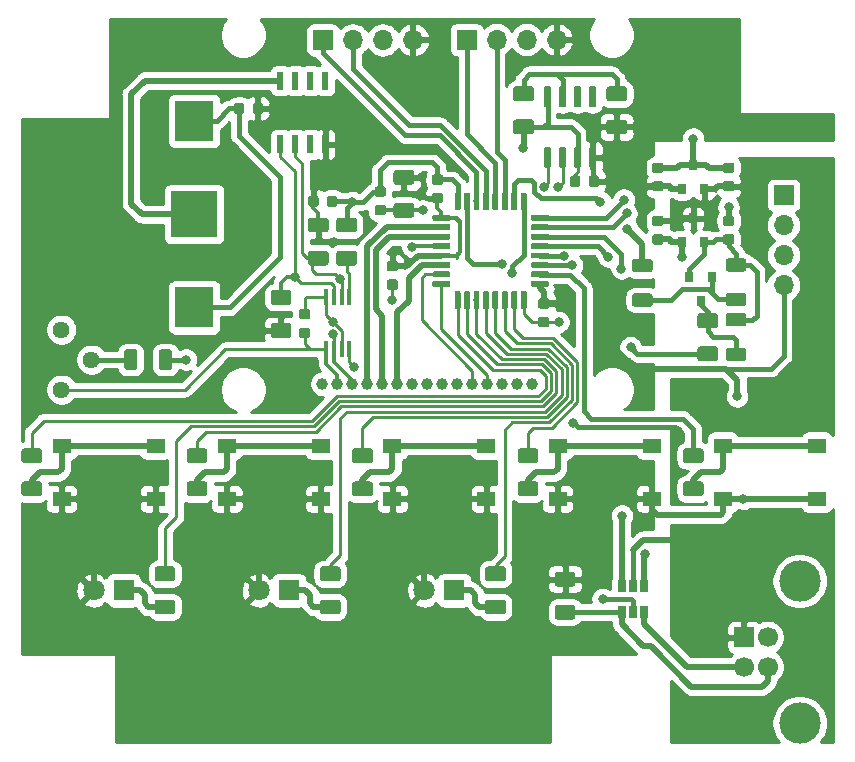
<source format=gbr>
G04 #@! TF.GenerationSoftware,KiCad,Pcbnew,(5.1.0)-1*
G04 #@! TF.CreationDate,2020-10-14T21:51:05+02:00*
G04 #@! TF.ProjectId,Waage,57616167-652e-46b6-9963-61645f706362,rev?*
G04 #@! TF.SameCoordinates,Original*
G04 #@! TF.FileFunction,Copper,L1,Top*
G04 #@! TF.FilePolarity,Positive*
%FSLAX46Y46*%
G04 Gerber Fmt 4.6, Leading zero omitted, Abs format (unit mm)*
G04 Created by KiCad (PCBNEW (5.1.0)-1) date 2020-10-14 21:51:05*
%MOMM*%
%LPD*%
G04 APERTURE LIST*
%ADD10C,0.100000*%
%ADD11C,1.125000*%
%ADD12R,0.800000X0.900000*%
%ADD13R,1.550000X1.300000*%
%ADD14O,1.700000X1.700000*%
%ADD15R,1.700000X1.700000*%
%ADD16C,0.600000*%
%ADD17C,1.250000*%
%ADD18C,0.875000*%
%ADD19R,4.000000X4.000000*%
%ADD20R,3.300000X3.500000*%
%ADD21R,0.600000X1.550000*%
%ADD22C,3.500000*%
%ADD23C,1.700000*%
%ADD24R,0.450000X1.450000*%
%ADD25C,1.440000*%
%ADD26C,1.800000*%
%ADD27R,1.800000X1.800000*%
%ADD28C,0.500000*%
%ADD29C,1.000000*%
%ADD30R,0.650000X1.060000*%
%ADD31C,0.800000*%
%ADD32C,0.500000*%
%ADD33C,0.300000*%
%ADD34C,0.250000*%
%ADD35C,0.400000*%
%ADD36C,0.254000*%
G04 APERTURE END LIST*
D10*
G36*
X141769505Y-87951204D02*
G01*
X141793773Y-87954804D01*
X141817572Y-87960765D01*
X141840671Y-87969030D01*
X141862850Y-87979520D01*
X141883893Y-87992132D01*
X141903599Y-88006747D01*
X141921777Y-88023223D01*
X141938253Y-88041401D01*
X141952868Y-88061107D01*
X141965480Y-88082150D01*
X141975970Y-88104329D01*
X141984235Y-88127428D01*
X141990196Y-88151227D01*
X141993796Y-88175495D01*
X141995000Y-88199999D01*
X141995000Y-88825001D01*
X141993796Y-88849505D01*
X141990196Y-88873773D01*
X141984235Y-88897572D01*
X141975970Y-88920671D01*
X141965480Y-88942850D01*
X141952868Y-88963893D01*
X141938253Y-88983599D01*
X141921777Y-89001777D01*
X141903599Y-89018253D01*
X141883893Y-89032868D01*
X141862850Y-89045480D01*
X141840671Y-89055970D01*
X141817572Y-89064235D01*
X141793773Y-89070196D01*
X141769505Y-89073796D01*
X141745001Y-89075000D01*
X140494999Y-89075000D01*
X140470495Y-89073796D01*
X140446227Y-89070196D01*
X140422428Y-89064235D01*
X140399329Y-89055970D01*
X140377150Y-89045480D01*
X140356107Y-89032868D01*
X140336401Y-89018253D01*
X140318223Y-89001777D01*
X140301747Y-88983599D01*
X140287132Y-88963893D01*
X140274520Y-88942850D01*
X140264030Y-88920671D01*
X140255765Y-88897572D01*
X140249804Y-88873773D01*
X140246204Y-88849505D01*
X140245000Y-88825001D01*
X140245000Y-88199999D01*
X140246204Y-88175495D01*
X140249804Y-88151227D01*
X140255765Y-88127428D01*
X140264030Y-88104329D01*
X140274520Y-88082150D01*
X140287132Y-88061107D01*
X140301747Y-88041401D01*
X140318223Y-88023223D01*
X140336401Y-88006747D01*
X140356107Y-87992132D01*
X140377150Y-87979520D01*
X140399329Y-87969030D01*
X140422428Y-87960765D01*
X140446227Y-87954804D01*
X140470495Y-87951204D01*
X140494999Y-87950000D01*
X141745001Y-87950000D01*
X141769505Y-87951204D01*
X141769505Y-87951204D01*
G37*
D11*
X141120000Y-88512500D03*
D10*
G36*
X141769505Y-85026204D02*
G01*
X141793773Y-85029804D01*
X141817572Y-85035765D01*
X141840671Y-85044030D01*
X141862850Y-85054520D01*
X141883893Y-85067132D01*
X141903599Y-85081747D01*
X141921777Y-85098223D01*
X141938253Y-85116401D01*
X141952868Y-85136107D01*
X141965480Y-85157150D01*
X141975970Y-85179329D01*
X141984235Y-85202428D01*
X141990196Y-85226227D01*
X141993796Y-85250495D01*
X141995000Y-85274999D01*
X141995000Y-85900001D01*
X141993796Y-85924505D01*
X141990196Y-85948773D01*
X141984235Y-85972572D01*
X141975970Y-85995671D01*
X141965480Y-86017850D01*
X141952868Y-86038893D01*
X141938253Y-86058599D01*
X141921777Y-86076777D01*
X141903599Y-86093253D01*
X141883893Y-86107868D01*
X141862850Y-86120480D01*
X141840671Y-86130970D01*
X141817572Y-86139235D01*
X141793773Y-86145196D01*
X141769505Y-86148796D01*
X141745001Y-86150000D01*
X140494999Y-86150000D01*
X140470495Y-86148796D01*
X140446227Y-86145196D01*
X140422428Y-86139235D01*
X140399329Y-86130970D01*
X140377150Y-86120480D01*
X140356107Y-86107868D01*
X140336401Y-86093253D01*
X140318223Y-86076777D01*
X140301747Y-86058599D01*
X140287132Y-86038893D01*
X140274520Y-86017850D01*
X140264030Y-85995671D01*
X140255765Y-85972572D01*
X140249804Y-85948773D01*
X140246204Y-85924505D01*
X140245000Y-85900001D01*
X140245000Y-85274999D01*
X140246204Y-85250495D01*
X140249804Y-85226227D01*
X140255765Y-85202428D01*
X140264030Y-85179329D01*
X140274520Y-85157150D01*
X140287132Y-85136107D01*
X140301747Y-85116401D01*
X140318223Y-85098223D01*
X140336401Y-85081747D01*
X140356107Y-85067132D01*
X140377150Y-85054520D01*
X140399329Y-85044030D01*
X140422428Y-85035765D01*
X140446227Y-85029804D01*
X140470495Y-85026204D01*
X140494999Y-85025000D01*
X141745001Y-85025000D01*
X141769505Y-85026204D01*
X141769505Y-85026204D01*
G37*
D11*
X141120000Y-85587500D03*
D10*
G36*
X133839505Y-83361204D02*
G01*
X133863773Y-83364804D01*
X133887572Y-83370765D01*
X133910671Y-83379030D01*
X133932850Y-83389520D01*
X133953893Y-83402132D01*
X133973599Y-83416747D01*
X133991777Y-83433223D01*
X134008253Y-83451401D01*
X134022868Y-83471107D01*
X134035480Y-83492150D01*
X134045970Y-83514329D01*
X134054235Y-83537428D01*
X134060196Y-83561227D01*
X134063796Y-83585495D01*
X134065000Y-83609999D01*
X134065000Y-84235001D01*
X134063796Y-84259505D01*
X134060196Y-84283773D01*
X134054235Y-84307572D01*
X134045970Y-84330671D01*
X134035480Y-84352850D01*
X134022868Y-84373893D01*
X134008253Y-84393599D01*
X133991777Y-84411777D01*
X133973599Y-84428253D01*
X133953893Y-84442868D01*
X133932850Y-84455480D01*
X133910671Y-84465970D01*
X133887572Y-84474235D01*
X133863773Y-84480196D01*
X133839505Y-84483796D01*
X133815001Y-84485000D01*
X132564999Y-84485000D01*
X132540495Y-84483796D01*
X132516227Y-84480196D01*
X132492428Y-84474235D01*
X132469329Y-84465970D01*
X132447150Y-84455480D01*
X132426107Y-84442868D01*
X132406401Y-84428253D01*
X132388223Y-84411777D01*
X132371747Y-84393599D01*
X132357132Y-84373893D01*
X132344520Y-84352850D01*
X132334030Y-84330671D01*
X132325765Y-84307572D01*
X132319804Y-84283773D01*
X132316204Y-84259505D01*
X132315000Y-84235001D01*
X132315000Y-83609999D01*
X132316204Y-83585495D01*
X132319804Y-83561227D01*
X132325765Y-83537428D01*
X132334030Y-83514329D01*
X132344520Y-83492150D01*
X132357132Y-83471107D01*
X132371747Y-83451401D01*
X132388223Y-83433223D01*
X132406401Y-83416747D01*
X132426107Y-83402132D01*
X132447150Y-83389520D01*
X132469329Y-83379030D01*
X132492428Y-83370765D01*
X132516227Y-83364804D01*
X132540495Y-83361204D01*
X132564999Y-83360000D01*
X133815001Y-83360000D01*
X133839505Y-83361204D01*
X133839505Y-83361204D01*
G37*
D11*
X133190000Y-83922500D03*
D10*
G36*
X133839505Y-80436204D02*
G01*
X133863773Y-80439804D01*
X133887572Y-80445765D01*
X133910671Y-80454030D01*
X133932850Y-80464520D01*
X133953893Y-80477132D01*
X133973599Y-80491747D01*
X133991777Y-80508223D01*
X134008253Y-80526401D01*
X134022868Y-80546107D01*
X134035480Y-80567150D01*
X134045970Y-80589329D01*
X134054235Y-80612428D01*
X134060196Y-80636227D01*
X134063796Y-80660495D01*
X134065000Y-80684999D01*
X134065000Y-81310001D01*
X134063796Y-81334505D01*
X134060196Y-81358773D01*
X134054235Y-81382572D01*
X134045970Y-81405671D01*
X134035480Y-81427850D01*
X134022868Y-81448893D01*
X134008253Y-81468599D01*
X133991777Y-81486777D01*
X133973599Y-81503253D01*
X133953893Y-81517868D01*
X133932850Y-81530480D01*
X133910671Y-81540970D01*
X133887572Y-81549235D01*
X133863773Y-81555196D01*
X133839505Y-81558796D01*
X133815001Y-81560000D01*
X132564999Y-81560000D01*
X132540495Y-81558796D01*
X132516227Y-81555196D01*
X132492428Y-81549235D01*
X132469329Y-81540970D01*
X132447150Y-81530480D01*
X132426107Y-81517868D01*
X132406401Y-81503253D01*
X132388223Y-81486777D01*
X132371747Y-81468599D01*
X132357132Y-81448893D01*
X132344520Y-81427850D01*
X132334030Y-81405671D01*
X132325765Y-81382572D01*
X132319804Y-81358773D01*
X132316204Y-81334505D01*
X132315000Y-81310001D01*
X132315000Y-80684999D01*
X132316204Y-80660495D01*
X132319804Y-80636227D01*
X132325765Y-80612428D01*
X132334030Y-80589329D01*
X132344520Y-80567150D01*
X132357132Y-80546107D01*
X132371747Y-80526401D01*
X132388223Y-80508223D01*
X132406401Y-80491747D01*
X132426107Y-80477132D01*
X132447150Y-80464520D01*
X132469329Y-80454030D01*
X132492428Y-80445765D01*
X132516227Y-80439804D01*
X132540495Y-80436204D01*
X132564999Y-80435000D01*
X133815001Y-80435000D01*
X133839505Y-80436204D01*
X133839505Y-80436204D01*
G37*
D11*
X133190000Y-80997500D03*
D10*
G36*
X141779505Y-83311204D02*
G01*
X141803773Y-83314804D01*
X141827572Y-83320765D01*
X141850671Y-83329030D01*
X141872850Y-83339520D01*
X141893893Y-83352132D01*
X141913599Y-83366747D01*
X141931777Y-83383223D01*
X141948253Y-83401401D01*
X141962868Y-83421107D01*
X141975480Y-83442150D01*
X141985970Y-83464329D01*
X141994235Y-83487428D01*
X142000196Y-83511227D01*
X142003796Y-83535495D01*
X142005000Y-83559999D01*
X142005000Y-84185001D01*
X142003796Y-84209505D01*
X142000196Y-84233773D01*
X141994235Y-84257572D01*
X141985970Y-84280671D01*
X141975480Y-84302850D01*
X141962868Y-84323893D01*
X141948253Y-84343599D01*
X141931777Y-84361777D01*
X141913599Y-84378253D01*
X141893893Y-84392868D01*
X141872850Y-84405480D01*
X141850671Y-84415970D01*
X141827572Y-84424235D01*
X141803773Y-84430196D01*
X141779505Y-84433796D01*
X141755001Y-84435000D01*
X140504999Y-84435000D01*
X140480495Y-84433796D01*
X140456227Y-84430196D01*
X140432428Y-84424235D01*
X140409329Y-84415970D01*
X140387150Y-84405480D01*
X140366107Y-84392868D01*
X140346401Y-84378253D01*
X140328223Y-84361777D01*
X140311747Y-84343599D01*
X140297132Y-84323893D01*
X140284520Y-84302850D01*
X140274030Y-84280671D01*
X140265765Y-84257572D01*
X140259804Y-84233773D01*
X140256204Y-84209505D01*
X140255000Y-84185001D01*
X140255000Y-83559999D01*
X140256204Y-83535495D01*
X140259804Y-83511227D01*
X140265765Y-83487428D01*
X140274030Y-83464329D01*
X140284520Y-83442150D01*
X140297132Y-83421107D01*
X140311747Y-83401401D01*
X140328223Y-83383223D01*
X140346401Y-83366747D01*
X140366107Y-83352132D01*
X140387150Y-83339520D01*
X140409329Y-83329030D01*
X140432428Y-83320765D01*
X140456227Y-83314804D01*
X140480495Y-83311204D01*
X140504999Y-83310000D01*
X141755001Y-83310000D01*
X141779505Y-83311204D01*
X141779505Y-83311204D01*
G37*
D11*
X141130000Y-83872500D03*
D10*
G36*
X141779505Y-80386204D02*
G01*
X141803773Y-80389804D01*
X141827572Y-80395765D01*
X141850671Y-80404030D01*
X141872850Y-80414520D01*
X141893893Y-80427132D01*
X141913599Y-80441747D01*
X141931777Y-80458223D01*
X141948253Y-80476401D01*
X141962868Y-80496107D01*
X141975480Y-80517150D01*
X141985970Y-80539329D01*
X141994235Y-80562428D01*
X142000196Y-80586227D01*
X142003796Y-80610495D01*
X142005000Y-80634999D01*
X142005000Y-81260001D01*
X142003796Y-81284505D01*
X142000196Y-81308773D01*
X141994235Y-81332572D01*
X141985970Y-81355671D01*
X141975480Y-81377850D01*
X141962868Y-81398893D01*
X141948253Y-81418599D01*
X141931777Y-81436777D01*
X141913599Y-81453253D01*
X141893893Y-81467868D01*
X141872850Y-81480480D01*
X141850671Y-81490970D01*
X141827572Y-81499235D01*
X141803773Y-81505196D01*
X141779505Y-81508796D01*
X141755001Y-81510000D01*
X140504999Y-81510000D01*
X140480495Y-81508796D01*
X140456227Y-81505196D01*
X140432428Y-81499235D01*
X140409329Y-81490970D01*
X140387150Y-81480480D01*
X140366107Y-81467868D01*
X140346401Y-81453253D01*
X140328223Y-81436777D01*
X140311747Y-81418599D01*
X140297132Y-81398893D01*
X140284520Y-81377850D01*
X140274030Y-81355671D01*
X140265765Y-81332572D01*
X140259804Y-81308773D01*
X140256204Y-81284505D01*
X140255000Y-81260001D01*
X140255000Y-80634999D01*
X140256204Y-80610495D01*
X140259804Y-80586227D01*
X140265765Y-80562428D01*
X140274030Y-80539329D01*
X140284520Y-80517150D01*
X140297132Y-80496107D01*
X140311747Y-80476401D01*
X140328223Y-80458223D01*
X140346401Y-80441747D01*
X140366107Y-80427132D01*
X140387150Y-80414520D01*
X140409329Y-80404030D01*
X140432428Y-80395765D01*
X140456227Y-80389804D01*
X140480495Y-80386204D01*
X140504999Y-80385000D01*
X141755001Y-80385000D01*
X141779505Y-80386204D01*
X141779505Y-80386204D01*
G37*
D11*
X141130000Y-80947500D03*
D12*
X138120000Y-84000000D03*
X137170000Y-82000000D03*
X139070000Y-82000000D03*
D10*
G36*
X93149505Y-88086204D02*
G01*
X93173773Y-88089804D01*
X93197572Y-88095765D01*
X93220671Y-88104030D01*
X93242850Y-88114520D01*
X93263893Y-88127132D01*
X93283599Y-88141747D01*
X93301777Y-88158223D01*
X93318253Y-88176401D01*
X93332868Y-88196107D01*
X93345480Y-88217150D01*
X93355970Y-88239329D01*
X93364235Y-88262428D01*
X93370196Y-88286227D01*
X93373796Y-88310495D01*
X93375000Y-88334999D01*
X93375000Y-89585001D01*
X93373796Y-89609505D01*
X93370196Y-89633773D01*
X93364235Y-89657572D01*
X93355970Y-89680671D01*
X93345480Y-89702850D01*
X93332868Y-89723893D01*
X93318253Y-89743599D01*
X93301777Y-89761777D01*
X93283599Y-89778253D01*
X93263893Y-89792868D01*
X93242850Y-89805480D01*
X93220671Y-89815970D01*
X93197572Y-89824235D01*
X93173773Y-89830196D01*
X93149505Y-89833796D01*
X93125001Y-89835000D01*
X92499999Y-89835000D01*
X92475495Y-89833796D01*
X92451227Y-89830196D01*
X92427428Y-89824235D01*
X92404329Y-89815970D01*
X92382150Y-89805480D01*
X92361107Y-89792868D01*
X92341401Y-89778253D01*
X92323223Y-89761777D01*
X92306747Y-89743599D01*
X92292132Y-89723893D01*
X92279520Y-89702850D01*
X92269030Y-89680671D01*
X92260765Y-89657572D01*
X92254804Y-89633773D01*
X92251204Y-89609505D01*
X92250000Y-89585001D01*
X92250000Y-88334999D01*
X92251204Y-88310495D01*
X92254804Y-88286227D01*
X92260765Y-88262428D01*
X92269030Y-88239329D01*
X92279520Y-88217150D01*
X92292132Y-88196107D01*
X92306747Y-88176401D01*
X92323223Y-88158223D01*
X92341401Y-88141747D01*
X92361107Y-88127132D01*
X92382150Y-88114520D01*
X92404329Y-88104030D01*
X92427428Y-88095765D01*
X92451227Y-88089804D01*
X92475495Y-88086204D01*
X92499999Y-88085000D01*
X93125001Y-88085000D01*
X93149505Y-88086204D01*
X93149505Y-88086204D01*
G37*
D11*
X92812500Y-88960000D03*
D10*
G36*
X90224505Y-88086204D02*
G01*
X90248773Y-88089804D01*
X90272572Y-88095765D01*
X90295671Y-88104030D01*
X90317850Y-88114520D01*
X90338893Y-88127132D01*
X90358599Y-88141747D01*
X90376777Y-88158223D01*
X90393253Y-88176401D01*
X90407868Y-88196107D01*
X90420480Y-88217150D01*
X90430970Y-88239329D01*
X90439235Y-88262428D01*
X90445196Y-88286227D01*
X90448796Y-88310495D01*
X90450000Y-88334999D01*
X90450000Y-89585001D01*
X90448796Y-89609505D01*
X90445196Y-89633773D01*
X90439235Y-89657572D01*
X90430970Y-89680671D01*
X90420480Y-89702850D01*
X90407868Y-89723893D01*
X90393253Y-89743599D01*
X90376777Y-89761777D01*
X90358599Y-89778253D01*
X90338893Y-89792868D01*
X90317850Y-89805480D01*
X90295671Y-89815970D01*
X90272572Y-89824235D01*
X90248773Y-89830196D01*
X90224505Y-89833796D01*
X90200001Y-89835000D01*
X89574999Y-89835000D01*
X89550495Y-89833796D01*
X89526227Y-89830196D01*
X89502428Y-89824235D01*
X89479329Y-89815970D01*
X89457150Y-89805480D01*
X89436107Y-89792868D01*
X89416401Y-89778253D01*
X89398223Y-89761777D01*
X89381747Y-89743599D01*
X89367132Y-89723893D01*
X89354520Y-89702850D01*
X89344030Y-89680671D01*
X89335765Y-89657572D01*
X89329804Y-89633773D01*
X89326204Y-89609505D01*
X89325000Y-89585001D01*
X89325000Y-88334999D01*
X89326204Y-88310495D01*
X89329804Y-88286227D01*
X89335765Y-88262428D01*
X89344030Y-88239329D01*
X89354520Y-88217150D01*
X89367132Y-88196107D01*
X89381747Y-88176401D01*
X89398223Y-88158223D01*
X89416401Y-88141747D01*
X89436107Y-88127132D01*
X89457150Y-88114520D01*
X89479329Y-88104030D01*
X89502428Y-88095765D01*
X89526227Y-88089804D01*
X89550495Y-88086204D01*
X89574999Y-88085000D01*
X90200001Y-88085000D01*
X90224505Y-88086204D01*
X90224505Y-88086204D01*
G37*
D11*
X89887500Y-88960000D03*
D13*
X105980000Y-100750000D03*
X105980000Y-96250000D03*
X98020000Y-96250000D03*
X98020000Y-100750000D03*
D14*
X113770000Y-61900000D03*
X111230000Y-61900000D03*
X108690000Y-61900000D03*
D15*
X106150000Y-61900000D03*
D14*
X125930000Y-61880000D03*
X123390000Y-61880000D03*
X120850000Y-61880000D03*
D15*
X118310000Y-61880000D03*
D10*
G36*
X129139703Y-70980722D02*
G01*
X129154264Y-70982882D01*
X129168543Y-70986459D01*
X129182403Y-70991418D01*
X129195710Y-70997712D01*
X129208336Y-71005280D01*
X129220159Y-71014048D01*
X129231066Y-71023934D01*
X129240952Y-71034841D01*
X129249720Y-71046664D01*
X129257288Y-71059290D01*
X129263582Y-71072597D01*
X129268541Y-71086457D01*
X129272118Y-71100736D01*
X129274278Y-71115297D01*
X129275000Y-71130000D01*
X129275000Y-72580000D01*
X129274278Y-72594703D01*
X129272118Y-72609264D01*
X129268541Y-72623543D01*
X129263582Y-72637403D01*
X129257288Y-72650710D01*
X129249720Y-72663336D01*
X129240952Y-72675159D01*
X129231066Y-72686066D01*
X129220159Y-72695952D01*
X129208336Y-72704720D01*
X129195710Y-72712288D01*
X129182403Y-72718582D01*
X129168543Y-72723541D01*
X129154264Y-72727118D01*
X129139703Y-72729278D01*
X129125000Y-72730000D01*
X128825000Y-72730000D01*
X128810297Y-72729278D01*
X128795736Y-72727118D01*
X128781457Y-72723541D01*
X128767597Y-72718582D01*
X128754290Y-72712288D01*
X128741664Y-72704720D01*
X128729841Y-72695952D01*
X128718934Y-72686066D01*
X128709048Y-72675159D01*
X128700280Y-72663336D01*
X128692712Y-72650710D01*
X128686418Y-72637403D01*
X128681459Y-72623543D01*
X128677882Y-72609264D01*
X128675722Y-72594703D01*
X128675000Y-72580000D01*
X128675000Y-71130000D01*
X128675722Y-71115297D01*
X128677882Y-71100736D01*
X128681459Y-71086457D01*
X128686418Y-71072597D01*
X128692712Y-71059290D01*
X128700280Y-71046664D01*
X128709048Y-71034841D01*
X128718934Y-71023934D01*
X128729841Y-71014048D01*
X128741664Y-71005280D01*
X128754290Y-70997712D01*
X128767597Y-70991418D01*
X128781457Y-70986459D01*
X128795736Y-70982882D01*
X128810297Y-70980722D01*
X128825000Y-70980000D01*
X129125000Y-70980000D01*
X129139703Y-70980722D01*
X129139703Y-70980722D01*
G37*
D16*
X128975000Y-71855000D03*
D10*
G36*
X127869703Y-70980722D02*
G01*
X127884264Y-70982882D01*
X127898543Y-70986459D01*
X127912403Y-70991418D01*
X127925710Y-70997712D01*
X127938336Y-71005280D01*
X127950159Y-71014048D01*
X127961066Y-71023934D01*
X127970952Y-71034841D01*
X127979720Y-71046664D01*
X127987288Y-71059290D01*
X127993582Y-71072597D01*
X127998541Y-71086457D01*
X128002118Y-71100736D01*
X128004278Y-71115297D01*
X128005000Y-71130000D01*
X128005000Y-72580000D01*
X128004278Y-72594703D01*
X128002118Y-72609264D01*
X127998541Y-72623543D01*
X127993582Y-72637403D01*
X127987288Y-72650710D01*
X127979720Y-72663336D01*
X127970952Y-72675159D01*
X127961066Y-72686066D01*
X127950159Y-72695952D01*
X127938336Y-72704720D01*
X127925710Y-72712288D01*
X127912403Y-72718582D01*
X127898543Y-72723541D01*
X127884264Y-72727118D01*
X127869703Y-72729278D01*
X127855000Y-72730000D01*
X127555000Y-72730000D01*
X127540297Y-72729278D01*
X127525736Y-72727118D01*
X127511457Y-72723541D01*
X127497597Y-72718582D01*
X127484290Y-72712288D01*
X127471664Y-72704720D01*
X127459841Y-72695952D01*
X127448934Y-72686066D01*
X127439048Y-72675159D01*
X127430280Y-72663336D01*
X127422712Y-72650710D01*
X127416418Y-72637403D01*
X127411459Y-72623543D01*
X127407882Y-72609264D01*
X127405722Y-72594703D01*
X127405000Y-72580000D01*
X127405000Y-71130000D01*
X127405722Y-71115297D01*
X127407882Y-71100736D01*
X127411459Y-71086457D01*
X127416418Y-71072597D01*
X127422712Y-71059290D01*
X127430280Y-71046664D01*
X127439048Y-71034841D01*
X127448934Y-71023934D01*
X127459841Y-71014048D01*
X127471664Y-71005280D01*
X127484290Y-70997712D01*
X127497597Y-70991418D01*
X127511457Y-70986459D01*
X127525736Y-70982882D01*
X127540297Y-70980722D01*
X127555000Y-70980000D01*
X127855000Y-70980000D01*
X127869703Y-70980722D01*
X127869703Y-70980722D01*
G37*
D16*
X127705000Y-71855000D03*
D10*
G36*
X126599703Y-70980722D02*
G01*
X126614264Y-70982882D01*
X126628543Y-70986459D01*
X126642403Y-70991418D01*
X126655710Y-70997712D01*
X126668336Y-71005280D01*
X126680159Y-71014048D01*
X126691066Y-71023934D01*
X126700952Y-71034841D01*
X126709720Y-71046664D01*
X126717288Y-71059290D01*
X126723582Y-71072597D01*
X126728541Y-71086457D01*
X126732118Y-71100736D01*
X126734278Y-71115297D01*
X126735000Y-71130000D01*
X126735000Y-72580000D01*
X126734278Y-72594703D01*
X126732118Y-72609264D01*
X126728541Y-72623543D01*
X126723582Y-72637403D01*
X126717288Y-72650710D01*
X126709720Y-72663336D01*
X126700952Y-72675159D01*
X126691066Y-72686066D01*
X126680159Y-72695952D01*
X126668336Y-72704720D01*
X126655710Y-72712288D01*
X126642403Y-72718582D01*
X126628543Y-72723541D01*
X126614264Y-72727118D01*
X126599703Y-72729278D01*
X126585000Y-72730000D01*
X126285000Y-72730000D01*
X126270297Y-72729278D01*
X126255736Y-72727118D01*
X126241457Y-72723541D01*
X126227597Y-72718582D01*
X126214290Y-72712288D01*
X126201664Y-72704720D01*
X126189841Y-72695952D01*
X126178934Y-72686066D01*
X126169048Y-72675159D01*
X126160280Y-72663336D01*
X126152712Y-72650710D01*
X126146418Y-72637403D01*
X126141459Y-72623543D01*
X126137882Y-72609264D01*
X126135722Y-72594703D01*
X126135000Y-72580000D01*
X126135000Y-71130000D01*
X126135722Y-71115297D01*
X126137882Y-71100736D01*
X126141459Y-71086457D01*
X126146418Y-71072597D01*
X126152712Y-71059290D01*
X126160280Y-71046664D01*
X126169048Y-71034841D01*
X126178934Y-71023934D01*
X126189841Y-71014048D01*
X126201664Y-71005280D01*
X126214290Y-70997712D01*
X126227597Y-70991418D01*
X126241457Y-70986459D01*
X126255736Y-70982882D01*
X126270297Y-70980722D01*
X126285000Y-70980000D01*
X126585000Y-70980000D01*
X126599703Y-70980722D01*
X126599703Y-70980722D01*
G37*
D16*
X126435000Y-71855000D03*
D10*
G36*
X125329703Y-70980722D02*
G01*
X125344264Y-70982882D01*
X125358543Y-70986459D01*
X125372403Y-70991418D01*
X125385710Y-70997712D01*
X125398336Y-71005280D01*
X125410159Y-71014048D01*
X125421066Y-71023934D01*
X125430952Y-71034841D01*
X125439720Y-71046664D01*
X125447288Y-71059290D01*
X125453582Y-71072597D01*
X125458541Y-71086457D01*
X125462118Y-71100736D01*
X125464278Y-71115297D01*
X125465000Y-71130000D01*
X125465000Y-72580000D01*
X125464278Y-72594703D01*
X125462118Y-72609264D01*
X125458541Y-72623543D01*
X125453582Y-72637403D01*
X125447288Y-72650710D01*
X125439720Y-72663336D01*
X125430952Y-72675159D01*
X125421066Y-72686066D01*
X125410159Y-72695952D01*
X125398336Y-72704720D01*
X125385710Y-72712288D01*
X125372403Y-72718582D01*
X125358543Y-72723541D01*
X125344264Y-72727118D01*
X125329703Y-72729278D01*
X125315000Y-72730000D01*
X125015000Y-72730000D01*
X125000297Y-72729278D01*
X124985736Y-72727118D01*
X124971457Y-72723541D01*
X124957597Y-72718582D01*
X124944290Y-72712288D01*
X124931664Y-72704720D01*
X124919841Y-72695952D01*
X124908934Y-72686066D01*
X124899048Y-72675159D01*
X124890280Y-72663336D01*
X124882712Y-72650710D01*
X124876418Y-72637403D01*
X124871459Y-72623543D01*
X124867882Y-72609264D01*
X124865722Y-72594703D01*
X124865000Y-72580000D01*
X124865000Y-71130000D01*
X124865722Y-71115297D01*
X124867882Y-71100736D01*
X124871459Y-71086457D01*
X124876418Y-71072597D01*
X124882712Y-71059290D01*
X124890280Y-71046664D01*
X124899048Y-71034841D01*
X124908934Y-71023934D01*
X124919841Y-71014048D01*
X124931664Y-71005280D01*
X124944290Y-70997712D01*
X124957597Y-70991418D01*
X124971457Y-70986459D01*
X124985736Y-70982882D01*
X125000297Y-70980722D01*
X125015000Y-70980000D01*
X125315000Y-70980000D01*
X125329703Y-70980722D01*
X125329703Y-70980722D01*
G37*
D16*
X125165000Y-71855000D03*
D10*
G36*
X125329703Y-65830722D02*
G01*
X125344264Y-65832882D01*
X125358543Y-65836459D01*
X125372403Y-65841418D01*
X125385710Y-65847712D01*
X125398336Y-65855280D01*
X125410159Y-65864048D01*
X125421066Y-65873934D01*
X125430952Y-65884841D01*
X125439720Y-65896664D01*
X125447288Y-65909290D01*
X125453582Y-65922597D01*
X125458541Y-65936457D01*
X125462118Y-65950736D01*
X125464278Y-65965297D01*
X125465000Y-65980000D01*
X125465000Y-67430000D01*
X125464278Y-67444703D01*
X125462118Y-67459264D01*
X125458541Y-67473543D01*
X125453582Y-67487403D01*
X125447288Y-67500710D01*
X125439720Y-67513336D01*
X125430952Y-67525159D01*
X125421066Y-67536066D01*
X125410159Y-67545952D01*
X125398336Y-67554720D01*
X125385710Y-67562288D01*
X125372403Y-67568582D01*
X125358543Y-67573541D01*
X125344264Y-67577118D01*
X125329703Y-67579278D01*
X125315000Y-67580000D01*
X125015000Y-67580000D01*
X125000297Y-67579278D01*
X124985736Y-67577118D01*
X124971457Y-67573541D01*
X124957597Y-67568582D01*
X124944290Y-67562288D01*
X124931664Y-67554720D01*
X124919841Y-67545952D01*
X124908934Y-67536066D01*
X124899048Y-67525159D01*
X124890280Y-67513336D01*
X124882712Y-67500710D01*
X124876418Y-67487403D01*
X124871459Y-67473543D01*
X124867882Y-67459264D01*
X124865722Y-67444703D01*
X124865000Y-67430000D01*
X124865000Y-65980000D01*
X124865722Y-65965297D01*
X124867882Y-65950736D01*
X124871459Y-65936457D01*
X124876418Y-65922597D01*
X124882712Y-65909290D01*
X124890280Y-65896664D01*
X124899048Y-65884841D01*
X124908934Y-65873934D01*
X124919841Y-65864048D01*
X124931664Y-65855280D01*
X124944290Y-65847712D01*
X124957597Y-65841418D01*
X124971457Y-65836459D01*
X124985736Y-65832882D01*
X125000297Y-65830722D01*
X125015000Y-65830000D01*
X125315000Y-65830000D01*
X125329703Y-65830722D01*
X125329703Y-65830722D01*
G37*
D16*
X125165000Y-66705000D03*
D10*
G36*
X126599703Y-65830722D02*
G01*
X126614264Y-65832882D01*
X126628543Y-65836459D01*
X126642403Y-65841418D01*
X126655710Y-65847712D01*
X126668336Y-65855280D01*
X126680159Y-65864048D01*
X126691066Y-65873934D01*
X126700952Y-65884841D01*
X126709720Y-65896664D01*
X126717288Y-65909290D01*
X126723582Y-65922597D01*
X126728541Y-65936457D01*
X126732118Y-65950736D01*
X126734278Y-65965297D01*
X126735000Y-65980000D01*
X126735000Y-67430000D01*
X126734278Y-67444703D01*
X126732118Y-67459264D01*
X126728541Y-67473543D01*
X126723582Y-67487403D01*
X126717288Y-67500710D01*
X126709720Y-67513336D01*
X126700952Y-67525159D01*
X126691066Y-67536066D01*
X126680159Y-67545952D01*
X126668336Y-67554720D01*
X126655710Y-67562288D01*
X126642403Y-67568582D01*
X126628543Y-67573541D01*
X126614264Y-67577118D01*
X126599703Y-67579278D01*
X126585000Y-67580000D01*
X126285000Y-67580000D01*
X126270297Y-67579278D01*
X126255736Y-67577118D01*
X126241457Y-67573541D01*
X126227597Y-67568582D01*
X126214290Y-67562288D01*
X126201664Y-67554720D01*
X126189841Y-67545952D01*
X126178934Y-67536066D01*
X126169048Y-67525159D01*
X126160280Y-67513336D01*
X126152712Y-67500710D01*
X126146418Y-67487403D01*
X126141459Y-67473543D01*
X126137882Y-67459264D01*
X126135722Y-67444703D01*
X126135000Y-67430000D01*
X126135000Y-65980000D01*
X126135722Y-65965297D01*
X126137882Y-65950736D01*
X126141459Y-65936457D01*
X126146418Y-65922597D01*
X126152712Y-65909290D01*
X126160280Y-65896664D01*
X126169048Y-65884841D01*
X126178934Y-65873934D01*
X126189841Y-65864048D01*
X126201664Y-65855280D01*
X126214290Y-65847712D01*
X126227597Y-65841418D01*
X126241457Y-65836459D01*
X126255736Y-65832882D01*
X126270297Y-65830722D01*
X126285000Y-65830000D01*
X126585000Y-65830000D01*
X126599703Y-65830722D01*
X126599703Y-65830722D01*
G37*
D16*
X126435000Y-66705000D03*
D10*
G36*
X127869703Y-65830722D02*
G01*
X127884264Y-65832882D01*
X127898543Y-65836459D01*
X127912403Y-65841418D01*
X127925710Y-65847712D01*
X127938336Y-65855280D01*
X127950159Y-65864048D01*
X127961066Y-65873934D01*
X127970952Y-65884841D01*
X127979720Y-65896664D01*
X127987288Y-65909290D01*
X127993582Y-65922597D01*
X127998541Y-65936457D01*
X128002118Y-65950736D01*
X128004278Y-65965297D01*
X128005000Y-65980000D01*
X128005000Y-67430000D01*
X128004278Y-67444703D01*
X128002118Y-67459264D01*
X127998541Y-67473543D01*
X127993582Y-67487403D01*
X127987288Y-67500710D01*
X127979720Y-67513336D01*
X127970952Y-67525159D01*
X127961066Y-67536066D01*
X127950159Y-67545952D01*
X127938336Y-67554720D01*
X127925710Y-67562288D01*
X127912403Y-67568582D01*
X127898543Y-67573541D01*
X127884264Y-67577118D01*
X127869703Y-67579278D01*
X127855000Y-67580000D01*
X127555000Y-67580000D01*
X127540297Y-67579278D01*
X127525736Y-67577118D01*
X127511457Y-67573541D01*
X127497597Y-67568582D01*
X127484290Y-67562288D01*
X127471664Y-67554720D01*
X127459841Y-67545952D01*
X127448934Y-67536066D01*
X127439048Y-67525159D01*
X127430280Y-67513336D01*
X127422712Y-67500710D01*
X127416418Y-67487403D01*
X127411459Y-67473543D01*
X127407882Y-67459264D01*
X127405722Y-67444703D01*
X127405000Y-67430000D01*
X127405000Y-65980000D01*
X127405722Y-65965297D01*
X127407882Y-65950736D01*
X127411459Y-65936457D01*
X127416418Y-65922597D01*
X127422712Y-65909290D01*
X127430280Y-65896664D01*
X127439048Y-65884841D01*
X127448934Y-65873934D01*
X127459841Y-65864048D01*
X127471664Y-65855280D01*
X127484290Y-65847712D01*
X127497597Y-65841418D01*
X127511457Y-65836459D01*
X127525736Y-65832882D01*
X127540297Y-65830722D01*
X127555000Y-65830000D01*
X127855000Y-65830000D01*
X127869703Y-65830722D01*
X127869703Y-65830722D01*
G37*
D16*
X127705000Y-66705000D03*
D10*
G36*
X129139703Y-65830722D02*
G01*
X129154264Y-65832882D01*
X129168543Y-65836459D01*
X129182403Y-65841418D01*
X129195710Y-65847712D01*
X129208336Y-65855280D01*
X129220159Y-65864048D01*
X129231066Y-65873934D01*
X129240952Y-65884841D01*
X129249720Y-65896664D01*
X129257288Y-65909290D01*
X129263582Y-65922597D01*
X129268541Y-65936457D01*
X129272118Y-65950736D01*
X129274278Y-65965297D01*
X129275000Y-65980000D01*
X129275000Y-67430000D01*
X129274278Y-67444703D01*
X129272118Y-67459264D01*
X129268541Y-67473543D01*
X129263582Y-67487403D01*
X129257288Y-67500710D01*
X129249720Y-67513336D01*
X129240952Y-67525159D01*
X129231066Y-67536066D01*
X129220159Y-67545952D01*
X129208336Y-67554720D01*
X129195710Y-67562288D01*
X129182403Y-67568582D01*
X129168543Y-67573541D01*
X129154264Y-67577118D01*
X129139703Y-67579278D01*
X129125000Y-67580000D01*
X128825000Y-67580000D01*
X128810297Y-67579278D01*
X128795736Y-67577118D01*
X128781457Y-67573541D01*
X128767597Y-67568582D01*
X128754290Y-67562288D01*
X128741664Y-67554720D01*
X128729841Y-67545952D01*
X128718934Y-67536066D01*
X128709048Y-67525159D01*
X128700280Y-67513336D01*
X128692712Y-67500710D01*
X128686418Y-67487403D01*
X128681459Y-67473543D01*
X128677882Y-67459264D01*
X128675722Y-67444703D01*
X128675000Y-67430000D01*
X128675000Y-65980000D01*
X128675722Y-65965297D01*
X128677882Y-65950736D01*
X128681459Y-65936457D01*
X128686418Y-65922597D01*
X128692712Y-65909290D01*
X128700280Y-65896664D01*
X128709048Y-65884841D01*
X128718934Y-65873934D01*
X128729841Y-65864048D01*
X128741664Y-65855280D01*
X128754290Y-65847712D01*
X128767597Y-65841418D01*
X128781457Y-65836459D01*
X128795736Y-65832882D01*
X128810297Y-65830722D01*
X128825000Y-65830000D01*
X129125000Y-65830000D01*
X129139703Y-65830722D01*
X129139703Y-65830722D01*
G37*
D16*
X128975000Y-66705000D03*
D10*
G36*
X123789504Y-65826204D02*
G01*
X123813773Y-65829804D01*
X123837571Y-65835765D01*
X123860671Y-65844030D01*
X123882849Y-65854520D01*
X123903893Y-65867133D01*
X123923598Y-65881747D01*
X123941777Y-65898223D01*
X123958253Y-65916402D01*
X123972867Y-65936107D01*
X123985480Y-65957151D01*
X123995970Y-65979329D01*
X124004235Y-66002429D01*
X124010196Y-66026227D01*
X124013796Y-66050496D01*
X124015000Y-66075000D01*
X124015000Y-66825000D01*
X124013796Y-66849504D01*
X124010196Y-66873773D01*
X124004235Y-66897571D01*
X123995970Y-66920671D01*
X123985480Y-66942849D01*
X123972867Y-66963893D01*
X123958253Y-66983598D01*
X123941777Y-67001777D01*
X123923598Y-67018253D01*
X123903893Y-67032867D01*
X123882849Y-67045480D01*
X123860671Y-67055970D01*
X123837571Y-67064235D01*
X123813773Y-67070196D01*
X123789504Y-67073796D01*
X123765000Y-67075000D01*
X122515000Y-67075000D01*
X122490496Y-67073796D01*
X122466227Y-67070196D01*
X122442429Y-67064235D01*
X122419329Y-67055970D01*
X122397151Y-67045480D01*
X122376107Y-67032867D01*
X122356402Y-67018253D01*
X122338223Y-67001777D01*
X122321747Y-66983598D01*
X122307133Y-66963893D01*
X122294520Y-66942849D01*
X122284030Y-66920671D01*
X122275765Y-66897571D01*
X122269804Y-66873773D01*
X122266204Y-66849504D01*
X122265000Y-66825000D01*
X122265000Y-66075000D01*
X122266204Y-66050496D01*
X122269804Y-66026227D01*
X122275765Y-66002429D01*
X122284030Y-65979329D01*
X122294520Y-65957151D01*
X122307133Y-65936107D01*
X122321747Y-65916402D01*
X122338223Y-65898223D01*
X122356402Y-65881747D01*
X122376107Y-65867133D01*
X122397151Y-65854520D01*
X122419329Y-65844030D01*
X122442429Y-65835765D01*
X122466227Y-65829804D01*
X122490496Y-65826204D01*
X122515000Y-65825000D01*
X123765000Y-65825000D01*
X123789504Y-65826204D01*
X123789504Y-65826204D01*
G37*
D17*
X123140000Y-66450000D03*
D10*
G36*
X123789504Y-68626204D02*
G01*
X123813773Y-68629804D01*
X123837571Y-68635765D01*
X123860671Y-68644030D01*
X123882849Y-68654520D01*
X123903893Y-68667133D01*
X123923598Y-68681747D01*
X123941777Y-68698223D01*
X123958253Y-68716402D01*
X123972867Y-68736107D01*
X123985480Y-68757151D01*
X123995970Y-68779329D01*
X124004235Y-68802429D01*
X124010196Y-68826227D01*
X124013796Y-68850496D01*
X124015000Y-68875000D01*
X124015000Y-69625000D01*
X124013796Y-69649504D01*
X124010196Y-69673773D01*
X124004235Y-69697571D01*
X123995970Y-69720671D01*
X123985480Y-69742849D01*
X123972867Y-69763893D01*
X123958253Y-69783598D01*
X123941777Y-69801777D01*
X123923598Y-69818253D01*
X123903893Y-69832867D01*
X123882849Y-69845480D01*
X123860671Y-69855970D01*
X123837571Y-69864235D01*
X123813773Y-69870196D01*
X123789504Y-69873796D01*
X123765000Y-69875000D01*
X122515000Y-69875000D01*
X122490496Y-69873796D01*
X122466227Y-69870196D01*
X122442429Y-69864235D01*
X122419329Y-69855970D01*
X122397151Y-69845480D01*
X122376107Y-69832867D01*
X122356402Y-69818253D01*
X122338223Y-69801777D01*
X122321747Y-69783598D01*
X122307133Y-69763893D01*
X122294520Y-69742849D01*
X122284030Y-69720671D01*
X122275765Y-69697571D01*
X122269804Y-69673773D01*
X122266204Y-69649504D01*
X122265000Y-69625000D01*
X122265000Y-68875000D01*
X122266204Y-68850496D01*
X122269804Y-68826227D01*
X122275765Y-68802429D01*
X122284030Y-68779329D01*
X122294520Y-68757151D01*
X122307133Y-68736107D01*
X122321747Y-68716402D01*
X122338223Y-68698223D01*
X122356402Y-68681747D01*
X122376107Y-68667133D01*
X122397151Y-68654520D01*
X122419329Y-68644030D01*
X122442429Y-68635765D01*
X122466227Y-68629804D01*
X122490496Y-68626204D01*
X122515000Y-68625000D01*
X123765000Y-68625000D01*
X123789504Y-68626204D01*
X123789504Y-68626204D01*
G37*
D17*
X123140000Y-69250000D03*
D10*
G36*
X131669504Y-68636204D02*
G01*
X131693773Y-68639804D01*
X131717571Y-68645765D01*
X131740671Y-68654030D01*
X131762849Y-68664520D01*
X131783893Y-68677133D01*
X131803598Y-68691747D01*
X131821777Y-68708223D01*
X131838253Y-68726402D01*
X131852867Y-68746107D01*
X131865480Y-68767151D01*
X131875970Y-68789329D01*
X131884235Y-68812429D01*
X131890196Y-68836227D01*
X131893796Y-68860496D01*
X131895000Y-68885000D01*
X131895000Y-69635000D01*
X131893796Y-69659504D01*
X131890196Y-69683773D01*
X131884235Y-69707571D01*
X131875970Y-69730671D01*
X131865480Y-69752849D01*
X131852867Y-69773893D01*
X131838253Y-69793598D01*
X131821777Y-69811777D01*
X131803598Y-69828253D01*
X131783893Y-69842867D01*
X131762849Y-69855480D01*
X131740671Y-69865970D01*
X131717571Y-69874235D01*
X131693773Y-69880196D01*
X131669504Y-69883796D01*
X131645000Y-69885000D01*
X130395000Y-69885000D01*
X130370496Y-69883796D01*
X130346227Y-69880196D01*
X130322429Y-69874235D01*
X130299329Y-69865970D01*
X130277151Y-69855480D01*
X130256107Y-69842867D01*
X130236402Y-69828253D01*
X130218223Y-69811777D01*
X130201747Y-69793598D01*
X130187133Y-69773893D01*
X130174520Y-69752849D01*
X130164030Y-69730671D01*
X130155765Y-69707571D01*
X130149804Y-69683773D01*
X130146204Y-69659504D01*
X130145000Y-69635000D01*
X130145000Y-68885000D01*
X130146204Y-68860496D01*
X130149804Y-68836227D01*
X130155765Y-68812429D01*
X130164030Y-68789329D01*
X130174520Y-68767151D01*
X130187133Y-68746107D01*
X130201747Y-68726402D01*
X130218223Y-68708223D01*
X130236402Y-68691747D01*
X130256107Y-68677133D01*
X130277151Y-68664520D01*
X130299329Y-68654030D01*
X130322429Y-68645765D01*
X130346227Y-68639804D01*
X130370496Y-68636204D01*
X130395000Y-68635000D01*
X131645000Y-68635000D01*
X131669504Y-68636204D01*
X131669504Y-68636204D01*
G37*
D17*
X131020000Y-69260000D03*
D10*
G36*
X131669504Y-65836204D02*
G01*
X131693773Y-65839804D01*
X131717571Y-65845765D01*
X131740671Y-65854030D01*
X131762849Y-65864520D01*
X131783893Y-65877133D01*
X131803598Y-65891747D01*
X131821777Y-65908223D01*
X131838253Y-65926402D01*
X131852867Y-65946107D01*
X131865480Y-65967151D01*
X131875970Y-65989329D01*
X131884235Y-66012429D01*
X131890196Y-66036227D01*
X131893796Y-66060496D01*
X131895000Y-66085000D01*
X131895000Y-66835000D01*
X131893796Y-66859504D01*
X131890196Y-66883773D01*
X131884235Y-66907571D01*
X131875970Y-66930671D01*
X131865480Y-66952849D01*
X131852867Y-66973893D01*
X131838253Y-66993598D01*
X131821777Y-67011777D01*
X131803598Y-67028253D01*
X131783893Y-67042867D01*
X131762849Y-67055480D01*
X131740671Y-67065970D01*
X131717571Y-67074235D01*
X131693773Y-67080196D01*
X131669504Y-67083796D01*
X131645000Y-67085000D01*
X130395000Y-67085000D01*
X130370496Y-67083796D01*
X130346227Y-67080196D01*
X130322429Y-67074235D01*
X130299329Y-67065970D01*
X130277151Y-67055480D01*
X130256107Y-67042867D01*
X130236402Y-67028253D01*
X130218223Y-67011777D01*
X130201747Y-66993598D01*
X130187133Y-66973893D01*
X130174520Y-66952849D01*
X130164030Y-66930671D01*
X130155765Y-66907571D01*
X130149804Y-66883773D01*
X130146204Y-66859504D01*
X130145000Y-66835000D01*
X130145000Y-66085000D01*
X130146204Y-66060496D01*
X130149804Y-66036227D01*
X130155765Y-66012429D01*
X130164030Y-65989329D01*
X130174520Y-65967151D01*
X130187133Y-65946107D01*
X130201747Y-65926402D01*
X130218223Y-65908223D01*
X130236402Y-65891747D01*
X130256107Y-65877133D01*
X130277151Y-65864520D01*
X130299329Y-65854030D01*
X130322429Y-65845765D01*
X130346227Y-65839804D01*
X130370496Y-65836204D01*
X130395000Y-65835000D01*
X131645000Y-65835000D01*
X131669504Y-65836204D01*
X131669504Y-65836204D01*
G37*
D17*
X131020000Y-66460000D03*
D10*
G36*
X127752691Y-73376053D02*
G01*
X127773926Y-73379203D01*
X127794750Y-73384419D01*
X127814962Y-73391651D01*
X127834368Y-73400830D01*
X127852781Y-73411866D01*
X127870024Y-73424654D01*
X127885930Y-73439070D01*
X127900346Y-73454976D01*
X127913134Y-73472219D01*
X127924170Y-73490632D01*
X127933349Y-73510038D01*
X127940581Y-73530250D01*
X127945797Y-73551074D01*
X127948947Y-73572309D01*
X127950000Y-73593750D01*
X127950000Y-74106250D01*
X127948947Y-74127691D01*
X127945797Y-74148926D01*
X127940581Y-74169750D01*
X127933349Y-74189962D01*
X127924170Y-74209368D01*
X127913134Y-74227781D01*
X127900346Y-74245024D01*
X127885930Y-74260930D01*
X127870024Y-74275346D01*
X127852781Y-74288134D01*
X127834368Y-74299170D01*
X127814962Y-74308349D01*
X127794750Y-74315581D01*
X127773926Y-74320797D01*
X127752691Y-74323947D01*
X127731250Y-74325000D01*
X127293750Y-74325000D01*
X127272309Y-74323947D01*
X127251074Y-74320797D01*
X127230250Y-74315581D01*
X127210038Y-74308349D01*
X127190632Y-74299170D01*
X127172219Y-74288134D01*
X127154976Y-74275346D01*
X127139070Y-74260930D01*
X127124654Y-74245024D01*
X127111866Y-74227781D01*
X127100830Y-74209368D01*
X127091651Y-74189962D01*
X127084419Y-74169750D01*
X127079203Y-74148926D01*
X127076053Y-74127691D01*
X127075000Y-74106250D01*
X127075000Y-73593750D01*
X127076053Y-73572309D01*
X127079203Y-73551074D01*
X127084419Y-73530250D01*
X127091651Y-73510038D01*
X127100830Y-73490632D01*
X127111866Y-73472219D01*
X127124654Y-73454976D01*
X127139070Y-73439070D01*
X127154976Y-73424654D01*
X127172219Y-73411866D01*
X127190632Y-73400830D01*
X127210038Y-73391651D01*
X127230250Y-73384419D01*
X127251074Y-73379203D01*
X127272309Y-73376053D01*
X127293750Y-73375000D01*
X127731250Y-73375000D01*
X127752691Y-73376053D01*
X127752691Y-73376053D01*
G37*
D18*
X127512500Y-73850000D03*
D10*
G36*
X129327691Y-73376053D02*
G01*
X129348926Y-73379203D01*
X129369750Y-73384419D01*
X129389962Y-73391651D01*
X129409368Y-73400830D01*
X129427781Y-73411866D01*
X129445024Y-73424654D01*
X129460930Y-73439070D01*
X129475346Y-73454976D01*
X129488134Y-73472219D01*
X129499170Y-73490632D01*
X129508349Y-73510038D01*
X129515581Y-73530250D01*
X129520797Y-73551074D01*
X129523947Y-73572309D01*
X129525000Y-73593750D01*
X129525000Y-74106250D01*
X129523947Y-74127691D01*
X129520797Y-74148926D01*
X129515581Y-74169750D01*
X129508349Y-74189962D01*
X129499170Y-74209368D01*
X129488134Y-74227781D01*
X129475346Y-74245024D01*
X129460930Y-74260930D01*
X129445024Y-74275346D01*
X129427781Y-74288134D01*
X129409368Y-74299170D01*
X129389962Y-74308349D01*
X129369750Y-74315581D01*
X129348926Y-74320797D01*
X129327691Y-74323947D01*
X129306250Y-74325000D01*
X128868750Y-74325000D01*
X128847309Y-74323947D01*
X128826074Y-74320797D01*
X128805250Y-74315581D01*
X128785038Y-74308349D01*
X128765632Y-74299170D01*
X128747219Y-74288134D01*
X128729976Y-74275346D01*
X128714070Y-74260930D01*
X128699654Y-74245024D01*
X128686866Y-74227781D01*
X128675830Y-74209368D01*
X128666651Y-74189962D01*
X128659419Y-74169750D01*
X128654203Y-74148926D01*
X128651053Y-74127691D01*
X128650000Y-74106250D01*
X128650000Y-73593750D01*
X128651053Y-73572309D01*
X128654203Y-73551074D01*
X128659419Y-73530250D01*
X128666651Y-73510038D01*
X128675830Y-73490632D01*
X128686866Y-73472219D01*
X128699654Y-73454976D01*
X128714070Y-73439070D01*
X128729976Y-73424654D01*
X128747219Y-73411866D01*
X128765632Y-73400830D01*
X128785038Y-73391651D01*
X128805250Y-73384419D01*
X128826074Y-73379203D01*
X128847309Y-73376053D01*
X128868750Y-73375000D01*
X129306250Y-73375000D01*
X129327691Y-73376053D01*
X129327691Y-73376053D01*
G37*
D18*
X129087500Y-73850000D03*
D10*
G36*
X99302691Y-67226053D02*
G01*
X99323926Y-67229203D01*
X99344750Y-67234419D01*
X99364962Y-67241651D01*
X99384368Y-67250830D01*
X99402781Y-67261866D01*
X99420024Y-67274654D01*
X99435930Y-67289070D01*
X99450346Y-67304976D01*
X99463134Y-67322219D01*
X99474170Y-67340632D01*
X99483349Y-67360038D01*
X99490581Y-67380250D01*
X99495797Y-67401074D01*
X99498947Y-67422309D01*
X99500000Y-67443750D01*
X99500000Y-67956250D01*
X99498947Y-67977691D01*
X99495797Y-67998926D01*
X99490581Y-68019750D01*
X99483349Y-68039962D01*
X99474170Y-68059368D01*
X99463134Y-68077781D01*
X99450346Y-68095024D01*
X99435930Y-68110930D01*
X99420024Y-68125346D01*
X99402781Y-68138134D01*
X99384368Y-68149170D01*
X99364962Y-68158349D01*
X99344750Y-68165581D01*
X99323926Y-68170797D01*
X99302691Y-68173947D01*
X99281250Y-68175000D01*
X98843750Y-68175000D01*
X98822309Y-68173947D01*
X98801074Y-68170797D01*
X98780250Y-68165581D01*
X98760038Y-68158349D01*
X98740632Y-68149170D01*
X98722219Y-68138134D01*
X98704976Y-68125346D01*
X98689070Y-68110930D01*
X98674654Y-68095024D01*
X98661866Y-68077781D01*
X98650830Y-68059368D01*
X98641651Y-68039962D01*
X98634419Y-68019750D01*
X98629203Y-67998926D01*
X98626053Y-67977691D01*
X98625000Y-67956250D01*
X98625000Y-67443750D01*
X98626053Y-67422309D01*
X98629203Y-67401074D01*
X98634419Y-67380250D01*
X98641651Y-67360038D01*
X98650830Y-67340632D01*
X98661866Y-67322219D01*
X98674654Y-67304976D01*
X98689070Y-67289070D01*
X98704976Y-67274654D01*
X98722219Y-67261866D01*
X98740632Y-67250830D01*
X98760038Y-67241651D01*
X98780250Y-67234419D01*
X98801074Y-67229203D01*
X98822309Y-67226053D01*
X98843750Y-67225000D01*
X99281250Y-67225000D01*
X99302691Y-67226053D01*
X99302691Y-67226053D01*
G37*
D18*
X99062500Y-67700000D03*
D10*
G36*
X100877691Y-67226053D02*
G01*
X100898926Y-67229203D01*
X100919750Y-67234419D01*
X100939962Y-67241651D01*
X100959368Y-67250830D01*
X100977781Y-67261866D01*
X100995024Y-67274654D01*
X101010930Y-67289070D01*
X101025346Y-67304976D01*
X101038134Y-67322219D01*
X101049170Y-67340632D01*
X101058349Y-67360038D01*
X101065581Y-67380250D01*
X101070797Y-67401074D01*
X101073947Y-67422309D01*
X101075000Y-67443750D01*
X101075000Y-67956250D01*
X101073947Y-67977691D01*
X101070797Y-67998926D01*
X101065581Y-68019750D01*
X101058349Y-68039962D01*
X101049170Y-68059368D01*
X101038134Y-68077781D01*
X101025346Y-68095024D01*
X101010930Y-68110930D01*
X100995024Y-68125346D01*
X100977781Y-68138134D01*
X100959368Y-68149170D01*
X100939962Y-68158349D01*
X100919750Y-68165581D01*
X100898926Y-68170797D01*
X100877691Y-68173947D01*
X100856250Y-68175000D01*
X100418750Y-68175000D01*
X100397309Y-68173947D01*
X100376074Y-68170797D01*
X100355250Y-68165581D01*
X100335038Y-68158349D01*
X100315632Y-68149170D01*
X100297219Y-68138134D01*
X100279976Y-68125346D01*
X100264070Y-68110930D01*
X100249654Y-68095024D01*
X100236866Y-68077781D01*
X100225830Y-68059368D01*
X100216651Y-68039962D01*
X100209419Y-68019750D01*
X100204203Y-67998926D01*
X100201053Y-67977691D01*
X100200000Y-67956250D01*
X100200000Y-67443750D01*
X100201053Y-67422309D01*
X100204203Y-67401074D01*
X100209419Y-67380250D01*
X100216651Y-67360038D01*
X100225830Y-67340632D01*
X100236866Y-67322219D01*
X100249654Y-67304976D01*
X100264070Y-67289070D01*
X100279976Y-67274654D01*
X100297219Y-67261866D01*
X100315632Y-67250830D01*
X100335038Y-67241651D01*
X100355250Y-67234419D01*
X100376074Y-67229203D01*
X100397309Y-67226053D01*
X100418750Y-67225000D01*
X100856250Y-67225000D01*
X100877691Y-67226053D01*
X100877691Y-67226053D01*
G37*
D18*
X100637500Y-67700000D03*
D10*
G36*
X107157691Y-75076053D02*
G01*
X107178926Y-75079203D01*
X107199750Y-75084419D01*
X107219962Y-75091651D01*
X107239368Y-75100830D01*
X107257781Y-75111866D01*
X107275024Y-75124654D01*
X107290930Y-75139070D01*
X107305346Y-75154976D01*
X107318134Y-75172219D01*
X107329170Y-75190632D01*
X107338349Y-75210038D01*
X107345581Y-75230250D01*
X107350797Y-75251074D01*
X107353947Y-75272309D01*
X107355000Y-75293750D01*
X107355000Y-75806250D01*
X107353947Y-75827691D01*
X107350797Y-75848926D01*
X107345581Y-75869750D01*
X107338349Y-75889962D01*
X107329170Y-75909368D01*
X107318134Y-75927781D01*
X107305346Y-75945024D01*
X107290930Y-75960930D01*
X107275024Y-75975346D01*
X107257781Y-75988134D01*
X107239368Y-75999170D01*
X107219962Y-76008349D01*
X107199750Y-76015581D01*
X107178926Y-76020797D01*
X107157691Y-76023947D01*
X107136250Y-76025000D01*
X106698750Y-76025000D01*
X106677309Y-76023947D01*
X106656074Y-76020797D01*
X106635250Y-76015581D01*
X106615038Y-76008349D01*
X106595632Y-75999170D01*
X106577219Y-75988134D01*
X106559976Y-75975346D01*
X106544070Y-75960930D01*
X106529654Y-75945024D01*
X106516866Y-75927781D01*
X106505830Y-75909368D01*
X106496651Y-75889962D01*
X106489419Y-75869750D01*
X106484203Y-75848926D01*
X106481053Y-75827691D01*
X106480000Y-75806250D01*
X106480000Y-75293750D01*
X106481053Y-75272309D01*
X106484203Y-75251074D01*
X106489419Y-75230250D01*
X106496651Y-75210038D01*
X106505830Y-75190632D01*
X106516866Y-75172219D01*
X106529654Y-75154976D01*
X106544070Y-75139070D01*
X106559976Y-75124654D01*
X106577219Y-75111866D01*
X106595632Y-75100830D01*
X106615038Y-75091651D01*
X106635250Y-75084419D01*
X106656074Y-75079203D01*
X106677309Y-75076053D01*
X106698750Y-75075000D01*
X107136250Y-75075000D01*
X107157691Y-75076053D01*
X107157691Y-75076053D01*
G37*
D18*
X106917500Y-75550000D03*
D10*
G36*
X105582691Y-75076053D02*
G01*
X105603926Y-75079203D01*
X105624750Y-75084419D01*
X105644962Y-75091651D01*
X105664368Y-75100830D01*
X105682781Y-75111866D01*
X105700024Y-75124654D01*
X105715930Y-75139070D01*
X105730346Y-75154976D01*
X105743134Y-75172219D01*
X105754170Y-75190632D01*
X105763349Y-75210038D01*
X105770581Y-75230250D01*
X105775797Y-75251074D01*
X105778947Y-75272309D01*
X105780000Y-75293750D01*
X105780000Y-75806250D01*
X105778947Y-75827691D01*
X105775797Y-75848926D01*
X105770581Y-75869750D01*
X105763349Y-75889962D01*
X105754170Y-75909368D01*
X105743134Y-75927781D01*
X105730346Y-75945024D01*
X105715930Y-75960930D01*
X105700024Y-75975346D01*
X105682781Y-75988134D01*
X105664368Y-75999170D01*
X105644962Y-76008349D01*
X105624750Y-76015581D01*
X105603926Y-76020797D01*
X105582691Y-76023947D01*
X105561250Y-76025000D01*
X105123750Y-76025000D01*
X105102309Y-76023947D01*
X105081074Y-76020797D01*
X105060250Y-76015581D01*
X105040038Y-76008349D01*
X105020632Y-75999170D01*
X105002219Y-75988134D01*
X104984976Y-75975346D01*
X104969070Y-75960930D01*
X104954654Y-75945024D01*
X104941866Y-75927781D01*
X104930830Y-75909368D01*
X104921651Y-75889962D01*
X104914419Y-75869750D01*
X104909203Y-75848926D01*
X104906053Y-75827691D01*
X104905000Y-75806250D01*
X104905000Y-75293750D01*
X104906053Y-75272309D01*
X104909203Y-75251074D01*
X104914419Y-75230250D01*
X104921651Y-75210038D01*
X104930830Y-75190632D01*
X104941866Y-75172219D01*
X104954654Y-75154976D01*
X104969070Y-75139070D01*
X104984976Y-75124654D01*
X105002219Y-75111866D01*
X105020632Y-75100830D01*
X105040038Y-75091651D01*
X105060250Y-75084419D01*
X105081074Y-75079203D01*
X105102309Y-75076053D01*
X105123750Y-75075000D01*
X105561250Y-75075000D01*
X105582691Y-75076053D01*
X105582691Y-75076053D01*
G37*
D18*
X105342500Y-75550000D03*
D10*
G36*
X106399504Y-76951204D02*
G01*
X106423773Y-76954804D01*
X106447571Y-76960765D01*
X106470671Y-76969030D01*
X106492849Y-76979520D01*
X106513893Y-76992133D01*
X106533598Y-77006747D01*
X106551777Y-77023223D01*
X106568253Y-77041402D01*
X106582867Y-77061107D01*
X106595480Y-77082151D01*
X106605970Y-77104329D01*
X106614235Y-77127429D01*
X106620196Y-77151227D01*
X106623796Y-77175496D01*
X106625000Y-77200000D01*
X106625000Y-77950000D01*
X106623796Y-77974504D01*
X106620196Y-77998773D01*
X106614235Y-78022571D01*
X106605970Y-78045671D01*
X106595480Y-78067849D01*
X106582867Y-78088893D01*
X106568253Y-78108598D01*
X106551777Y-78126777D01*
X106533598Y-78143253D01*
X106513893Y-78157867D01*
X106492849Y-78170480D01*
X106470671Y-78180970D01*
X106447571Y-78189235D01*
X106423773Y-78195196D01*
X106399504Y-78198796D01*
X106375000Y-78200000D01*
X105125000Y-78200000D01*
X105100496Y-78198796D01*
X105076227Y-78195196D01*
X105052429Y-78189235D01*
X105029329Y-78180970D01*
X105007151Y-78170480D01*
X104986107Y-78157867D01*
X104966402Y-78143253D01*
X104948223Y-78126777D01*
X104931747Y-78108598D01*
X104917133Y-78088893D01*
X104904520Y-78067849D01*
X104894030Y-78045671D01*
X104885765Y-78022571D01*
X104879804Y-77998773D01*
X104876204Y-77974504D01*
X104875000Y-77950000D01*
X104875000Y-77200000D01*
X104876204Y-77175496D01*
X104879804Y-77151227D01*
X104885765Y-77127429D01*
X104894030Y-77104329D01*
X104904520Y-77082151D01*
X104917133Y-77061107D01*
X104931747Y-77041402D01*
X104948223Y-77023223D01*
X104966402Y-77006747D01*
X104986107Y-76992133D01*
X105007151Y-76979520D01*
X105029329Y-76969030D01*
X105052429Y-76960765D01*
X105076227Y-76954804D01*
X105100496Y-76951204D01*
X105125000Y-76950000D01*
X106375000Y-76950000D01*
X106399504Y-76951204D01*
X106399504Y-76951204D01*
G37*
D17*
X105750000Y-77575000D03*
D10*
G36*
X106399504Y-79751204D02*
G01*
X106423773Y-79754804D01*
X106447571Y-79760765D01*
X106470671Y-79769030D01*
X106492849Y-79779520D01*
X106513893Y-79792133D01*
X106533598Y-79806747D01*
X106551777Y-79823223D01*
X106568253Y-79841402D01*
X106582867Y-79861107D01*
X106595480Y-79882151D01*
X106605970Y-79904329D01*
X106614235Y-79927429D01*
X106620196Y-79951227D01*
X106623796Y-79975496D01*
X106625000Y-80000000D01*
X106625000Y-80750000D01*
X106623796Y-80774504D01*
X106620196Y-80798773D01*
X106614235Y-80822571D01*
X106605970Y-80845671D01*
X106595480Y-80867849D01*
X106582867Y-80888893D01*
X106568253Y-80908598D01*
X106551777Y-80926777D01*
X106533598Y-80943253D01*
X106513893Y-80957867D01*
X106492849Y-80970480D01*
X106470671Y-80980970D01*
X106447571Y-80989235D01*
X106423773Y-80995196D01*
X106399504Y-80998796D01*
X106375000Y-81000000D01*
X105125000Y-81000000D01*
X105100496Y-80998796D01*
X105076227Y-80995196D01*
X105052429Y-80989235D01*
X105029329Y-80980970D01*
X105007151Y-80970480D01*
X104986107Y-80957867D01*
X104966402Y-80943253D01*
X104948223Y-80926777D01*
X104931747Y-80908598D01*
X104917133Y-80888893D01*
X104904520Y-80867849D01*
X104894030Y-80845671D01*
X104885765Y-80822571D01*
X104879804Y-80798773D01*
X104876204Y-80774504D01*
X104875000Y-80750000D01*
X104875000Y-80000000D01*
X104876204Y-79975496D01*
X104879804Y-79951227D01*
X104885765Y-79927429D01*
X104894030Y-79904329D01*
X104904520Y-79882151D01*
X104917133Y-79861107D01*
X104931747Y-79841402D01*
X104948223Y-79823223D01*
X104966402Y-79806747D01*
X104986107Y-79792133D01*
X105007151Y-79779520D01*
X105029329Y-79769030D01*
X105052429Y-79760765D01*
X105076227Y-79754804D01*
X105100496Y-79751204D01*
X105125000Y-79750000D01*
X106375000Y-79750000D01*
X106399504Y-79751204D01*
X106399504Y-79751204D01*
G37*
D17*
X105750000Y-80375000D03*
D10*
G36*
X103249504Y-85876204D02*
G01*
X103273773Y-85879804D01*
X103297571Y-85885765D01*
X103320671Y-85894030D01*
X103342849Y-85904520D01*
X103363893Y-85917133D01*
X103383598Y-85931747D01*
X103401777Y-85948223D01*
X103418253Y-85966402D01*
X103432867Y-85986107D01*
X103445480Y-86007151D01*
X103455970Y-86029329D01*
X103464235Y-86052429D01*
X103470196Y-86076227D01*
X103473796Y-86100496D01*
X103475000Y-86125000D01*
X103475000Y-86875000D01*
X103473796Y-86899504D01*
X103470196Y-86923773D01*
X103464235Y-86947571D01*
X103455970Y-86970671D01*
X103445480Y-86992849D01*
X103432867Y-87013893D01*
X103418253Y-87033598D01*
X103401777Y-87051777D01*
X103383598Y-87068253D01*
X103363893Y-87082867D01*
X103342849Y-87095480D01*
X103320671Y-87105970D01*
X103297571Y-87114235D01*
X103273773Y-87120196D01*
X103249504Y-87123796D01*
X103225000Y-87125000D01*
X101975000Y-87125000D01*
X101950496Y-87123796D01*
X101926227Y-87120196D01*
X101902429Y-87114235D01*
X101879329Y-87105970D01*
X101857151Y-87095480D01*
X101836107Y-87082867D01*
X101816402Y-87068253D01*
X101798223Y-87051777D01*
X101781747Y-87033598D01*
X101767133Y-87013893D01*
X101754520Y-86992849D01*
X101744030Y-86970671D01*
X101735765Y-86947571D01*
X101729804Y-86923773D01*
X101726204Y-86899504D01*
X101725000Y-86875000D01*
X101725000Y-86125000D01*
X101726204Y-86100496D01*
X101729804Y-86076227D01*
X101735765Y-86052429D01*
X101744030Y-86029329D01*
X101754520Y-86007151D01*
X101767133Y-85986107D01*
X101781747Y-85966402D01*
X101798223Y-85948223D01*
X101816402Y-85931747D01*
X101836107Y-85917133D01*
X101857151Y-85904520D01*
X101879329Y-85894030D01*
X101902429Y-85885765D01*
X101926227Y-85879804D01*
X101950496Y-85876204D01*
X101975000Y-85875000D01*
X103225000Y-85875000D01*
X103249504Y-85876204D01*
X103249504Y-85876204D01*
G37*
D17*
X102600000Y-86500000D03*
D10*
G36*
X103249504Y-83076204D02*
G01*
X103273773Y-83079804D01*
X103297571Y-83085765D01*
X103320671Y-83094030D01*
X103342849Y-83104520D01*
X103363893Y-83117133D01*
X103383598Y-83131747D01*
X103401777Y-83148223D01*
X103418253Y-83166402D01*
X103432867Y-83186107D01*
X103445480Y-83207151D01*
X103455970Y-83229329D01*
X103464235Y-83252429D01*
X103470196Y-83276227D01*
X103473796Y-83300496D01*
X103475000Y-83325000D01*
X103475000Y-84075000D01*
X103473796Y-84099504D01*
X103470196Y-84123773D01*
X103464235Y-84147571D01*
X103455970Y-84170671D01*
X103445480Y-84192849D01*
X103432867Y-84213893D01*
X103418253Y-84233598D01*
X103401777Y-84251777D01*
X103383598Y-84268253D01*
X103363893Y-84282867D01*
X103342849Y-84295480D01*
X103320671Y-84305970D01*
X103297571Y-84314235D01*
X103273773Y-84320196D01*
X103249504Y-84323796D01*
X103225000Y-84325000D01*
X101975000Y-84325000D01*
X101950496Y-84323796D01*
X101926227Y-84320196D01*
X101902429Y-84314235D01*
X101879329Y-84305970D01*
X101857151Y-84295480D01*
X101836107Y-84282867D01*
X101816402Y-84268253D01*
X101798223Y-84251777D01*
X101781747Y-84233598D01*
X101767133Y-84213893D01*
X101754520Y-84192849D01*
X101744030Y-84170671D01*
X101735765Y-84147571D01*
X101729804Y-84123773D01*
X101726204Y-84099504D01*
X101725000Y-84075000D01*
X101725000Y-83325000D01*
X101726204Y-83300496D01*
X101729804Y-83276227D01*
X101735765Y-83252429D01*
X101744030Y-83229329D01*
X101754520Y-83207151D01*
X101767133Y-83186107D01*
X101781747Y-83166402D01*
X101798223Y-83148223D01*
X101816402Y-83131747D01*
X101836107Y-83117133D01*
X101857151Y-83104520D01*
X101879329Y-83094030D01*
X101902429Y-83085765D01*
X101926227Y-83079804D01*
X101950496Y-83076204D01*
X101975000Y-83075000D01*
X103225000Y-83075000D01*
X103249504Y-83076204D01*
X103249504Y-83076204D01*
G37*
D17*
X102600000Y-83700000D03*
D19*
X95250000Y-76650000D03*
D20*
X95250000Y-84550000D03*
X95250000Y-68750000D03*
D21*
X106355000Y-70750000D03*
X105085000Y-70750000D03*
X103815000Y-70750000D03*
X102545000Y-70750000D03*
X102545000Y-65350000D03*
X103815000Y-65350000D03*
X105085000Y-65350000D03*
X106355000Y-65350000D03*
D10*
G36*
X127299504Y-106926204D02*
G01*
X127323773Y-106929804D01*
X127347571Y-106935765D01*
X127370671Y-106944030D01*
X127392849Y-106954520D01*
X127413893Y-106967133D01*
X127433598Y-106981747D01*
X127451777Y-106998223D01*
X127468253Y-107016402D01*
X127482867Y-107036107D01*
X127495480Y-107057151D01*
X127505970Y-107079329D01*
X127514235Y-107102429D01*
X127520196Y-107126227D01*
X127523796Y-107150496D01*
X127525000Y-107175000D01*
X127525000Y-107925000D01*
X127523796Y-107949504D01*
X127520196Y-107973773D01*
X127514235Y-107997571D01*
X127505970Y-108020671D01*
X127495480Y-108042849D01*
X127482867Y-108063893D01*
X127468253Y-108083598D01*
X127451777Y-108101777D01*
X127433598Y-108118253D01*
X127413893Y-108132867D01*
X127392849Y-108145480D01*
X127370671Y-108155970D01*
X127347571Y-108164235D01*
X127323773Y-108170196D01*
X127299504Y-108173796D01*
X127275000Y-108175000D01*
X126025000Y-108175000D01*
X126000496Y-108173796D01*
X125976227Y-108170196D01*
X125952429Y-108164235D01*
X125929329Y-108155970D01*
X125907151Y-108145480D01*
X125886107Y-108132867D01*
X125866402Y-108118253D01*
X125848223Y-108101777D01*
X125831747Y-108083598D01*
X125817133Y-108063893D01*
X125804520Y-108042849D01*
X125794030Y-108020671D01*
X125785765Y-107997571D01*
X125779804Y-107973773D01*
X125776204Y-107949504D01*
X125775000Y-107925000D01*
X125775000Y-107175000D01*
X125776204Y-107150496D01*
X125779804Y-107126227D01*
X125785765Y-107102429D01*
X125794030Y-107079329D01*
X125804520Y-107057151D01*
X125817133Y-107036107D01*
X125831747Y-107016402D01*
X125848223Y-106998223D01*
X125866402Y-106981747D01*
X125886107Y-106967133D01*
X125907151Y-106954520D01*
X125929329Y-106944030D01*
X125952429Y-106935765D01*
X125976227Y-106929804D01*
X126000496Y-106926204D01*
X126025000Y-106925000D01*
X127275000Y-106925000D01*
X127299504Y-106926204D01*
X127299504Y-106926204D01*
G37*
D17*
X126650000Y-107550000D03*
D10*
G36*
X127299504Y-109726204D02*
G01*
X127323773Y-109729804D01*
X127347571Y-109735765D01*
X127370671Y-109744030D01*
X127392849Y-109754520D01*
X127413893Y-109767133D01*
X127433598Y-109781747D01*
X127451777Y-109798223D01*
X127468253Y-109816402D01*
X127482867Y-109836107D01*
X127495480Y-109857151D01*
X127505970Y-109879329D01*
X127514235Y-109902429D01*
X127520196Y-109926227D01*
X127523796Y-109950496D01*
X127525000Y-109975000D01*
X127525000Y-110725000D01*
X127523796Y-110749504D01*
X127520196Y-110773773D01*
X127514235Y-110797571D01*
X127505970Y-110820671D01*
X127495480Y-110842849D01*
X127482867Y-110863893D01*
X127468253Y-110883598D01*
X127451777Y-110901777D01*
X127433598Y-110918253D01*
X127413893Y-110932867D01*
X127392849Y-110945480D01*
X127370671Y-110955970D01*
X127347571Y-110964235D01*
X127323773Y-110970196D01*
X127299504Y-110973796D01*
X127275000Y-110975000D01*
X126025000Y-110975000D01*
X126000496Y-110973796D01*
X125976227Y-110970196D01*
X125952429Y-110964235D01*
X125929329Y-110955970D01*
X125907151Y-110945480D01*
X125886107Y-110932867D01*
X125866402Y-110918253D01*
X125848223Y-110901777D01*
X125831747Y-110883598D01*
X125817133Y-110863893D01*
X125804520Y-110842849D01*
X125794030Y-110820671D01*
X125785765Y-110797571D01*
X125779804Y-110773773D01*
X125776204Y-110749504D01*
X125775000Y-110725000D01*
X125775000Y-109975000D01*
X125776204Y-109950496D01*
X125779804Y-109926227D01*
X125785765Y-109902429D01*
X125794030Y-109879329D01*
X125804520Y-109857151D01*
X125817133Y-109836107D01*
X125831747Y-109816402D01*
X125848223Y-109798223D01*
X125866402Y-109781747D01*
X125886107Y-109767133D01*
X125907151Y-109754520D01*
X125929329Y-109744030D01*
X125952429Y-109735765D01*
X125976227Y-109729804D01*
X126000496Y-109726204D01*
X126025000Y-109725000D01*
X127275000Y-109725000D01*
X127299504Y-109726204D01*
X127299504Y-109726204D01*
G37*
D17*
X126650000Y-110350000D03*
D14*
X145150000Y-82660000D03*
X145150000Y-80120000D03*
X145150000Y-77580000D03*
D15*
X145150000Y-75040000D03*
D10*
G36*
X139379504Y-85046204D02*
G01*
X139403773Y-85049804D01*
X139427571Y-85055765D01*
X139450671Y-85064030D01*
X139472849Y-85074520D01*
X139493893Y-85087133D01*
X139513598Y-85101747D01*
X139531777Y-85118223D01*
X139548253Y-85136402D01*
X139562867Y-85156107D01*
X139575480Y-85177151D01*
X139585970Y-85199329D01*
X139594235Y-85222429D01*
X139600196Y-85246227D01*
X139603796Y-85270496D01*
X139605000Y-85295000D01*
X139605000Y-86045000D01*
X139603796Y-86069504D01*
X139600196Y-86093773D01*
X139594235Y-86117571D01*
X139585970Y-86140671D01*
X139575480Y-86162849D01*
X139562867Y-86183893D01*
X139548253Y-86203598D01*
X139531777Y-86221777D01*
X139513598Y-86238253D01*
X139493893Y-86252867D01*
X139472849Y-86265480D01*
X139450671Y-86275970D01*
X139427571Y-86284235D01*
X139403773Y-86290196D01*
X139379504Y-86293796D01*
X139355000Y-86295000D01*
X138105000Y-86295000D01*
X138080496Y-86293796D01*
X138056227Y-86290196D01*
X138032429Y-86284235D01*
X138009329Y-86275970D01*
X137987151Y-86265480D01*
X137966107Y-86252867D01*
X137946402Y-86238253D01*
X137928223Y-86221777D01*
X137911747Y-86203598D01*
X137897133Y-86183893D01*
X137884520Y-86162849D01*
X137874030Y-86140671D01*
X137865765Y-86117571D01*
X137859804Y-86093773D01*
X137856204Y-86069504D01*
X137855000Y-86045000D01*
X137855000Y-85295000D01*
X137856204Y-85270496D01*
X137859804Y-85246227D01*
X137865765Y-85222429D01*
X137874030Y-85199329D01*
X137884520Y-85177151D01*
X137897133Y-85156107D01*
X137911747Y-85136402D01*
X137928223Y-85118223D01*
X137946402Y-85101747D01*
X137966107Y-85087133D01*
X137987151Y-85074520D01*
X138009329Y-85064030D01*
X138032429Y-85055765D01*
X138056227Y-85049804D01*
X138080496Y-85046204D01*
X138105000Y-85045000D01*
X139355000Y-85045000D01*
X139379504Y-85046204D01*
X139379504Y-85046204D01*
G37*
D17*
X138730000Y-85670000D03*
D10*
G36*
X139379504Y-87846204D02*
G01*
X139403773Y-87849804D01*
X139427571Y-87855765D01*
X139450671Y-87864030D01*
X139472849Y-87874520D01*
X139493893Y-87887133D01*
X139513598Y-87901747D01*
X139531777Y-87918223D01*
X139548253Y-87936402D01*
X139562867Y-87956107D01*
X139575480Y-87977151D01*
X139585970Y-87999329D01*
X139594235Y-88022429D01*
X139600196Y-88046227D01*
X139603796Y-88070496D01*
X139605000Y-88095000D01*
X139605000Y-88845000D01*
X139603796Y-88869504D01*
X139600196Y-88893773D01*
X139594235Y-88917571D01*
X139585970Y-88940671D01*
X139575480Y-88962849D01*
X139562867Y-88983893D01*
X139548253Y-89003598D01*
X139531777Y-89021777D01*
X139513598Y-89038253D01*
X139493893Y-89052867D01*
X139472849Y-89065480D01*
X139450671Y-89075970D01*
X139427571Y-89084235D01*
X139403773Y-89090196D01*
X139379504Y-89093796D01*
X139355000Y-89095000D01*
X138105000Y-89095000D01*
X138080496Y-89093796D01*
X138056227Y-89090196D01*
X138032429Y-89084235D01*
X138009329Y-89075970D01*
X137987151Y-89065480D01*
X137966107Y-89052867D01*
X137946402Y-89038253D01*
X137928223Y-89021777D01*
X137911747Y-89003598D01*
X137897133Y-88983893D01*
X137884520Y-88962849D01*
X137874030Y-88940671D01*
X137865765Y-88917571D01*
X137859804Y-88893773D01*
X137856204Y-88869504D01*
X137855000Y-88845000D01*
X137855000Y-88095000D01*
X137856204Y-88070496D01*
X137859804Y-88046227D01*
X137865765Y-88022429D01*
X137874030Y-87999329D01*
X137884520Y-87977151D01*
X137897133Y-87956107D01*
X137911747Y-87936402D01*
X137928223Y-87918223D01*
X137946402Y-87901747D01*
X137966107Y-87887133D01*
X137987151Y-87874520D01*
X138009329Y-87864030D01*
X138032429Y-87855765D01*
X138056227Y-87849804D01*
X138080496Y-87846204D01*
X138105000Y-87845000D01*
X139355000Y-87845000D01*
X139379504Y-87846204D01*
X139379504Y-87846204D01*
G37*
D17*
X138730000Y-88470000D03*
D10*
G36*
X125127691Y-85351053D02*
G01*
X125148926Y-85354203D01*
X125169750Y-85359419D01*
X125189962Y-85366651D01*
X125209368Y-85375830D01*
X125227781Y-85386866D01*
X125245024Y-85399654D01*
X125260930Y-85414070D01*
X125275346Y-85429976D01*
X125288134Y-85447219D01*
X125299170Y-85465632D01*
X125308349Y-85485038D01*
X125315581Y-85505250D01*
X125320797Y-85526074D01*
X125323947Y-85547309D01*
X125325000Y-85568750D01*
X125325000Y-86006250D01*
X125323947Y-86027691D01*
X125320797Y-86048926D01*
X125315581Y-86069750D01*
X125308349Y-86089962D01*
X125299170Y-86109368D01*
X125288134Y-86127781D01*
X125275346Y-86145024D01*
X125260930Y-86160930D01*
X125245024Y-86175346D01*
X125227781Y-86188134D01*
X125209368Y-86199170D01*
X125189962Y-86208349D01*
X125169750Y-86215581D01*
X125148926Y-86220797D01*
X125127691Y-86223947D01*
X125106250Y-86225000D01*
X124593750Y-86225000D01*
X124572309Y-86223947D01*
X124551074Y-86220797D01*
X124530250Y-86215581D01*
X124510038Y-86208349D01*
X124490632Y-86199170D01*
X124472219Y-86188134D01*
X124454976Y-86175346D01*
X124439070Y-86160930D01*
X124424654Y-86145024D01*
X124411866Y-86127781D01*
X124400830Y-86109368D01*
X124391651Y-86089962D01*
X124384419Y-86069750D01*
X124379203Y-86048926D01*
X124376053Y-86027691D01*
X124375000Y-86006250D01*
X124375000Y-85568750D01*
X124376053Y-85547309D01*
X124379203Y-85526074D01*
X124384419Y-85505250D01*
X124391651Y-85485038D01*
X124400830Y-85465632D01*
X124411866Y-85447219D01*
X124424654Y-85429976D01*
X124439070Y-85414070D01*
X124454976Y-85399654D01*
X124472219Y-85386866D01*
X124490632Y-85375830D01*
X124510038Y-85366651D01*
X124530250Y-85359419D01*
X124551074Y-85354203D01*
X124572309Y-85351053D01*
X124593750Y-85350000D01*
X125106250Y-85350000D01*
X125127691Y-85351053D01*
X125127691Y-85351053D01*
G37*
D18*
X124850000Y-85787500D03*
D10*
G36*
X125127691Y-83776053D02*
G01*
X125148926Y-83779203D01*
X125169750Y-83784419D01*
X125189962Y-83791651D01*
X125209368Y-83800830D01*
X125227781Y-83811866D01*
X125245024Y-83824654D01*
X125260930Y-83839070D01*
X125275346Y-83854976D01*
X125288134Y-83872219D01*
X125299170Y-83890632D01*
X125308349Y-83910038D01*
X125315581Y-83930250D01*
X125320797Y-83951074D01*
X125323947Y-83972309D01*
X125325000Y-83993750D01*
X125325000Y-84431250D01*
X125323947Y-84452691D01*
X125320797Y-84473926D01*
X125315581Y-84494750D01*
X125308349Y-84514962D01*
X125299170Y-84534368D01*
X125288134Y-84552781D01*
X125275346Y-84570024D01*
X125260930Y-84585930D01*
X125245024Y-84600346D01*
X125227781Y-84613134D01*
X125209368Y-84624170D01*
X125189962Y-84633349D01*
X125169750Y-84640581D01*
X125148926Y-84645797D01*
X125127691Y-84648947D01*
X125106250Y-84650000D01*
X124593750Y-84650000D01*
X124572309Y-84648947D01*
X124551074Y-84645797D01*
X124530250Y-84640581D01*
X124510038Y-84633349D01*
X124490632Y-84624170D01*
X124472219Y-84613134D01*
X124454976Y-84600346D01*
X124439070Y-84585930D01*
X124424654Y-84570024D01*
X124411866Y-84552781D01*
X124400830Y-84534368D01*
X124391651Y-84514962D01*
X124384419Y-84494750D01*
X124379203Y-84473926D01*
X124376053Y-84452691D01*
X124375000Y-84431250D01*
X124375000Y-83993750D01*
X124376053Y-83972309D01*
X124379203Y-83951074D01*
X124384419Y-83930250D01*
X124391651Y-83910038D01*
X124400830Y-83890632D01*
X124411866Y-83872219D01*
X124424654Y-83854976D01*
X124439070Y-83839070D01*
X124454976Y-83824654D01*
X124472219Y-83811866D01*
X124490632Y-83800830D01*
X124510038Y-83791651D01*
X124530250Y-83784419D01*
X124551074Y-83779203D01*
X124572309Y-83776053D01*
X124593750Y-83775000D01*
X125106250Y-83775000D01*
X125127691Y-83776053D01*
X125127691Y-83776053D01*
G37*
D18*
X124850000Y-84212500D03*
D12*
X137500000Y-72500000D03*
X138450000Y-74500000D03*
X136550000Y-74500000D03*
D22*
X146510000Y-119745000D03*
X146510000Y-107705000D03*
D23*
X143800000Y-112475000D03*
X143800000Y-114975000D03*
X141800000Y-114975000D03*
D15*
X141800000Y-112475000D03*
D24*
X108375000Y-88100000D03*
X107725000Y-88100000D03*
X107075000Y-88100000D03*
X106425000Y-88100000D03*
X106425000Y-83700000D03*
X107075000Y-83700000D03*
X107725000Y-83700000D03*
X108375000Y-83700000D03*
D12*
X137500000Y-77000000D03*
X138450000Y-79000000D03*
X136550000Y-79000000D03*
D13*
X147980000Y-100750000D03*
X147980000Y-96250000D03*
X140020000Y-96250000D03*
X140020000Y-100750000D03*
X133980000Y-100750000D03*
X133980000Y-96250000D03*
X126020000Y-96250000D03*
X126020000Y-100750000D03*
X119980000Y-100750000D03*
X119980000Y-96250000D03*
X112020000Y-96250000D03*
X112020000Y-100750000D03*
X91980000Y-100750000D03*
X91980000Y-96250000D03*
X84020000Y-96250000D03*
X84020000Y-100750000D03*
D25*
X84000000Y-91500000D03*
X86540000Y-88960000D03*
X84000000Y-86420000D03*
D10*
G36*
X108799504Y-79751204D02*
G01*
X108823773Y-79754804D01*
X108847571Y-79760765D01*
X108870671Y-79769030D01*
X108892849Y-79779520D01*
X108913893Y-79792133D01*
X108933598Y-79806747D01*
X108951777Y-79823223D01*
X108968253Y-79841402D01*
X108982867Y-79861107D01*
X108995480Y-79882151D01*
X109005970Y-79904329D01*
X109014235Y-79927429D01*
X109020196Y-79951227D01*
X109023796Y-79975496D01*
X109025000Y-80000000D01*
X109025000Y-80750000D01*
X109023796Y-80774504D01*
X109020196Y-80798773D01*
X109014235Y-80822571D01*
X109005970Y-80845671D01*
X108995480Y-80867849D01*
X108982867Y-80888893D01*
X108968253Y-80908598D01*
X108951777Y-80926777D01*
X108933598Y-80943253D01*
X108913893Y-80957867D01*
X108892849Y-80970480D01*
X108870671Y-80980970D01*
X108847571Y-80989235D01*
X108823773Y-80995196D01*
X108799504Y-80998796D01*
X108775000Y-81000000D01*
X107525000Y-81000000D01*
X107500496Y-80998796D01*
X107476227Y-80995196D01*
X107452429Y-80989235D01*
X107429329Y-80980970D01*
X107407151Y-80970480D01*
X107386107Y-80957867D01*
X107366402Y-80943253D01*
X107348223Y-80926777D01*
X107331747Y-80908598D01*
X107317133Y-80888893D01*
X107304520Y-80867849D01*
X107294030Y-80845671D01*
X107285765Y-80822571D01*
X107279804Y-80798773D01*
X107276204Y-80774504D01*
X107275000Y-80750000D01*
X107275000Y-80000000D01*
X107276204Y-79975496D01*
X107279804Y-79951227D01*
X107285765Y-79927429D01*
X107294030Y-79904329D01*
X107304520Y-79882151D01*
X107317133Y-79861107D01*
X107331747Y-79841402D01*
X107348223Y-79823223D01*
X107366402Y-79806747D01*
X107386107Y-79792133D01*
X107407151Y-79779520D01*
X107429329Y-79769030D01*
X107452429Y-79760765D01*
X107476227Y-79754804D01*
X107500496Y-79751204D01*
X107525000Y-79750000D01*
X108775000Y-79750000D01*
X108799504Y-79751204D01*
X108799504Y-79751204D01*
G37*
D17*
X108150000Y-80375000D03*
D10*
G36*
X108799504Y-76951204D02*
G01*
X108823773Y-76954804D01*
X108847571Y-76960765D01*
X108870671Y-76969030D01*
X108892849Y-76979520D01*
X108913893Y-76992133D01*
X108933598Y-77006747D01*
X108951777Y-77023223D01*
X108968253Y-77041402D01*
X108982867Y-77061107D01*
X108995480Y-77082151D01*
X109005970Y-77104329D01*
X109014235Y-77127429D01*
X109020196Y-77151227D01*
X109023796Y-77175496D01*
X109025000Y-77200000D01*
X109025000Y-77950000D01*
X109023796Y-77974504D01*
X109020196Y-77998773D01*
X109014235Y-78022571D01*
X109005970Y-78045671D01*
X108995480Y-78067849D01*
X108982867Y-78088893D01*
X108968253Y-78108598D01*
X108951777Y-78126777D01*
X108933598Y-78143253D01*
X108913893Y-78157867D01*
X108892849Y-78170480D01*
X108870671Y-78180970D01*
X108847571Y-78189235D01*
X108823773Y-78195196D01*
X108799504Y-78198796D01*
X108775000Y-78200000D01*
X107525000Y-78200000D01*
X107500496Y-78198796D01*
X107476227Y-78195196D01*
X107452429Y-78189235D01*
X107429329Y-78180970D01*
X107407151Y-78170480D01*
X107386107Y-78157867D01*
X107366402Y-78143253D01*
X107348223Y-78126777D01*
X107331747Y-78108598D01*
X107317133Y-78088893D01*
X107304520Y-78067849D01*
X107294030Y-78045671D01*
X107285765Y-78022571D01*
X107279804Y-77998773D01*
X107276204Y-77974504D01*
X107275000Y-77950000D01*
X107275000Y-77200000D01*
X107276204Y-77175496D01*
X107279804Y-77151227D01*
X107285765Y-77127429D01*
X107294030Y-77104329D01*
X107304520Y-77082151D01*
X107317133Y-77061107D01*
X107331747Y-77041402D01*
X107348223Y-77023223D01*
X107366402Y-77006747D01*
X107386107Y-76992133D01*
X107407151Y-76979520D01*
X107429329Y-76969030D01*
X107452429Y-76960765D01*
X107476227Y-76954804D01*
X107500496Y-76951204D01*
X107525000Y-76950000D01*
X108775000Y-76950000D01*
X108799504Y-76951204D01*
X108799504Y-76951204D01*
G37*
D17*
X108150000Y-77575000D03*
D26*
X114730000Y-108500000D03*
D27*
X117270000Y-108500000D03*
D26*
X100730000Y-108500000D03*
D27*
X103270000Y-108500000D03*
D26*
X86730000Y-108500000D03*
D27*
X89270000Y-108500000D03*
D10*
G36*
X104877691Y-84676053D02*
G01*
X104898926Y-84679203D01*
X104919750Y-84684419D01*
X104939962Y-84691651D01*
X104959368Y-84700830D01*
X104977781Y-84711866D01*
X104995024Y-84724654D01*
X105010930Y-84739070D01*
X105025346Y-84754976D01*
X105038134Y-84772219D01*
X105049170Y-84790632D01*
X105058349Y-84810038D01*
X105065581Y-84830250D01*
X105070797Y-84851074D01*
X105073947Y-84872309D01*
X105075000Y-84893750D01*
X105075000Y-85331250D01*
X105073947Y-85352691D01*
X105070797Y-85373926D01*
X105065581Y-85394750D01*
X105058349Y-85414962D01*
X105049170Y-85434368D01*
X105038134Y-85452781D01*
X105025346Y-85470024D01*
X105010930Y-85485930D01*
X104995024Y-85500346D01*
X104977781Y-85513134D01*
X104959368Y-85524170D01*
X104939962Y-85533349D01*
X104919750Y-85540581D01*
X104898926Y-85545797D01*
X104877691Y-85548947D01*
X104856250Y-85550000D01*
X104343750Y-85550000D01*
X104322309Y-85548947D01*
X104301074Y-85545797D01*
X104280250Y-85540581D01*
X104260038Y-85533349D01*
X104240632Y-85524170D01*
X104222219Y-85513134D01*
X104204976Y-85500346D01*
X104189070Y-85485930D01*
X104174654Y-85470024D01*
X104161866Y-85452781D01*
X104150830Y-85434368D01*
X104141651Y-85414962D01*
X104134419Y-85394750D01*
X104129203Y-85373926D01*
X104126053Y-85352691D01*
X104125000Y-85331250D01*
X104125000Y-84893750D01*
X104126053Y-84872309D01*
X104129203Y-84851074D01*
X104134419Y-84830250D01*
X104141651Y-84810038D01*
X104150830Y-84790632D01*
X104161866Y-84772219D01*
X104174654Y-84754976D01*
X104189070Y-84739070D01*
X104204976Y-84724654D01*
X104222219Y-84711866D01*
X104240632Y-84700830D01*
X104260038Y-84691651D01*
X104280250Y-84684419D01*
X104301074Y-84679203D01*
X104322309Y-84676053D01*
X104343750Y-84675000D01*
X104856250Y-84675000D01*
X104877691Y-84676053D01*
X104877691Y-84676053D01*
G37*
D18*
X104600000Y-85112500D03*
D10*
G36*
X104877691Y-86251053D02*
G01*
X104898926Y-86254203D01*
X104919750Y-86259419D01*
X104939962Y-86266651D01*
X104959368Y-86275830D01*
X104977781Y-86286866D01*
X104995024Y-86299654D01*
X105010930Y-86314070D01*
X105025346Y-86329976D01*
X105038134Y-86347219D01*
X105049170Y-86365632D01*
X105058349Y-86385038D01*
X105065581Y-86405250D01*
X105070797Y-86426074D01*
X105073947Y-86447309D01*
X105075000Y-86468750D01*
X105075000Y-86906250D01*
X105073947Y-86927691D01*
X105070797Y-86948926D01*
X105065581Y-86969750D01*
X105058349Y-86989962D01*
X105049170Y-87009368D01*
X105038134Y-87027781D01*
X105025346Y-87045024D01*
X105010930Y-87060930D01*
X104995024Y-87075346D01*
X104977781Y-87088134D01*
X104959368Y-87099170D01*
X104939962Y-87108349D01*
X104919750Y-87115581D01*
X104898926Y-87120797D01*
X104877691Y-87123947D01*
X104856250Y-87125000D01*
X104343750Y-87125000D01*
X104322309Y-87123947D01*
X104301074Y-87120797D01*
X104280250Y-87115581D01*
X104260038Y-87108349D01*
X104240632Y-87099170D01*
X104222219Y-87088134D01*
X104204976Y-87075346D01*
X104189070Y-87060930D01*
X104174654Y-87045024D01*
X104161866Y-87027781D01*
X104150830Y-87009368D01*
X104141651Y-86989962D01*
X104134419Y-86969750D01*
X104129203Y-86948926D01*
X104126053Y-86927691D01*
X104125000Y-86906250D01*
X104125000Y-86468750D01*
X104126053Y-86447309D01*
X104129203Y-86426074D01*
X104134419Y-86405250D01*
X104141651Y-86385038D01*
X104150830Y-86365632D01*
X104161866Y-86347219D01*
X104174654Y-86329976D01*
X104189070Y-86314070D01*
X104204976Y-86299654D01*
X104222219Y-86286866D01*
X104240632Y-86275830D01*
X104260038Y-86266651D01*
X104280250Y-86259419D01*
X104301074Y-86254203D01*
X104322309Y-86251053D01*
X104343750Y-86250000D01*
X104856250Y-86250000D01*
X104877691Y-86251053D01*
X104877691Y-86251053D01*
G37*
D18*
X104600000Y-86687500D03*
D10*
G36*
X140777691Y-76776053D02*
G01*
X140798926Y-76779203D01*
X140819750Y-76784419D01*
X140839962Y-76791651D01*
X140859368Y-76800830D01*
X140877781Y-76811866D01*
X140895024Y-76824654D01*
X140910930Y-76839070D01*
X140925346Y-76854976D01*
X140938134Y-76872219D01*
X140949170Y-76890632D01*
X140958349Y-76910038D01*
X140965581Y-76930250D01*
X140970797Y-76951074D01*
X140973947Y-76972309D01*
X140975000Y-76993750D01*
X140975000Y-77431250D01*
X140973947Y-77452691D01*
X140970797Y-77473926D01*
X140965581Y-77494750D01*
X140958349Y-77514962D01*
X140949170Y-77534368D01*
X140938134Y-77552781D01*
X140925346Y-77570024D01*
X140910930Y-77585930D01*
X140895024Y-77600346D01*
X140877781Y-77613134D01*
X140859368Y-77624170D01*
X140839962Y-77633349D01*
X140819750Y-77640581D01*
X140798926Y-77645797D01*
X140777691Y-77648947D01*
X140756250Y-77650000D01*
X140243750Y-77650000D01*
X140222309Y-77648947D01*
X140201074Y-77645797D01*
X140180250Y-77640581D01*
X140160038Y-77633349D01*
X140140632Y-77624170D01*
X140122219Y-77613134D01*
X140104976Y-77600346D01*
X140089070Y-77585930D01*
X140074654Y-77570024D01*
X140061866Y-77552781D01*
X140050830Y-77534368D01*
X140041651Y-77514962D01*
X140034419Y-77494750D01*
X140029203Y-77473926D01*
X140026053Y-77452691D01*
X140025000Y-77431250D01*
X140025000Y-76993750D01*
X140026053Y-76972309D01*
X140029203Y-76951074D01*
X140034419Y-76930250D01*
X140041651Y-76910038D01*
X140050830Y-76890632D01*
X140061866Y-76872219D01*
X140074654Y-76854976D01*
X140089070Y-76839070D01*
X140104976Y-76824654D01*
X140122219Y-76811866D01*
X140140632Y-76800830D01*
X140160038Y-76791651D01*
X140180250Y-76784419D01*
X140201074Y-76779203D01*
X140222309Y-76776053D01*
X140243750Y-76775000D01*
X140756250Y-76775000D01*
X140777691Y-76776053D01*
X140777691Y-76776053D01*
G37*
D18*
X140500000Y-77212500D03*
D10*
G36*
X140777691Y-78351053D02*
G01*
X140798926Y-78354203D01*
X140819750Y-78359419D01*
X140839962Y-78366651D01*
X140859368Y-78375830D01*
X140877781Y-78386866D01*
X140895024Y-78399654D01*
X140910930Y-78414070D01*
X140925346Y-78429976D01*
X140938134Y-78447219D01*
X140949170Y-78465632D01*
X140958349Y-78485038D01*
X140965581Y-78505250D01*
X140970797Y-78526074D01*
X140973947Y-78547309D01*
X140975000Y-78568750D01*
X140975000Y-79006250D01*
X140973947Y-79027691D01*
X140970797Y-79048926D01*
X140965581Y-79069750D01*
X140958349Y-79089962D01*
X140949170Y-79109368D01*
X140938134Y-79127781D01*
X140925346Y-79145024D01*
X140910930Y-79160930D01*
X140895024Y-79175346D01*
X140877781Y-79188134D01*
X140859368Y-79199170D01*
X140839962Y-79208349D01*
X140819750Y-79215581D01*
X140798926Y-79220797D01*
X140777691Y-79223947D01*
X140756250Y-79225000D01*
X140243750Y-79225000D01*
X140222309Y-79223947D01*
X140201074Y-79220797D01*
X140180250Y-79215581D01*
X140160038Y-79208349D01*
X140140632Y-79199170D01*
X140122219Y-79188134D01*
X140104976Y-79175346D01*
X140089070Y-79160930D01*
X140074654Y-79145024D01*
X140061866Y-79127781D01*
X140050830Y-79109368D01*
X140041651Y-79089962D01*
X140034419Y-79069750D01*
X140029203Y-79048926D01*
X140026053Y-79027691D01*
X140025000Y-79006250D01*
X140025000Y-78568750D01*
X140026053Y-78547309D01*
X140029203Y-78526074D01*
X140034419Y-78505250D01*
X140041651Y-78485038D01*
X140050830Y-78465632D01*
X140061866Y-78447219D01*
X140074654Y-78429976D01*
X140089070Y-78414070D01*
X140104976Y-78399654D01*
X140122219Y-78386866D01*
X140140632Y-78375830D01*
X140160038Y-78366651D01*
X140180250Y-78359419D01*
X140201074Y-78354203D01*
X140222309Y-78351053D01*
X140243750Y-78350000D01*
X140756250Y-78350000D01*
X140777691Y-78351053D01*
X140777691Y-78351053D01*
G37*
D18*
X140500000Y-78787500D03*
D10*
G36*
X134777691Y-78351053D02*
G01*
X134798926Y-78354203D01*
X134819750Y-78359419D01*
X134839962Y-78366651D01*
X134859368Y-78375830D01*
X134877781Y-78386866D01*
X134895024Y-78399654D01*
X134910930Y-78414070D01*
X134925346Y-78429976D01*
X134938134Y-78447219D01*
X134949170Y-78465632D01*
X134958349Y-78485038D01*
X134965581Y-78505250D01*
X134970797Y-78526074D01*
X134973947Y-78547309D01*
X134975000Y-78568750D01*
X134975000Y-79006250D01*
X134973947Y-79027691D01*
X134970797Y-79048926D01*
X134965581Y-79069750D01*
X134958349Y-79089962D01*
X134949170Y-79109368D01*
X134938134Y-79127781D01*
X134925346Y-79145024D01*
X134910930Y-79160930D01*
X134895024Y-79175346D01*
X134877781Y-79188134D01*
X134859368Y-79199170D01*
X134839962Y-79208349D01*
X134819750Y-79215581D01*
X134798926Y-79220797D01*
X134777691Y-79223947D01*
X134756250Y-79225000D01*
X134243750Y-79225000D01*
X134222309Y-79223947D01*
X134201074Y-79220797D01*
X134180250Y-79215581D01*
X134160038Y-79208349D01*
X134140632Y-79199170D01*
X134122219Y-79188134D01*
X134104976Y-79175346D01*
X134089070Y-79160930D01*
X134074654Y-79145024D01*
X134061866Y-79127781D01*
X134050830Y-79109368D01*
X134041651Y-79089962D01*
X134034419Y-79069750D01*
X134029203Y-79048926D01*
X134026053Y-79027691D01*
X134025000Y-79006250D01*
X134025000Y-78568750D01*
X134026053Y-78547309D01*
X134029203Y-78526074D01*
X134034419Y-78505250D01*
X134041651Y-78485038D01*
X134050830Y-78465632D01*
X134061866Y-78447219D01*
X134074654Y-78429976D01*
X134089070Y-78414070D01*
X134104976Y-78399654D01*
X134122219Y-78386866D01*
X134140632Y-78375830D01*
X134160038Y-78366651D01*
X134180250Y-78359419D01*
X134201074Y-78354203D01*
X134222309Y-78351053D01*
X134243750Y-78350000D01*
X134756250Y-78350000D01*
X134777691Y-78351053D01*
X134777691Y-78351053D01*
G37*
D18*
X134500000Y-78787500D03*
D10*
G36*
X134777691Y-76776053D02*
G01*
X134798926Y-76779203D01*
X134819750Y-76784419D01*
X134839962Y-76791651D01*
X134859368Y-76800830D01*
X134877781Y-76811866D01*
X134895024Y-76824654D01*
X134910930Y-76839070D01*
X134925346Y-76854976D01*
X134938134Y-76872219D01*
X134949170Y-76890632D01*
X134958349Y-76910038D01*
X134965581Y-76930250D01*
X134970797Y-76951074D01*
X134973947Y-76972309D01*
X134975000Y-76993750D01*
X134975000Y-77431250D01*
X134973947Y-77452691D01*
X134970797Y-77473926D01*
X134965581Y-77494750D01*
X134958349Y-77514962D01*
X134949170Y-77534368D01*
X134938134Y-77552781D01*
X134925346Y-77570024D01*
X134910930Y-77585930D01*
X134895024Y-77600346D01*
X134877781Y-77613134D01*
X134859368Y-77624170D01*
X134839962Y-77633349D01*
X134819750Y-77640581D01*
X134798926Y-77645797D01*
X134777691Y-77648947D01*
X134756250Y-77650000D01*
X134243750Y-77650000D01*
X134222309Y-77648947D01*
X134201074Y-77645797D01*
X134180250Y-77640581D01*
X134160038Y-77633349D01*
X134140632Y-77624170D01*
X134122219Y-77613134D01*
X134104976Y-77600346D01*
X134089070Y-77585930D01*
X134074654Y-77570024D01*
X134061866Y-77552781D01*
X134050830Y-77534368D01*
X134041651Y-77514962D01*
X134034419Y-77494750D01*
X134029203Y-77473926D01*
X134026053Y-77452691D01*
X134025000Y-77431250D01*
X134025000Y-76993750D01*
X134026053Y-76972309D01*
X134029203Y-76951074D01*
X134034419Y-76930250D01*
X134041651Y-76910038D01*
X134050830Y-76890632D01*
X134061866Y-76872219D01*
X134074654Y-76854976D01*
X134089070Y-76839070D01*
X134104976Y-76824654D01*
X134122219Y-76811866D01*
X134140632Y-76800830D01*
X134160038Y-76791651D01*
X134180250Y-76784419D01*
X134201074Y-76779203D01*
X134222309Y-76776053D01*
X134243750Y-76775000D01*
X134756250Y-76775000D01*
X134777691Y-76776053D01*
X134777691Y-76776053D01*
G37*
D18*
X134500000Y-77212500D03*
D10*
G36*
X121419504Y-106476204D02*
G01*
X121443773Y-106479804D01*
X121467571Y-106485765D01*
X121490671Y-106494030D01*
X121512849Y-106504520D01*
X121533893Y-106517133D01*
X121553598Y-106531747D01*
X121571777Y-106548223D01*
X121588253Y-106566402D01*
X121602867Y-106586107D01*
X121615480Y-106607151D01*
X121625970Y-106629329D01*
X121634235Y-106652429D01*
X121640196Y-106676227D01*
X121643796Y-106700496D01*
X121645000Y-106725000D01*
X121645000Y-107475000D01*
X121643796Y-107499504D01*
X121640196Y-107523773D01*
X121634235Y-107547571D01*
X121625970Y-107570671D01*
X121615480Y-107592849D01*
X121602867Y-107613893D01*
X121588253Y-107633598D01*
X121571777Y-107651777D01*
X121553598Y-107668253D01*
X121533893Y-107682867D01*
X121512849Y-107695480D01*
X121490671Y-107705970D01*
X121467571Y-107714235D01*
X121443773Y-107720196D01*
X121419504Y-107723796D01*
X121395000Y-107725000D01*
X120145000Y-107725000D01*
X120120496Y-107723796D01*
X120096227Y-107720196D01*
X120072429Y-107714235D01*
X120049329Y-107705970D01*
X120027151Y-107695480D01*
X120006107Y-107682867D01*
X119986402Y-107668253D01*
X119968223Y-107651777D01*
X119951747Y-107633598D01*
X119937133Y-107613893D01*
X119924520Y-107592849D01*
X119914030Y-107570671D01*
X119905765Y-107547571D01*
X119899804Y-107523773D01*
X119896204Y-107499504D01*
X119895000Y-107475000D01*
X119895000Y-106725000D01*
X119896204Y-106700496D01*
X119899804Y-106676227D01*
X119905765Y-106652429D01*
X119914030Y-106629329D01*
X119924520Y-106607151D01*
X119937133Y-106586107D01*
X119951747Y-106566402D01*
X119968223Y-106548223D01*
X119986402Y-106531747D01*
X120006107Y-106517133D01*
X120027151Y-106504520D01*
X120049329Y-106494030D01*
X120072429Y-106485765D01*
X120096227Y-106479804D01*
X120120496Y-106476204D01*
X120145000Y-106475000D01*
X121395000Y-106475000D01*
X121419504Y-106476204D01*
X121419504Y-106476204D01*
G37*
D17*
X120770000Y-107100000D03*
D10*
G36*
X121419504Y-109276204D02*
G01*
X121443773Y-109279804D01*
X121467571Y-109285765D01*
X121490671Y-109294030D01*
X121512849Y-109304520D01*
X121533893Y-109317133D01*
X121553598Y-109331747D01*
X121571777Y-109348223D01*
X121588253Y-109366402D01*
X121602867Y-109386107D01*
X121615480Y-109407151D01*
X121625970Y-109429329D01*
X121634235Y-109452429D01*
X121640196Y-109476227D01*
X121643796Y-109500496D01*
X121645000Y-109525000D01*
X121645000Y-110275000D01*
X121643796Y-110299504D01*
X121640196Y-110323773D01*
X121634235Y-110347571D01*
X121625970Y-110370671D01*
X121615480Y-110392849D01*
X121602867Y-110413893D01*
X121588253Y-110433598D01*
X121571777Y-110451777D01*
X121553598Y-110468253D01*
X121533893Y-110482867D01*
X121512849Y-110495480D01*
X121490671Y-110505970D01*
X121467571Y-110514235D01*
X121443773Y-110520196D01*
X121419504Y-110523796D01*
X121395000Y-110525000D01*
X120145000Y-110525000D01*
X120120496Y-110523796D01*
X120096227Y-110520196D01*
X120072429Y-110514235D01*
X120049329Y-110505970D01*
X120027151Y-110495480D01*
X120006107Y-110482867D01*
X119986402Y-110468253D01*
X119968223Y-110451777D01*
X119951747Y-110433598D01*
X119937133Y-110413893D01*
X119924520Y-110392849D01*
X119914030Y-110370671D01*
X119905765Y-110347571D01*
X119899804Y-110323773D01*
X119896204Y-110299504D01*
X119895000Y-110275000D01*
X119895000Y-109525000D01*
X119896204Y-109500496D01*
X119899804Y-109476227D01*
X119905765Y-109452429D01*
X119914030Y-109429329D01*
X119924520Y-109407151D01*
X119937133Y-109386107D01*
X119951747Y-109366402D01*
X119968223Y-109348223D01*
X119986402Y-109331747D01*
X120006107Y-109317133D01*
X120027151Y-109304520D01*
X120049329Y-109294030D01*
X120072429Y-109285765D01*
X120096227Y-109279804D01*
X120120496Y-109276204D01*
X120145000Y-109275000D01*
X121395000Y-109275000D01*
X121419504Y-109276204D01*
X121419504Y-109276204D01*
G37*
D17*
X120770000Y-109900000D03*
D10*
G36*
X107419504Y-106476204D02*
G01*
X107443773Y-106479804D01*
X107467571Y-106485765D01*
X107490671Y-106494030D01*
X107512849Y-106504520D01*
X107533893Y-106517133D01*
X107553598Y-106531747D01*
X107571777Y-106548223D01*
X107588253Y-106566402D01*
X107602867Y-106586107D01*
X107615480Y-106607151D01*
X107625970Y-106629329D01*
X107634235Y-106652429D01*
X107640196Y-106676227D01*
X107643796Y-106700496D01*
X107645000Y-106725000D01*
X107645000Y-107475000D01*
X107643796Y-107499504D01*
X107640196Y-107523773D01*
X107634235Y-107547571D01*
X107625970Y-107570671D01*
X107615480Y-107592849D01*
X107602867Y-107613893D01*
X107588253Y-107633598D01*
X107571777Y-107651777D01*
X107553598Y-107668253D01*
X107533893Y-107682867D01*
X107512849Y-107695480D01*
X107490671Y-107705970D01*
X107467571Y-107714235D01*
X107443773Y-107720196D01*
X107419504Y-107723796D01*
X107395000Y-107725000D01*
X106145000Y-107725000D01*
X106120496Y-107723796D01*
X106096227Y-107720196D01*
X106072429Y-107714235D01*
X106049329Y-107705970D01*
X106027151Y-107695480D01*
X106006107Y-107682867D01*
X105986402Y-107668253D01*
X105968223Y-107651777D01*
X105951747Y-107633598D01*
X105937133Y-107613893D01*
X105924520Y-107592849D01*
X105914030Y-107570671D01*
X105905765Y-107547571D01*
X105899804Y-107523773D01*
X105896204Y-107499504D01*
X105895000Y-107475000D01*
X105895000Y-106725000D01*
X105896204Y-106700496D01*
X105899804Y-106676227D01*
X105905765Y-106652429D01*
X105914030Y-106629329D01*
X105924520Y-106607151D01*
X105937133Y-106586107D01*
X105951747Y-106566402D01*
X105968223Y-106548223D01*
X105986402Y-106531747D01*
X106006107Y-106517133D01*
X106027151Y-106504520D01*
X106049329Y-106494030D01*
X106072429Y-106485765D01*
X106096227Y-106479804D01*
X106120496Y-106476204D01*
X106145000Y-106475000D01*
X107395000Y-106475000D01*
X107419504Y-106476204D01*
X107419504Y-106476204D01*
G37*
D17*
X106770000Y-107100000D03*
D10*
G36*
X107419504Y-109276204D02*
G01*
X107443773Y-109279804D01*
X107467571Y-109285765D01*
X107490671Y-109294030D01*
X107512849Y-109304520D01*
X107533893Y-109317133D01*
X107553598Y-109331747D01*
X107571777Y-109348223D01*
X107588253Y-109366402D01*
X107602867Y-109386107D01*
X107615480Y-109407151D01*
X107625970Y-109429329D01*
X107634235Y-109452429D01*
X107640196Y-109476227D01*
X107643796Y-109500496D01*
X107645000Y-109525000D01*
X107645000Y-110275000D01*
X107643796Y-110299504D01*
X107640196Y-110323773D01*
X107634235Y-110347571D01*
X107625970Y-110370671D01*
X107615480Y-110392849D01*
X107602867Y-110413893D01*
X107588253Y-110433598D01*
X107571777Y-110451777D01*
X107553598Y-110468253D01*
X107533893Y-110482867D01*
X107512849Y-110495480D01*
X107490671Y-110505970D01*
X107467571Y-110514235D01*
X107443773Y-110520196D01*
X107419504Y-110523796D01*
X107395000Y-110525000D01*
X106145000Y-110525000D01*
X106120496Y-110523796D01*
X106096227Y-110520196D01*
X106072429Y-110514235D01*
X106049329Y-110505970D01*
X106027151Y-110495480D01*
X106006107Y-110482867D01*
X105986402Y-110468253D01*
X105968223Y-110451777D01*
X105951747Y-110433598D01*
X105937133Y-110413893D01*
X105924520Y-110392849D01*
X105914030Y-110370671D01*
X105905765Y-110347571D01*
X105899804Y-110323773D01*
X105896204Y-110299504D01*
X105895000Y-110275000D01*
X105895000Y-109525000D01*
X105896204Y-109500496D01*
X105899804Y-109476227D01*
X105905765Y-109452429D01*
X105914030Y-109429329D01*
X105924520Y-109407151D01*
X105937133Y-109386107D01*
X105951747Y-109366402D01*
X105968223Y-109348223D01*
X105986402Y-109331747D01*
X106006107Y-109317133D01*
X106027151Y-109304520D01*
X106049329Y-109294030D01*
X106072429Y-109285765D01*
X106096227Y-109279804D01*
X106120496Y-109276204D01*
X106145000Y-109275000D01*
X107395000Y-109275000D01*
X107419504Y-109276204D01*
X107419504Y-109276204D01*
G37*
D17*
X106770000Y-109900000D03*
D10*
G36*
X93419504Y-106476204D02*
G01*
X93443773Y-106479804D01*
X93467571Y-106485765D01*
X93490671Y-106494030D01*
X93512849Y-106504520D01*
X93533893Y-106517133D01*
X93553598Y-106531747D01*
X93571777Y-106548223D01*
X93588253Y-106566402D01*
X93602867Y-106586107D01*
X93615480Y-106607151D01*
X93625970Y-106629329D01*
X93634235Y-106652429D01*
X93640196Y-106676227D01*
X93643796Y-106700496D01*
X93645000Y-106725000D01*
X93645000Y-107475000D01*
X93643796Y-107499504D01*
X93640196Y-107523773D01*
X93634235Y-107547571D01*
X93625970Y-107570671D01*
X93615480Y-107592849D01*
X93602867Y-107613893D01*
X93588253Y-107633598D01*
X93571777Y-107651777D01*
X93553598Y-107668253D01*
X93533893Y-107682867D01*
X93512849Y-107695480D01*
X93490671Y-107705970D01*
X93467571Y-107714235D01*
X93443773Y-107720196D01*
X93419504Y-107723796D01*
X93395000Y-107725000D01*
X92145000Y-107725000D01*
X92120496Y-107723796D01*
X92096227Y-107720196D01*
X92072429Y-107714235D01*
X92049329Y-107705970D01*
X92027151Y-107695480D01*
X92006107Y-107682867D01*
X91986402Y-107668253D01*
X91968223Y-107651777D01*
X91951747Y-107633598D01*
X91937133Y-107613893D01*
X91924520Y-107592849D01*
X91914030Y-107570671D01*
X91905765Y-107547571D01*
X91899804Y-107523773D01*
X91896204Y-107499504D01*
X91895000Y-107475000D01*
X91895000Y-106725000D01*
X91896204Y-106700496D01*
X91899804Y-106676227D01*
X91905765Y-106652429D01*
X91914030Y-106629329D01*
X91924520Y-106607151D01*
X91937133Y-106586107D01*
X91951747Y-106566402D01*
X91968223Y-106548223D01*
X91986402Y-106531747D01*
X92006107Y-106517133D01*
X92027151Y-106504520D01*
X92049329Y-106494030D01*
X92072429Y-106485765D01*
X92096227Y-106479804D01*
X92120496Y-106476204D01*
X92145000Y-106475000D01*
X93395000Y-106475000D01*
X93419504Y-106476204D01*
X93419504Y-106476204D01*
G37*
D17*
X92770000Y-107100000D03*
D10*
G36*
X93419504Y-109276204D02*
G01*
X93443773Y-109279804D01*
X93467571Y-109285765D01*
X93490671Y-109294030D01*
X93512849Y-109304520D01*
X93533893Y-109317133D01*
X93553598Y-109331747D01*
X93571777Y-109348223D01*
X93588253Y-109366402D01*
X93602867Y-109386107D01*
X93615480Y-109407151D01*
X93625970Y-109429329D01*
X93634235Y-109452429D01*
X93640196Y-109476227D01*
X93643796Y-109500496D01*
X93645000Y-109525000D01*
X93645000Y-110275000D01*
X93643796Y-110299504D01*
X93640196Y-110323773D01*
X93634235Y-110347571D01*
X93625970Y-110370671D01*
X93615480Y-110392849D01*
X93602867Y-110413893D01*
X93588253Y-110433598D01*
X93571777Y-110451777D01*
X93553598Y-110468253D01*
X93533893Y-110482867D01*
X93512849Y-110495480D01*
X93490671Y-110505970D01*
X93467571Y-110514235D01*
X93443773Y-110520196D01*
X93419504Y-110523796D01*
X93395000Y-110525000D01*
X92145000Y-110525000D01*
X92120496Y-110523796D01*
X92096227Y-110520196D01*
X92072429Y-110514235D01*
X92049329Y-110505970D01*
X92027151Y-110495480D01*
X92006107Y-110482867D01*
X91986402Y-110468253D01*
X91968223Y-110451777D01*
X91951747Y-110433598D01*
X91937133Y-110413893D01*
X91924520Y-110392849D01*
X91914030Y-110370671D01*
X91905765Y-110347571D01*
X91899804Y-110323773D01*
X91896204Y-110299504D01*
X91895000Y-110275000D01*
X91895000Y-109525000D01*
X91896204Y-109500496D01*
X91899804Y-109476227D01*
X91905765Y-109452429D01*
X91914030Y-109429329D01*
X91924520Y-109407151D01*
X91937133Y-109386107D01*
X91951747Y-109366402D01*
X91968223Y-109348223D01*
X91986402Y-109331747D01*
X92006107Y-109317133D01*
X92027151Y-109304520D01*
X92049329Y-109294030D01*
X92072429Y-109285765D01*
X92096227Y-109279804D01*
X92120496Y-109276204D01*
X92145000Y-109275000D01*
X93395000Y-109275000D01*
X93419504Y-109276204D01*
X93419504Y-109276204D01*
G37*
D17*
X92770000Y-109900000D03*
D10*
G36*
X138149504Y-99276204D02*
G01*
X138173773Y-99279804D01*
X138197571Y-99285765D01*
X138220671Y-99294030D01*
X138242849Y-99304520D01*
X138263893Y-99317133D01*
X138283598Y-99331747D01*
X138301777Y-99348223D01*
X138318253Y-99366402D01*
X138332867Y-99386107D01*
X138345480Y-99407151D01*
X138355970Y-99429329D01*
X138364235Y-99452429D01*
X138370196Y-99476227D01*
X138373796Y-99500496D01*
X138375000Y-99525000D01*
X138375000Y-100275000D01*
X138373796Y-100299504D01*
X138370196Y-100323773D01*
X138364235Y-100347571D01*
X138355970Y-100370671D01*
X138345480Y-100392849D01*
X138332867Y-100413893D01*
X138318253Y-100433598D01*
X138301777Y-100451777D01*
X138283598Y-100468253D01*
X138263893Y-100482867D01*
X138242849Y-100495480D01*
X138220671Y-100505970D01*
X138197571Y-100514235D01*
X138173773Y-100520196D01*
X138149504Y-100523796D01*
X138125000Y-100525000D01*
X136875000Y-100525000D01*
X136850496Y-100523796D01*
X136826227Y-100520196D01*
X136802429Y-100514235D01*
X136779329Y-100505970D01*
X136757151Y-100495480D01*
X136736107Y-100482867D01*
X136716402Y-100468253D01*
X136698223Y-100451777D01*
X136681747Y-100433598D01*
X136667133Y-100413893D01*
X136654520Y-100392849D01*
X136644030Y-100370671D01*
X136635765Y-100347571D01*
X136629804Y-100323773D01*
X136626204Y-100299504D01*
X136625000Y-100275000D01*
X136625000Y-99525000D01*
X136626204Y-99500496D01*
X136629804Y-99476227D01*
X136635765Y-99452429D01*
X136644030Y-99429329D01*
X136654520Y-99407151D01*
X136667133Y-99386107D01*
X136681747Y-99366402D01*
X136698223Y-99348223D01*
X136716402Y-99331747D01*
X136736107Y-99317133D01*
X136757151Y-99304520D01*
X136779329Y-99294030D01*
X136802429Y-99285765D01*
X136826227Y-99279804D01*
X136850496Y-99276204D01*
X136875000Y-99275000D01*
X138125000Y-99275000D01*
X138149504Y-99276204D01*
X138149504Y-99276204D01*
G37*
D17*
X137500000Y-99900000D03*
D10*
G36*
X138149504Y-96476204D02*
G01*
X138173773Y-96479804D01*
X138197571Y-96485765D01*
X138220671Y-96494030D01*
X138242849Y-96504520D01*
X138263893Y-96517133D01*
X138283598Y-96531747D01*
X138301777Y-96548223D01*
X138318253Y-96566402D01*
X138332867Y-96586107D01*
X138345480Y-96607151D01*
X138355970Y-96629329D01*
X138364235Y-96652429D01*
X138370196Y-96676227D01*
X138373796Y-96700496D01*
X138375000Y-96725000D01*
X138375000Y-97475000D01*
X138373796Y-97499504D01*
X138370196Y-97523773D01*
X138364235Y-97547571D01*
X138355970Y-97570671D01*
X138345480Y-97592849D01*
X138332867Y-97613893D01*
X138318253Y-97633598D01*
X138301777Y-97651777D01*
X138283598Y-97668253D01*
X138263893Y-97682867D01*
X138242849Y-97695480D01*
X138220671Y-97705970D01*
X138197571Y-97714235D01*
X138173773Y-97720196D01*
X138149504Y-97723796D01*
X138125000Y-97725000D01*
X136875000Y-97725000D01*
X136850496Y-97723796D01*
X136826227Y-97720196D01*
X136802429Y-97714235D01*
X136779329Y-97705970D01*
X136757151Y-97695480D01*
X136736107Y-97682867D01*
X136716402Y-97668253D01*
X136698223Y-97651777D01*
X136681747Y-97633598D01*
X136667133Y-97613893D01*
X136654520Y-97592849D01*
X136644030Y-97570671D01*
X136635765Y-97547571D01*
X136629804Y-97523773D01*
X136626204Y-97499504D01*
X136625000Y-97475000D01*
X136625000Y-96725000D01*
X136626204Y-96700496D01*
X136629804Y-96676227D01*
X136635765Y-96652429D01*
X136644030Y-96629329D01*
X136654520Y-96607151D01*
X136667133Y-96586107D01*
X136681747Y-96566402D01*
X136698223Y-96548223D01*
X136716402Y-96531747D01*
X136736107Y-96517133D01*
X136757151Y-96504520D01*
X136779329Y-96494030D01*
X136802429Y-96485765D01*
X136826227Y-96479804D01*
X136850496Y-96476204D01*
X136875000Y-96475000D01*
X138125000Y-96475000D01*
X138149504Y-96476204D01*
X138149504Y-96476204D01*
G37*
D17*
X137500000Y-97100000D03*
D10*
G36*
X124149504Y-99276204D02*
G01*
X124173773Y-99279804D01*
X124197571Y-99285765D01*
X124220671Y-99294030D01*
X124242849Y-99304520D01*
X124263893Y-99317133D01*
X124283598Y-99331747D01*
X124301777Y-99348223D01*
X124318253Y-99366402D01*
X124332867Y-99386107D01*
X124345480Y-99407151D01*
X124355970Y-99429329D01*
X124364235Y-99452429D01*
X124370196Y-99476227D01*
X124373796Y-99500496D01*
X124375000Y-99525000D01*
X124375000Y-100275000D01*
X124373796Y-100299504D01*
X124370196Y-100323773D01*
X124364235Y-100347571D01*
X124355970Y-100370671D01*
X124345480Y-100392849D01*
X124332867Y-100413893D01*
X124318253Y-100433598D01*
X124301777Y-100451777D01*
X124283598Y-100468253D01*
X124263893Y-100482867D01*
X124242849Y-100495480D01*
X124220671Y-100505970D01*
X124197571Y-100514235D01*
X124173773Y-100520196D01*
X124149504Y-100523796D01*
X124125000Y-100525000D01*
X122875000Y-100525000D01*
X122850496Y-100523796D01*
X122826227Y-100520196D01*
X122802429Y-100514235D01*
X122779329Y-100505970D01*
X122757151Y-100495480D01*
X122736107Y-100482867D01*
X122716402Y-100468253D01*
X122698223Y-100451777D01*
X122681747Y-100433598D01*
X122667133Y-100413893D01*
X122654520Y-100392849D01*
X122644030Y-100370671D01*
X122635765Y-100347571D01*
X122629804Y-100323773D01*
X122626204Y-100299504D01*
X122625000Y-100275000D01*
X122625000Y-99525000D01*
X122626204Y-99500496D01*
X122629804Y-99476227D01*
X122635765Y-99452429D01*
X122644030Y-99429329D01*
X122654520Y-99407151D01*
X122667133Y-99386107D01*
X122681747Y-99366402D01*
X122698223Y-99348223D01*
X122716402Y-99331747D01*
X122736107Y-99317133D01*
X122757151Y-99304520D01*
X122779329Y-99294030D01*
X122802429Y-99285765D01*
X122826227Y-99279804D01*
X122850496Y-99276204D01*
X122875000Y-99275000D01*
X124125000Y-99275000D01*
X124149504Y-99276204D01*
X124149504Y-99276204D01*
G37*
D17*
X123500000Y-99900000D03*
D10*
G36*
X124149504Y-96476204D02*
G01*
X124173773Y-96479804D01*
X124197571Y-96485765D01*
X124220671Y-96494030D01*
X124242849Y-96504520D01*
X124263893Y-96517133D01*
X124283598Y-96531747D01*
X124301777Y-96548223D01*
X124318253Y-96566402D01*
X124332867Y-96586107D01*
X124345480Y-96607151D01*
X124355970Y-96629329D01*
X124364235Y-96652429D01*
X124370196Y-96676227D01*
X124373796Y-96700496D01*
X124375000Y-96725000D01*
X124375000Y-97475000D01*
X124373796Y-97499504D01*
X124370196Y-97523773D01*
X124364235Y-97547571D01*
X124355970Y-97570671D01*
X124345480Y-97592849D01*
X124332867Y-97613893D01*
X124318253Y-97633598D01*
X124301777Y-97651777D01*
X124283598Y-97668253D01*
X124263893Y-97682867D01*
X124242849Y-97695480D01*
X124220671Y-97705970D01*
X124197571Y-97714235D01*
X124173773Y-97720196D01*
X124149504Y-97723796D01*
X124125000Y-97725000D01*
X122875000Y-97725000D01*
X122850496Y-97723796D01*
X122826227Y-97720196D01*
X122802429Y-97714235D01*
X122779329Y-97705970D01*
X122757151Y-97695480D01*
X122736107Y-97682867D01*
X122716402Y-97668253D01*
X122698223Y-97651777D01*
X122681747Y-97633598D01*
X122667133Y-97613893D01*
X122654520Y-97592849D01*
X122644030Y-97570671D01*
X122635765Y-97547571D01*
X122629804Y-97523773D01*
X122626204Y-97499504D01*
X122625000Y-97475000D01*
X122625000Y-96725000D01*
X122626204Y-96700496D01*
X122629804Y-96676227D01*
X122635765Y-96652429D01*
X122644030Y-96629329D01*
X122654520Y-96607151D01*
X122667133Y-96586107D01*
X122681747Y-96566402D01*
X122698223Y-96548223D01*
X122716402Y-96531747D01*
X122736107Y-96517133D01*
X122757151Y-96504520D01*
X122779329Y-96494030D01*
X122802429Y-96485765D01*
X122826227Y-96479804D01*
X122850496Y-96476204D01*
X122875000Y-96475000D01*
X124125000Y-96475000D01*
X124149504Y-96476204D01*
X124149504Y-96476204D01*
G37*
D17*
X123500000Y-97100000D03*
D10*
G36*
X110149504Y-99276204D02*
G01*
X110173773Y-99279804D01*
X110197571Y-99285765D01*
X110220671Y-99294030D01*
X110242849Y-99304520D01*
X110263893Y-99317133D01*
X110283598Y-99331747D01*
X110301777Y-99348223D01*
X110318253Y-99366402D01*
X110332867Y-99386107D01*
X110345480Y-99407151D01*
X110355970Y-99429329D01*
X110364235Y-99452429D01*
X110370196Y-99476227D01*
X110373796Y-99500496D01*
X110375000Y-99525000D01*
X110375000Y-100275000D01*
X110373796Y-100299504D01*
X110370196Y-100323773D01*
X110364235Y-100347571D01*
X110355970Y-100370671D01*
X110345480Y-100392849D01*
X110332867Y-100413893D01*
X110318253Y-100433598D01*
X110301777Y-100451777D01*
X110283598Y-100468253D01*
X110263893Y-100482867D01*
X110242849Y-100495480D01*
X110220671Y-100505970D01*
X110197571Y-100514235D01*
X110173773Y-100520196D01*
X110149504Y-100523796D01*
X110125000Y-100525000D01*
X108875000Y-100525000D01*
X108850496Y-100523796D01*
X108826227Y-100520196D01*
X108802429Y-100514235D01*
X108779329Y-100505970D01*
X108757151Y-100495480D01*
X108736107Y-100482867D01*
X108716402Y-100468253D01*
X108698223Y-100451777D01*
X108681747Y-100433598D01*
X108667133Y-100413893D01*
X108654520Y-100392849D01*
X108644030Y-100370671D01*
X108635765Y-100347571D01*
X108629804Y-100323773D01*
X108626204Y-100299504D01*
X108625000Y-100275000D01*
X108625000Y-99525000D01*
X108626204Y-99500496D01*
X108629804Y-99476227D01*
X108635765Y-99452429D01*
X108644030Y-99429329D01*
X108654520Y-99407151D01*
X108667133Y-99386107D01*
X108681747Y-99366402D01*
X108698223Y-99348223D01*
X108716402Y-99331747D01*
X108736107Y-99317133D01*
X108757151Y-99304520D01*
X108779329Y-99294030D01*
X108802429Y-99285765D01*
X108826227Y-99279804D01*
X108850496Y-99276204D01*
X108875000Y-99275000D01*
X110125000Y-99275000D01*
X110149504Y-99276204D01*
X110149504Y-99276204D01*
G37*
D17*
X109500000Y-99900000D03*
D10*
G36*
X110149504Y-96476204D02*
G01*
X110173773Y-96479804D01*
X110197571Y-96485765D01*
X110220671Y-96494030D01*
X110242849Y-96504520D01*
X110263893Y-96517133D01*
X110283598Y-96531747D01*
X110301777Y-96548223D01*
X110318253Y-96566402D01*
X110332867Y-96586107D01*
X110345480Y-96607151D01*
X110355970Y-96629329D01*
X110364235Y-96652429D01*
X110370196Y-96676227D01*
X110373796Y-96700496D01*
X110375000Y-96725000D01*
X110375000Y-97475000D01*
X110373796Y-97499504D01*
X110370196Y-97523773D01*
X110364235Y-97547571D01*
X110355970Y-97570671D01*
X110345480Y-97592849D01*
X110332867Y-97613893D01*
X110318253Y-97633598D01*
X110301777Y-97651777D01*
X110283598Y-97668253D01*
X110263893Y-97682867D01*
X110242849Y-97695480D01*
X110220671Y-97705970D01*
X110197571Y-97714235D01*
X110173773Y-97720196D01*
X110149504Y-97723796D01*
X110125000Y-97725000D01*
X108875000Y-97725000D01*
X108850496Y-97723796D01*
X108826227Y-97720196D01*
X108802429Y-97714235D01*
X108779329Y-97705970D01*
X108757151Y-97695480D01*
X108736107Y-97682867D01*
X108716402Y-97668253D01*
X108698223Y-97651777D01*
X108681747Y-97633598D01*
X108667133Y-97613893D01*
X108654520Y-97592849D01*
X108644030Y-97570671D01*
X108635765Y-97547571D01*
X108629804Y-97523773D01*
X108626204Y-97499504D01*
X108625000Y-97475000D01*
X108625000Y-96725000D01*
X108626204Y-96700496D01*
X108629804Y-96676227D01*
X108635765Y-96652429D01*
X108644030Y-96629329D01*
X108654520Y-96607151D01*
X108667133Y-96586107D01*
X108681747Y-96566402D01*
X108698223Y-96548223D01*
X108716402Y-96531747D01*
X108736107Y-96517133D01*
X108757151Y-96504520D01*
X108779329Y-96494030D01*
X108802429Y-96485765D01*
X108826227Y-96479804D01*
X108850496Y-96476204D01*
X108875000Y-96475000D01*
X110125000Y-96475000D01*
X110149504Y-96476204D01*
X110149504Y-96476204D01*
G37*
D17*
X109500000Y-97100000D03*
D10*
G36*
X96149504Y-99276204D02*
G01*
X96173773Y-99279804D01*
X96197571Y-99285765D01*
X96220671Y-99294030D01*
X96242849Y-99304520D01*
X96263893Y-99317133D01*
X96283598Y-99331747D01*
X96301777Y-99348223D01*
X96318253Y-99366402D01*
X96332867Y-99386107D01*
X96345480Y-99407151D01*
X96355970Y-99429329D01*
X96364235Y-99452429D01*
X96370196Y-99476227D01*
X96373796Y-99500496D01*
X96375000Y-99525000D01*
X96375000Y-100275000D01*
X96373796Y-100299504D01*
X96370196Y-100323773D01*
X96364235Y-100347571D01*
X96355970Y-100370671D01*
X96345480Y-100392849D01*
X96332867Y-100413893D01*
X96318253Y-100433598D01*
X96301777Y-100451777D01*
X96283598Y-100468253D01*
X96263893Y-100482867D01*
X96242849Y-100495480D01*
X96220671Y-100505970D01*
X96197571Y-100514235D01*
X96173773Y-100520196D01*
X96149504Y-100523796D01*
X96125000Y-100525000D01*
X94875000Y-100525000D01*
X94850496Y-100523796D01*
X94826227Y-100520196D01*
X94802429Y-100514235D01*
X94779329Y-100505970D01*
X94757151Y-100495480D01*
X94736107Y-100482867D01*
X94716402Y-100468253D01*
X94698223Y-100451777D01*
X94681747Y-100433598D01*
X94667133Y-100413893D01*
X94654520Y-100392849D01*
X94644030Y-100370671D01*
X94635765Y-100347571D01*
X94629804Y-100323773D01*
X94626204Y-100299504D01*
X94625000Y-100275000D01*
X94625000Y-99525000D01*
X94626204Y-99500496D01*
X94629804Y-99476227D01*
X94635765Y-99452429D01*
X94644030Y-99429329D01*
X94654520Y-99407151D01*
X94667133Y-99386107D01*
X94681747Y-99366402D01*
X94698223Y-99348223D01*
X94716402Y-99331747D01*
X94736107Y-99317133D01*
X94757151Y-99304520D01*
X94779329Y-99294030D01*
X94802429Y-99285765D01*
X94826227Y-99279804D01*
X94850496Y-99276204D01*
X94875000Y-99275000D01*
X96125000Y-99275000D01*
X96149504Y-99276204D01*
X96149504Y-99276204D01*
G37*
D17*
X95500000Y-99900000D03*
D10*
G36*
X96149504Y-96476204D02*
G01*
X96173773Y-96479804D01*
X96197571Y-96485765D01*
X96220671Y-96494030D01*
X96242849Y-96504520D01*
X96263893Y-96517133D01*
X96283598Y-96531747D01*
X96301777Y-96548223D01*
X96318253Y-96566402D01*
X96332867Y-96586107D01*
X96345480Y-96607151D01*
X96355970Y-96629329D01*
X96364235Y-96652429D01*
X96370196Y-96676227D01*
X96373796Y-96700496D01*
X96375000Y-96725000D01*
X96375000Y-97475000D01*
X96373796Y-97499504D01*
X96370196Y-97523773D01*
X96364235Y-97547571D01*
X96355970Y-97570671D01*
X96345480Y-97592849D01*
X96332867Y-97613893D01*
X96318253Y-97633598D01*
X96301777Y-97651777D01*
X96283598Y-97668253D01*
X96263893Y-97682867D01*
X96242849Y-97695480D01*
X96220671Y-97705970D01*
X96197571Y-97714235D01*
X96173773Y-97720196D01*
X96149504Y-97723796D01*
X96125000Y-97725000D01*
X94875000Y-97725000D01*
X94850496Y-97723796D01*
X94826227Y-97720196D01*
X94802429Y-97714235D01*
X94779329Y-97705970D01*
X94757151Y-97695480D01*
X94736107Y-97682867D01*
X94716402Y-97668253D01*
X94698223Y-97651777D01*
X94681747Y-97633598D01*
X94667133Y-97613893D01*
X94654520Y-97592849D01*
X94644030Y-97570671D01*
X94635765Y-97547571D01*
X94629804Y-97523773D01*
X94626204Y-97499504D01*
X94625000Y-97475000D01*
X94625000Y-96725000D01*
X94626204Y-96700496D01*
X94629804Y-96676227D01*
X94635765Y-96652429D01*
X94644030Y-96629329D01*
X94654520Y-96607151D01*
X94667133Y-96586107D01*
X94681747Y-96566402D01*
X94698223Y-96548223D01*
X94716402Y-96531747D01*
X94736107Y-96517133D01*
X94757151Y-96504520D01*
X94779329Y-96494030D01*
X94802429Y-96485765D01*
X94826227Y-96479804D01*
X94850496Y-96476204D01*
X94875000Y-96475000D01*
X96125000Y-96475000D01*
X96149504Y-96476204D01*
X96149504Y-96476204D01*
G37*
D17*
X95500000Y-97100000D03*
D10*
G36*
X82149504Y-99276204D02*
G01*
X82173773Y-99279804D01*
X82197571Y-99285765D01*
X82220671Y-99294030D01*
X82242849Y-99304520D01*
X82263893Y-99317133D01*
X82283598Y-99331747D01*
X82301777Y-99348223D01*
X82318253Y-99366402D01*
X82332867Y-99386107D01*
X82345480Y-99407151D01*
X82355970Y-99429329D01*
X82364235Y-99452429D01*
X82370196Y-99476227D01*
X82373796Y-99500496D01*
X82375000Y-99525000D01*
X82375000Y-100275000D01*
X82373796Y-100299504D01*
X82370196Y-100323773D01*
X82364235Y-100347571D01*
X82355970Y-100370671D01*
X82345480Y-100392849D01*
X82332867Y-100413893D01*
X82318253Y-100433598D01*
X82301777Y-100451777D01*
X82283598Y-100468253D01*
X82263893Y-100482867D01*
X82242849Y-100495480D01*
X82220671Y-100505970D01*
X82197571Y-100514235D01*
X82173773Y-100520196D01*
X82149504Y-100523796D01*
X82125000Y-100525000D01*
X80875000Y-100525000D01*
X80850496Y-100523796D01*
X80826227Y-100520196D01*
X80802429Y-100514235D01*
X80779329Y-100505970D01*
X80757151Y-100495480D01*
X80736107Y-100482867D01*
X80716402Y-100468253D01*
X80698223Y-100451777D01*
X80681747Y-100433598D01*
X80667133Y-100413893D01*
X80654520Y-100392849D01*
X80644030Y-100370671D01*
X80635765Y-100347571D01*
X80629804Y-100323773D01*
X80626204Y-100299504D01*
X80625000Y-100275000D01*
X80625000Y-99525000D01*
X80626204Y-99500496D01*
X80629804Y-99476227D01*
X80635765Y-99452429D01*
X80644030Y-99429329D01*
X80654520Y-99407151D01*
X80667133Y-99386107D01*
X80681747Y-99366402D01*
X80698223Y-99348223D01*
X80716402Y-99331747D01*
X80736107Y-99317133D01*
X80757151Y-99304520D01*
X80779329Y-99294030D01*
X80802429Y-99285765D01*
X80826227Y-99279804D01*
X80850496Y-99276204D01*
X80875000Y-99275000D01*
X82125000Y-99275000D01*
X82149504Y-99276204D01*
X82149504Y-99276204D01*
G37*
D17*
X81500000Y-99900000D03*
D10*
G36*
X82149504Y-96476204D02*
G01*
X82173773Y-96479804D01*
X82197571Y-96485765D01*
X82220671Y-96494030D01*
X82242849Y-96504520D01*
X82263893Y-96517133D01*
X82283598Y-96531747D01*
X82301777Y-96548223D01*
X82318253Y-96566402D01*
X82332867Y-96586107D01*
X82345480Y-96607151D01*
X82355970Y-96629329D01*
X82364235Y-96652429D01*
X82370196Y-96676227D01*
X82373796Y-96700496D01*
X82375000Y-96725000D01*
X82375000Y-97475000D01*
X82373796Y-97499504D01*
X82370196Y-97523773D01*
X82364235Y-97547571D01*
X82355970Y-97570671D01*
X82345480Y-97592849D01*
X82332867Y-97613893D01*
X82318253Y-97633598D01*
X82301777Y-97651777D01*
X82283598Y-97668253D01*
X82263893Y-97682867D01*
X82242849Y-97695480D01*
X82220671Y-97705970D01*
X82197571Y-97714235D01*
X82173773Y-97720196D01*
X82149504Y-97723796D01*
X82125000Y-97725000D01*
X80875000Y-97725000D01*
X80850496Y-97723796D01*
X80826227Y-97720196D01*
X80802429Y-97714235D01*
X80779329Y-97705970D01*
X80757151Y-97695480D01*
X80736107Y-97682867D01*
X80716402Y-97668253D01*
X80698223Y-97651777D01*
X80681747Y-97633598D01*
X80667133Y-97613893D01*
X80654520Y-97592849D01*
X80644030Y-97570671D01*
X80635765Y-97547571D01*
X80629804Y-97523773D01*
X80626204Y-97499504D01*
X80625000Y-97475000D01*
X80625000Y-96725000D01*
X80626204Y-96700496D01*
X80629804Y-96676227D01*
X80635765Y-96652429D01*
X80644030Y-96629329D01*
X80654520Y-96607151D01*
X80667133Y-96586107D01*
X80681747Y-96566402D01*
X80698223Y-96548223D01*
X80716402Y-96531747D01*
X80736107Y-96517133D01*
X80757151Y-96504520D01*
X80779329Y-96494030D01*
X80802429Y-96485765D01*
X80826227Y-96479804D01*
X80850496Y-96476204D01*
X80875000Y-96475000D01*
X82125000Y-96475000D01*
X82149504Y-96476204D01*
X82149504Y-96476204D01*
G37*
D17*
X81500000Y-97100000D03*
D10*
G36*
X113649504Y-75701204D02*
G01*
X113673773Y-75704804D01*
X113697571Y-75710765D01*
X113720671Y-75719030D01*
X113742849Y-75729520D01*
X113763893Y-75742133D01*
X113783598Y-75756747D01*
X113801777Y-75773223D01*
X113818253Y-75791402D01*
X113832867Y-75811107D01*
X113845480Y-75832151D01*
X113855970Y-75854329D01*
X113864235Y-75877429D01*
X113870196Y-75901227D01*
X113873796Y-75925496D01*
X113875000Y-75950000D01*
X113875000Y-76700000D01*
X113873796Y-76724504D01*
X113870196Y-76748773D01*
X113864235Y-76772571D01*
X113855970Y-76795671D01*
X113845480Y-76817849D01*
X113832867Y-76838893D01*
X113818253Y-76858598D01*
X113801777Y-76876777D01*
X113783598Y-76893253D01*
X113763893Y-76907867D01*
X113742849Y-76920480D01*
X113720671Y-76930970D01*
X113697571Y-76939235D01*
X113673773Y-76945196D01*
X113649504Y-76948796D01*
X113625000Y-76950000D01*
X112375000Y-76950000D01*
X112350496Y-76948796D01*
X112326227Y-76945196D01*
X112302429Y-76939235D01*
X112279329Y-76930970D01*
X112257151Y-76920480D01*
X112236107Y-76907867D01*
X112216402Y-76893253D01*
X112198223Y-76876777D01*
X112181747Y-76858598D01*
X112167133Y-76838893D01*
X112154520Y-76817849D01*
X112144030Y-76795671D01*
X112135765Y-76772571D01*
X112129804Y-76748773D01*
X112126204Y-76724504D01*
X112125000Y-76700000D01*
X112125000Y-75950000D01*
X112126204Y-75925496D01*
X112129804Y-75901227D01*
X112135765Y-75877429D01*
X112144030Y-75854329D01*
X112154520Y-75832151D01*
X112167133Y-75811107D01*
X112181747Y-75791402D01*
X112198223Y-75773223D01*
X112216402Y-75756747D01*
X112236107Y-75742133D01*
X112257151Y-75729520D01*
X112279329Y-75719030D01*
X112302429Y-75710765D01*
X112326227Y-75704804D01*
X112350496Y-75701204D01*
X112375000Y-75700000D01*
X113625000Y-75700000D01*
X113649504Y-75701204D01*
X113649504Y-75701204D01*
G37*
D17*
X113000000Y-76325000D03*
D10*
G36*
X113649504Y-72901204D02*
G01*
X113673773Y-72904804D01*
X113697571Y-72910765D01*
X113720671Y-72919030D01*
X113742849Y-72929520D01*
X113763893Y-72942133D01*
X113783598Y-72956747D01*
X113801777Y-72973223D01*
X113818253Y-72991402D01*
X113832867Y-73011107D01*
X113845480Y-73032151D01*
X113855970Y-73054329D01*
X113864235Y-73077429D01*
X113870196Y-73101227D01*
X113873796Y-73125496D01*
X113875000Y-73150000D01*
X113875000Y-73900000D01*
X113873796Y-73924504D01*
X113870196Y-73948773D01*
X113864235Y-73972571D01*
X113855970Y-73995671D01*
X113845480Y-74017849D01*
X113832867Y-74038893D01*
X113818253Y-74058598D01*
X113801777Y-74076777D01*
X113783598Y-74093253D01*
X113763893Y-74107867D01*
X113742849Y-74120480D01*
X113720671Y-74130970D01*
X113697571Y-74139235D01*
X113673773Y-74145196D01*
X113649504Y-74148796D01*
X113625000Y-74150000D01*
X112375000Y-74150000D01*
X112350496Y-74148796D01*
X112326227Y-74145196D01*
X112302429Y-74139235D01*
X112279329Y-74130970D01*
X112257151Y-74120480D01*
X112236107Y-74107867D01*
X112216402Y-74093253D01*
X112198223Y-74076777D01*
X112181747Y-74058598D01*
X112167133Y-74038893D01*
X112154520Y-74017849D01*
X112144030Y-73995671D01*
X112135765Y-73972571D01*
X112129804Y-73948773D01*
X112126204Y-73924504D01*
X112125000Y-73900000D01*
X112125000Y-73150000D01*
X112126204Y-73125496D01*
X112129804Y-73101227D01*
X112135765Y-73077429D01*
X112144030Y-73054329D01*
X112154520Y-73032151D01*
X112167133Y-73011107D01*
X112181747Y-72991402D01*
X112198223Y-72973223D01*
X112216402Y-72956747D01*
X112236107Y-72942133D01*
X112257151Y-72929520D01*
X112279329Y-72919030D01*
X112302429Y-72910765D01*
X112326227Y-72904804D01*
X112350496Y-72901204D01*
X112375000Y-72900000D01*
X113625000Y-72900000D01*
X113649504Y-72901204D01*
X113649504Y-72901204D01*
G37*
D17*
X113000000Y-73525000D03*
D10*
G36*
X117687252Y-74825602D02*
G01*
X117699386Y-74827402D01*
X117711286Y-74830382D01*
X117722835Y-74834515D01*
X117733925Y-74839760D01*
X117744446Y-74846066D01*
X117754299Y-74853374D01*
X117763388Y-74861612D01*
X117771626Y-74870701D01*
X117778934Y-74880554D01*
X117785240Y-74891075D01*
X117790485Y-74902165D01*
X117794618Y-74913714D01*
X117797598Y-74925614D01*
X117799398Y-74937748D01*
X117800000Y-74950000D01*
X117800000Y-76200000D01*
X117799398Y-76212252D01*
X117797598Y-76224386D01*
X117794618Y-76236286D01*
X117790485Y-76247835D01*
X117785240Y-76258925D01*
X117778934Y-76269446D01*
X117771626Y-76279299D01*
X117763388Y-76288388D01*
X117754299Y-76296626D01*
X117744446Y-76303934D01*
X117733925Y-76310240D01*
X117722835Y-76315485D01*
X117711286Y-76319618D01*
X117699386Y-76322598D01*
X117687252Y-76324398D01*
X117675000Y-76325000D01*
X117425000Y-76325000D01*
X117412748Y-76324398D01*
X117400614Y-76322598D01*
X117388714Y-76319618D01*
X117377165Y-76315485D01*
X117366075Y-76310240D01*
X117355554Y-76303934D01*
X117345701Y-76296626D01*
X117336612Y-76288388D01*
X117328374Y-76279299D01*
X117321066Y-76269446D01*
X117314760Y-76258925D01*
X117309515Y-76247835D01*
X117305382Y-76236286D01*
X117302402Y-76224386D01*
X117300602Y-76212252D01*
X117300000Y-76200000D01*
X117300000Y-74950000D01*
X117300602Y-74937748D01*
X117302402Y-74925614D01*
X117305382Y-74913714D01*
X117309515Y-74902165D01*
X117314760Y-74891075D01*
X117321066Y-74880554D01*
X117328374Y-74870701D01*
X117336612Y-74861612D01*
X117345701Y-74853374D01*
X117355554Y-74846066D01*
X117366075Y-74839760D01*
X117377165Y-74834515D01*
X117388714Y-74830382D01*
X117400614Y-74827402D01*
X117412748Y-74825602D01*
X117425000Y-74825000D01*
X117675000Y-74825000D01*
X117687252Y-74825602D01*
X117687252Y-74825602D01*
G37*
D28*
X117550000Y-75575000D03*
D10*
G36*
X118487252Y-74825602D02*
G01*
X118499386Y-74827402D01*
X118511286Y-74830382D01*
X118522835Y-74834515D01*
X118533925Y-74839760D01*
X118544446Y-74846066D01*
X118554299Y-74853374D01*
X118563388Y-74861612D01*
X118571626Y-74870701D01*
X118578934Y-74880554D01*
X118585240Y-74891075D01*
X118590485Y-74902165D01*
X118594618Y-74913714D01*
X118597598Y-74925614D01*
X118599398Y-74937748D01*
X118600000Y-74950000D01*
X118600000Y-76200000D01*
X118599398Y-76212252D01*
X118597598Y-76224386D01*
X118594618Y-76236286D01*
X118590485Y-76247835D01*
X118585240Y-76258925D01*
X118578934Y-76269446D01*
X118571626Y-76279299D01*
X118563388Y-76288388D01*
X118554299Y-76296626D01*
X118544446Y-76303934D01*
X118533925Y-76310240D01*
X118522835Y-76315485D01*
X118511286Y-76319618D01*
X118499386Y-76322598D01*
X118487252Y-76324398D01*
X118475000Y-76325000D01*
X118225000Y-76325000D01*
X118212748Y-76324398D01*
X118200614Y-76322598D01*
X118188714Y-76319618D01*
X118177165Y-76315485D01*
X118166075Y-76310240D01*
X118155554Y-76303934D01*
X118145701Y-76296626D01*
X118136612Y-76288388D01*
X118128374Y-76279299D01*
X118121066Y-76269446D01*
X118114760Y-76258925D01*
X118109515Y-76247835D01*
X118105382Y-76236286D01*
X118102402Y-76224386D01*
X118100602Y-76212252D01*
X118100000Y-76200000D01*
X118100000Y-74950000D01*
X118100602Y-74937748D01*
X118102402Y-74925614D01*
X118105382Y-74913714D01*
X118109515Y-74902165D01*
X118114760Y-74891075D01*
X118121066Y-74880554D01*
X118128374Y-74870701D01*
X118136612Y-74861612D01*
X118145701Y-74853374D01*
X118155554Y-74846066D01*
X118166075Y-74839760D01*
X118177165Y-74834515D01*
X118188714Y-74830382D01*
X118200614Y-74827402D01*
X118212748Y-74825602D01*
X118225000Y-74825000D01*
X118475000Y-74825000D01*
X118487252Y-74825602D01*
X118487252Y-74825602D01*
G37*
D28*
X118350000Y-75575000D03*
D10*
G36*
X119287252Y-74825602D02*
G01*
X119299386Y-74827402D01*
X119311286Y-74830382D01*
X119322835Y-74834515D01*
X119333925Y-74839760D01*
X119344446Y-74846066D01*
X119354299Y-74853374D01*
X119363388Y-74861612D01*
X119371626Y-74870701D01*
X119378934Y-74880554D01*
X119385240Y-74891075D01*
X119390485Y-74902165D01*
X119394618Y-74913714D01*
X119397598Y-74925614D01*
X119399398Y-74937748D01*
X119400000Y-74950000D01*
X119400000Y-76200000D01*
X119399398Y-76212252D01*
X119397598Y-76224386D01*
X119394618Y-76236286D01*
X119390485Y-76247835D01*
X119385240Y-76258925D01*
X119378934Y-76269446D01*
X119371626Y-76279299D01*
X119363388Y-76288388D01*
X119354299Y-76296626D01*
X119344446Y-76303934D01*
X119333925Y-76310240D01*
X119322835Y-76315485D01*
X119311286Y-76319618D01*
X119299386Y-76322598D01*
X119287252Y-76324398D01*
X119275000Y-76325000D01*
X119025000Y-76325000D01*
X119012748Y-76324398D01*
X119000614Y-76322598D01*
X118988714Y-76319618D01*
X118977165Y-76315485D01*
X118966075Y-76310240D01*
X118955554Y-76303934D01*
X118945701Y-76296626D01*
X118936612Y-76288388D01*
X118928374Y-76279299D01*
X118921066Y-76269446D01*
X118914760Y-76258925D01*
X118909515Y-76247835D01*
X118905382Y-76236286D01*
X118902402Y-76224386D01*
X118900602Y-76212252D01*
X118900000Y-76200000D01*
X118900000Y-74950000D01*
X118900602Y-74937748D01*
X118902402Y-74925614D01*
X118905382Y-74913714D01*
X118909515Y-74902165D01*
X118914760Y-74891075D01*
X118921066Y-74880554D01*
X118928374Y-74870701D01*
X118936612Y-74861612D01*
X118945701Y-74853374D01*
X118955554Y-74846066D01*
X118966075Y-74839760D01*
X118977165Y-74834515D01*
X118988714Y-74830382D01*
X119000614Y-74827402D01*
X119012748Y-74825602D01*
X119025000Y-74825000D01*
X119275000Y-74825000D01*
X119287252Y-74825602D01*
X119287252Y-74825602D01*
G37*
D28*
X119150000Y-75575000D03*
D10*
G36*
X120087252Y-74825602D02*
G01*
X120099386Y-74827402D01*
X120111286Y-74830382D01*
X120122835Y-74834515D01*
X120133925Y-74839760D01*
X120144446Y-74846066D01*
X120154299Y-74853374D01*
X120163388Y-74861612D01*
X120171626Y-74870701D01*
X120178934Y-74880554D01*
X120185240Y-74891075D01*
X120190485Y-74902165D01*
X120194618Y-74913714D01*
X120197598Y-74925614D01*
X120199398Y-74937748D01*
X120200000Y-74950000D01*
X120200000Y-76200000D01*
X120199398Y-76212252D01*
X120197598Y-76224386D01*
X120194618Y-76236286D01*
X120190485Y-76247835D01*
X120185240Y-76258925D01*
X120178934Y-76269446D01*
X120171626Y-76279299D01*
X120163388Y-76288388D01*
X120154299Y-76296626D01*
X120144446Y-76303934D01*
X120133925Y-76310240D01*
X120122835Y-76315485D01*
X120111286Y-76319618D01*
X120099386Y-76322598D01*
X120087252Y-76324398D01*
X120075000Y-76325000D01*
X119825000Y-76325000D01*
X119812748Y-76324398D01*
X119800614Y-76322598D01*
X119788714Y-76319618D01*
X119777165Y-76315485D01*
X119766075Y-76310240D01*
X119755554Y-76303934D01*
X119745701Y-76296626D01*
X119736612Y-76288388D01*
X119728374Y-76279299D01*
X119721066Y-76269446D01*
X119714760Y-76258925D01*
X119709515Y-76247835D01*
X119705382Y-76236286D01*
X119702402Y-76224386D01*
X119700602Y-76212252D01*
X119700000Y-76200000D01*
X119700000Y-74950000D01*
X119700602Y-74937748D01*
X119702402Y-74925614D01*
X119705382Y-74913714D01*
X119709515Y-74902165D01*
X119714760Y-74891075D01*
X119721066Y-74880554D01*
X119728374Y-74870701D01*
X119736612Y-74861612D01*
X119745701Y-74853374D01*
X119755554Y-74846066D01*
X119766075Y-74839760D01*
X119777165Y-74834515D01*
X119788714Y-74830382D01*
X119800614Y-74827402D01*
X119812748Y-74825602D01*
X119825000Y-74825000D01*
X120075000Y-74825000D01*
X120087252Y-74825602D01*
X120087252Y-74825602D01*
G37*
D28*
X119950000Y-75575000D03*
D10*
G36*
X120887252Y-74825602D02*
G01*
X120899386Y-74827402D01*
X120911286Y-74830382D01*
X120922835Y-74834515D01*
X120933925Y-74839760D01*
X120944446Y-74846066D01*
X120954299Y-74853374D01*
X120963388Y-74861612D01*
X120971626Y-74870701D01*
X120978934Y-74880554D01*
X120985240Y-74891075D01*
X120990485Y-74902165D01*
X120994618Y-74913714D01*
X120997598Y-74925614D01*
X120999398Y-74937748D01*
X121000000Y-74950000D01*
X121000000Y-76200000D01*
X120999398Y-76212252D01*
X120997598Y-76224386D01*
X120994618Y-76236286D01*
X120990485Y-76247835D01*
X120985240Y-76258925D01*
X120978934Y-76269446D01*
X120971626Y-76279299D01*
X120963388Y-76288388D01*
X120954299Y-76296626D01*
X120944446Y-76303934D01*
X120933925Y-76310240D01*
X120922835Y-76315485D01*
X120911286Y-76319618D01*
X120899386Y-76322598D01*
X120887252Y-76324398D01*
X120875000Y-76325000D01*
X120625000Y-76325000D01*
X120612748Y-76324398D01*
X120600614Y-76322598D01*
X120588714Y-76319618D01*
X120577165Y-76315485D01*
X120566075Y-76310240D01*
X120555554Y-76303934D01*
X120545701Y-76296626D01*
X120536612Y-76288388D01*
X120528374Y-76279299D01*
X120521066Y-76269446D01*
X120514760Y-76258925D01*
X120509515Y-76247835D01*
X120505382Y-76236286D01*
X120502402Y-76224386D01*
X120500602Y-76212252D01*
X120500000Y-76200000D01*
X120500000Y-74950000D01*
X120500602Y-74937748D01*
X120502402Y-74925614D01*
X120505382Y-74913714D01*
X120509515Y-74902165D01*
X120514760Y-74891075D01*
X120521066Y-74880554D01*
X120528374Y-74870701D01*
X120536612Y-74861612D01*
X120545701Y-74853374D01*
X120555554Y-74846066D01*
X120566075Y-74839760D01*
X120577165Y-74834515D01*
X120588714Y-74830382D01*
X120600614Y-74827402D01*
X120612748Y-74825602D01*
X120625000Y-74825000D01*
X120875000Y-74825000D01*
X120887252Y-74825602D01*
X120887252Y-74825602D01*
G37*
D28*
X120750000Y-75575000D03*
D10*
G36*
X121687252Y-74825602D02*
G01*
X121699386Y-74827402D01*
X121711286Y-74830382D01*
X121722835Y-74834515D01*
X121733925Y-74839760D01*
X121744446Y-74846066D01*
X121754299Y-74853374D01*
X121763388Y-74861612D01*
X121771626Y-74870701D01*
X121778934Y-74880554D01*
X121785240Y-74891075D01*
X121790485Y-74902165D01*
X121794618Y-74913714D01*
X121797598Y-74925614D01*
X121799398Y-74937748D01*
X121800000Y-74950000D01*
X121800000Y-76200000D01*
X121799398Y-76212252D01*
X121797598Y-76224386D01*
X121794618Y-76236286D01*
X121790485Y-76247835D01*
X121785240Y-76258925D01*
X121778934Y-76269446D01*
X121771626Y-76279299D01*
X121763388Y-76288388D01*
X121754299Y-76296626D01*
X121744446Y-76303934D01*
X121733925Y-76310240D01*
X121722835Y-76315485D01*
X121711286Y-76319618D01*
X121699386Y-76322598D01*
X121687252Y-76324398D01*
X121675000Y-76325000D01*
X121425000Y-76325000D01*
X121412748Y-76324398D01*
X121400614Y-76322598D01*
X121388714Y-76319618D01*
X121377165Y-76315485D01*
X121366075Y-76310240D01*
X121355554Y-76303934D01*
X121345701Y-76296626D01*
X121336612Y-76288388D01*
X121328374Y-76279299D01*
X121321066Y-76269446D01*
X121314760Y-76258925D01*
X121309515Y-76247835D01*
X121305382Y-76236286D01*
X121302402Y-76224386D01*
X121300602Y-76212252D01*
X121300000Y-76200000D01*
X121300000Y-74950000D01*
X121300602Y-74937748D01*
X121302402Y-74925614D01*
X121305382Y-74913714D01*
X121309515Y-74902165D01*
X121314760Y-74891075D01*
X121321066Y-74880554D01*
X121328374Y-74870701D01*
X121336612Y-74861612D01*
X121345701Y-74853374D01*
X121355554Y-74846066D01*
X121366075Y-74839760D01*
X121377165Y-74834515D01*
X121388714Y-74830382D01*
X121400614Y-74827402D01*
X121412748Y-74825602D01*
X121425000Y-74825000D01*
X121675000Y-74825000D01*
X121687252Y-74825602D01*
X121687252Y-74825602D01*
G37*
D28*
X121550000Y-75575000D03*
D10*
G36*
X122487252Y-74825602D02*
G01*
X122499386Y-74827402D01*
X122511286Y-74830382D01*
X122522835Y-74834515D01*
X122533925Y-74839760D01*
X122544446Y-74846066D01*
X122554299Y-74853374D01*
X122563388Y-74861612D01*
X122571626Y-74870701D01*
X122578934Y-74880554D01*
X122585240Y-74891075D01*
X122590485Y-74902165D01*
X122594618Y-74913714D01*
X122597598Y-74925614D01*
X122599398Y-74937748D01*
X122600000Y-74950000D01*
X122600000Y-76200000D01*
X122599398Y-76212252D01*
X122597598Y-76224386D01*
X122594618Y-76236286D01*
X122590485Y-76247835D01*
X122585240Y-76258925D01*
X122578934Y-76269446D01*
X122571626Y-76279299D01*
X122563388Y-76288388D01*
X122554299Y-76296626D01*
X122544446Y-76303934D01*
X122533925Y-76310240D01*
X122522835Y-76315485D01*
X122511286Y-76319618D01*
X122499386Y-76322598D01*
X122487252Y-76324398D01*
X122475000Y-76325000D01*
X122225000Y-76325000D01*
X122212748Y-76324398D01*
X122200614Y-76322598D01*
X122188714Y-76319618D01*
X122177165Y-76315485D01*
X122166075Y-76310240D01*
X122155554Y-76303934D01*
X122145701Y-76296626D01*
X122136612Y-76288388D01*
X122128374Y-76279299D01*
X122121066Y-76269446D01*
X122114760Y-76258925D01*
X122109515Y-76247835D01*
X122105382Y-76236286D01*
X122102402Y-76224386D01*
X122100602Y-76212252D01*
X122100000Y-76200000D01*
X122100000Y-74950000D01*
X122100602Y-74937748D01*
X122102402Y-74925614D01*
X122105382Y-74913714D01*
X122109515Y-74902165D01*
X122114760Y-74891075D01*
X122121066Y-74880554D01*
X122128374Y-74870701D01*
X122136612Y-74861612D01*
X122145701Y-74853374D01*
X122155554Y-74846066D01*
X122166075Y-74839760D01*
X122177165Y-74834515D01*
X122188714Y-74830382D01*
X122200614Y-74827402D01*
X122212748Y-74825602D01*
X122225000Y-74825000D01*
X122475000Y-74825000D01*
X122487252Y-74825602D01*
X122487252Y-74825602D01*
G37*
D28*
X122350000Y-75575000D03*
D10*
G36*
X123287252Y-74825602D02*
G01*
X123299386Y-74827402D01*
X123311286Y-74830382D01*
X123322835Y-74834515D01*
X123333925Y-74839760D01*
X123344446Y-74846066D01*
X123354299Y-74853374D01*
X123363388Y-74861612D01*
X123371626Y-74870701D01*
X123378934Y-74880554D01*
X123385240Y-74891075D01*
X123390485Y-74902165D01*
X123394618Y-74913714D01*
X123397598Y-74925614D01*
X123399398Y-74937748D01*
X123400000Y-74950000D01*
X123400000Y-76200000D01*
X123399398Y-76212252D01*
X123397598Y-76224386D01*
X123394618Y-76236286D01*
X123390485Y-76247835D01*
X123385240Y-76258925D01*
X123378934Y-76269446D01*
X123371626Y-76279299D01*
X123363388Y-76288388D01*
X123354299Y-76296626D01*
X123344446Y-76303934D01*
X123333925Y-76310240D01*
X123322835Y-76315485D01*
X123311286Y-76319618D01*
X123299386Y-76322598D01*
X123287252Y-76324398D01*
X123275000Y-76325000D01*
X123025000Y-76325000D01*
X123012748Y-76324398D01*
X123000614Y-76322598D01*
X122988714Y-76319618D01*
X122977165Y-76315485D01*
X122966075Y-76310240D01*
X122955554Y-76303934D01*
X122945701Y-76296626D01*
X122936612Y-76288388D01*
X122928374Y-76279299D01*
X122921066Y-76269446D01*
X122914760Y-76258925D01*
X122909515Y-76247835D01*
X122905382Y-76236286D01*
X122902402Y-76224386D01*
X122900602Y-76212252D01*
X122900000Y-76200000D01*
X122900000Y-74950000D01*
X122900602Y-74937748D01*
X122902402Y-74925614D01*
X122905382Y-74913714D01*
X122909515Y-74902165D01*
X122914760Y-74891075D01*
X122921066Y-74880554D01*
X122928374Y-74870701D01*
X122936612Y-74861612D01*
X122945701Y-74853374D01*
X122955554Y-74846066D01*
X122966075Y-74839760D01*
X122977165Y-74834515D01*
X122988714Y-74830382D01*
X123000614Y-74827402D01*
X123012748Y-74825602D01*
X123025000Y-74825000D01*
X123275000Y-74825000D01*
X123287252Y-74825602D01*
X123287252Y-74825602D01*
G37*
D28*
X123150000Y-75575000D03*
D10*
G36*
X125162252Y-76700602D02*
G01*
X125174386Y-76702402D01*
X125186286Y-76705382D01*
X125197835Y-76709515D01*
X125208925Y-76714760D01*
X125219446Y-76721066D01*
X125229299Y-76728374D01*
X125238388Y-76736612D01*
X125246626Y-76745701D01*
X125253934Y-76755554D01*
X125260240Y-76766075D01*
X125265485Y-76777165D01*
X125269618Y-76788714D01*
X125272598Y-76800614D01*
X125274398Y-76812748D01*
X125275000Y-76825000D01*
X125275000Y-77075000D01*
X125274398Y-77087252D01*
X125272598Y-77099386D01*
X125269618Y-77111286D01*
X125265485Y-77122835D01*
X125260240Y-77133925D01*
X125253934Y-77144446D01*
X125246626Y-77154299D01*
X125238388Y-77163388D01*
X125229299Y-77171626D01*
X125219446Y-77178934D01*
X125208925Y-77185240D01*
X125197835Y-77190485D01*
X125186286Y-77194618D01*
X125174386Y-77197598D01*
X125162252Y-77199398D01*
X125150000Y-77200000D01*
X123900000Y-77200000D01*
X123887748Y-77199398D01*
X123875614Y-77197598D01*
X123863714Y-77194618D01*
X123852165Y-77190485D01*
X123841075Y-77185240D01*
X123830554Y-77178934D01*
X123820701Y-77171626D01*
X123811612Y-77163388D01*
X123803374Y-77154299D01*
X123796066Y-77144446D01*
X123789760Y-77133925D01*
X123784515Y-77122835D01*
X123780382Y-77111286D01*
X123777402Y-77099386D01*
X123775602Y-77087252D01*
X123775000Y-77075000D01*
X123775000Y-76825000D01*
X123775602Y-76812748D01*
X123777402Y-76800614D01*
X123780382Y-76788714D01*
X123784515Y-76777165D01*
X123789760Y-76766075D01*
X123796066Y-76755554D01*
X123803374Y-76745701D01*
X123811612Y-76736612D01*
X123820701Y-76728374D01*
X123830554Y-76721066D01*
X123841075Y-76714760D01*
X123852165Y-76709515D01*
X123863714Y-76705382D01*
X123875614Y-76702402D01*
X123887748Y-76700602D01*
X123900000Y-76700000D01*
X125150000Y-76700000D01*
X125162252Y-76700602D01*
X125162252Y-76700602D01*
G37*
D28*
X124525000Y-76950000D03*
D10*
G36*
X125162252Y-77500602D02*
G01*
X125174386Y-77502402D01*
X125186286Y-77505382D01*
X125197835Y-77509515D01*
X125208925Y-77514760D01*
X125219446Y-77521066D01*
X125229299Y-77528374D01*
X125238388Y-77536612D01*
X125246626Y-77545701D01*
X125253934Y-77555554D01*
X125260240Y-77566075D01*
X125265485Y-77577165D01*
X125269618Y-77588714D01*
X125272598Y-77600614D01*
X125274398Y-77612748D01*
X125275000Y-77625000D01*
X125275000Y-77875000D01*
X125274398Y-77887252D01*
X125272598Y-77899386D01*
X125269618Y-77911286D01*
X125265485Y-77922835D01*
X125260240Y-77933925D01*
X125253934Y-77944446D01*
X125246626Y-77954299D01*
X125238388Y-77963388D01*
X125229299Y-77971626D01*
X125219446Y-77978934D01*
X125208925Y-77985240D01*
X125197835Y-77990485D01*
X125186286Y-77994618D01*
X125174386Y-77997598D01*
X125162252Y-77999398D01*
X125150000Y-78000000D01*
X123900000Y-78000000D01*
X123887748Y-77999398D01*
X123875614Y-77997598D01*
X123863714Y-77994618D01*
X123852165Y-77990485D01*
X123841075Y-77985240D01*
X123830554Y-77978934D01*
X123820701Y-77971626D01*
X123811612Y-77963388D01*
X123803374Y-77954299D01*
X123796066Y-77944446D01*
X123789760Y-77933925D01*
X123784515Y-77922835D01*
X123780382Y-77911286D01*
X123777402Y-77899386D01*
X123775602Y-77887252D01*
X123775000Y-77875000D01*
X123775000Y-77625000D01*
X123775602Y-77612748D01*
X123777402Y-77600614D01*
X123780382Y-77588714D01*
X123784515Y-77577165D01*
X123789760Y-77566075D01*
X123796066Y-77555554D01*
X123803374Y-77545701D01*
X123811612Y-77536612D01*
X123820701Y-77528374D01*
X123830554Y-77521066D01*
X123841075Y-77514760D01*
X123852165Y-77509515D01*
X123863714Y-77505382D01*
X123875614Y-77502402D01*
X123887748Y-77500602D01*
X123900000Y-77500000D01*
X125150000Y-77500000D01*
X125162252Y-77500602D01*
X125162252Y-77500602D01*
G37*
D28*
X124525000Y-77750000D03*
D10*
G36*
X125162252Y-78300602D02*
G01*
X125174386Y-78302402D01*
X125186286Y-78305382D01*
X125197835Y-78309515D01*
X125208925Y-78314760D01*
X125219446Y-78321066D01*
X125229299Y-78328374D01*
X125238388Y-78336612D01*
X125246626Y-78345701D01*
X125253934Y-78355554D01*
X125260240Y-78366075D01*
X125265485Y-78377165D01*
X125269618Y-78388714D01*
X125272598Y-78400614D01*
X125274398Y-78412748D01*
X125275000Y-78425000D01*
X125275000Y-78675000D01*
X125274398Y-78687252D01*
X125272598Y-78699386D01*
X125269618Y-78711286D01*
X125265485Y-78722835D01*
X125260240Y-78733925D01*
X125253934Y-78744446D01*
X125246626Y-78754299D01*
X125238388Y-78763388D01*
X125229299Y-78771626D01*
X125219446Y-78778934D01*
X125208925Y-78785240D01*
X125197835Y-78790485D01*
X125186286Y-78794618D01*
X125174386Y-78797598D01*
X125162252Y-78799398D01*
X125150000Y-78800000D01*
X123900000Y-78800000D01*
X123887748Y-78799398D01*
X123875614Y-78797598D01*
X123863714Y-78794618D01*
X123852165Y-78790485D01*
X123841075Y-78785240D01*
X123830554Y-78778934D01*
X123820701Y-78771626D01*
X123811612Y-78763388D01*
X123803374Y-78754299D01*
X123796066Y-78744446D01*
X123789760Y-78733925D01*
X123784515Y-78722835D01*
X123780382Y-78711286D01*
X123777402Y-78699386D01*
X123775602Y-78687252D01*
X123775000Y-78675000D01*
X123775000Y-78425000D01*
X123775602Y-78412748D01*
X123777402Y-78400614D01*
X123780382Y-78388714D01*
X123784515Y-78377165D01*
X123789760Y-78366075D01*
X123796066Y-78355554D01*
X123803374Y-78345701D01*
X123811612Y-78336612D01*
X123820701Y-78328374D01*
X123830554Y-78321066D01*
X123841075Y-78314760D01*
X123852165Y-78309515D01*
X123863714Y-78305382D01*
X123875614Y-78302402D01*
X123887748Y-78300602D01*
X123900000Y-78300000D01*
X125150000Y-78300000D01*
X125162252Y-78300602D01*
X125162252Y-78300602D01*
G37*
D28*
X124525000Y-78550000D03*
D10*
G36*
X125162252Y-79100602D02*
G01*
X125174386Y-79102402D01*
X125186286Y-79105382D01*
X125197835Y-79109515D01*
X125208925Y-79114760D01*
X125219446Y-79121066D01*
X125229299Y-79128374D01*
X125238388Y-79136612D01*
X125246626Y-79145701D01*
X125253934Y-79155554D01*
X125260240Y-79166075D01*
X125265485Y-79177165D01*
X125269618Y-79188714D01*
X125272598Y-79200614D01*
X125274398Y-79212748D01*
X125275000Y-79225000D01*
X125275000Y-79475000D01*
X125274398Y-79487252D01*
X125272598Y-79499386D01*
X125269618Y-79511286D01*
X125265485Y-79522835D01*
X125260240Y-79533925D01*
X125253934Y-79544446D01*
X125246626Y-79554299D01*
X125238388Y-79563388D01*
X125229299Y-79571626D01*
X125219446Y-79578934D01*
X125208925Y-79585240D01*
X125197835Y-79590485D01*
X125186286Y-79594618D01*
X125174386Y-79597598D01*
X125162252Y-79599398D01*
X125150000Y-79600000D01*
X123900000Y-79600000D01*
X123887748Y-79599398D01*
X123875614Y-79597598D01*
X123863714Y-79594618D01*
X123852165Y-79590485D01*
X123841075Y-79585240D01*
X123830554Y-79578934D01*
X123820701Y-79571626D01*
X123811612Y-79563388D01*
X123803374Y-79554299D01*
X123796066Y-79544446D01*
X123789760Y-79533925D01*
X123784515Y-79522835D01*
X123780382Y-79511286D01*
X123777402Y-79499386D01*
X123775602Y-79487252D01*
X123775000Y-79475000D01*
X123775000Y-79225000D01*
X123775602Y-79212748D01*
X123777402Y-79200614D01*
X123780382Y-79188714D01*
X123784515Y-79177165D01*
X123789760Y-79166075D01*
X123796066Y-79155554D01*
X123803374Y-79145701D01*
X123811612Y-79136612D01*
X123820701Y-79128374D01*
X123830554Y-79121066D01*
X123841075Y-79114760D01*
X123852165Y-79109515D01*
X123863714Y-79105382D01*
X123875614Y-79102402D01*
X123887748Y-79100602D01*
X123900000Y-79100000D01*
X125150000Y-79100000D01*
X125162252Y-79100602D01*
X125162252Y-79100602D01*
G37*
D28*
X124525000Y-79350000D03*
D10*
G36*
X125162252Y-79900602D02*
G01*
X125174386Y-79902402D01*
X125186286Y-79905382D01*
X125197835Y-79909515D01*
X125208925Y-79914760D01*
X125219446Y-79921066D01*
X125229299Y-79928374D01*
X125238388Y-79936612D01*
X125246626Y-79945701D01*
X125253934Y-79955554D01*
X125260240Y-79966075D01*
X125265485Y-79977165D01*
X125269618Y-79988714D01*
X125272598Y-80000614D01*
X125274398Y-80012748D01*
X125275000Y-80025000D01*
X125275000Y-80275000D01*
X125274398Y-80287252D01*
X125272598Y-80299386D01*
X125269618Y-80311286D01*
X125265485Y-80322835D01*
X125260240Y-80333925D01*
X125253934Y-80344446D01*
X125246626Y-80354299D01*
X125238388Y-80363388D01*
X125229299Y-80371626D01*
X125219446Y-80378934D01*
X125208925Y-80385240D01*
X125197835Y-80390485D01*
X125186286Y-80394618D01*
X125174386Y-80397598D01*
X125162252Y-80399398D01*
X125150000Y-80400000D01*
X123900000Y-80400000D01*
X123887748Y-80399398D01*
X123875614Y-80397598D01*
X123863714Y-80394618D01*
X123852165Y-80390485D01*
X123841075Y-80385240D01*
X123830554Y-80378934D01*
X123820701Y-80371626D01*
X123811612Y-80363388D01*
X123803374Y-80354299D01*
X123796066Y-80344446D01*
X123789760Y-80333925D01*
X123784515Y-80322835D01*
X123780382Y-80311286D01*
X123777402Y-80299386D01*
X123775602Y-80287252D01*
X123775000Y-80275000D01*
X123775000Y-80025000D01*
X123775602Y-80012748D01*
X123777402Y-80000614D01*
X123780382Y-79988714D01*
X123784515Y-79977165D01*
X123789760Y-79966075D01*
X123796066Y-79955554D01*
X123803374Y-79945701D01*
X123811612Y-79936612D01*
X123820701Y-79928374D01*
X123830554Y-79921066D01*
X123841075Y-79914760D01*
X123852165Y-79909515D01*
X123863714Y-79905382D01*
X123875614Y-79902402D01*
X123887748Y-79900602D01*
X123900000Y-79900000D01*
X125150000Y-79900000D01*
X125162252Y-79900602D01*
X125162252Y-79900602D01*
G37*
D28*
X124525000Y-80150000D03*
D10*
G36*
X125162252Y-80700602D02*
G01*
X125174386Y-80702402D01*
X125186286Y-80705382D01*
X125197835Y-80709515D01*
X125208925Y-80714760D01*
X125219446Y-80721066D01*
X125229299Y-80728374D01*
X125238388Y-80736612D01*
X125246626Y-80745701D01*
X125253934Y-80755554D01*
X125260240Y-80766075D01*
X125265485Y-80777165D01*
X125269618Y-80788714D01*
X125272598Y-80800614D01*
X125274398Y-80812748D01*
X125275000Y-80825000D01*
X125275000Y-81075000D01*
X125274398Y-81087252D01*
X125272598Y-81099386D01*
X125269618Y-81111286D01*
X125265485Y-81122835D01*
X125260240Y-81133925D01*
X125253934Y-81144446D01*
X125246626Y-81154299D01*
X125238388Y-81163388D01*
X125229299Y-81171626D01*
X125219446Y-81178934D01*
X125208925Y-81185240D01*
X125197835Y-81190485D01*
X125186286Y-81194618D01*
X125174386Y-81197598D01*
X125162252Y-81199398D01*
X125150000Y-81200000D01*
X123900000Y-81200000D01*
X123887748Y-81199398D01*
X123875614Y-81197598D01*
X123863714Y-81194618D01*
X123852165Y-81190485D01*
X123841075Y-81185240D01*
X123830554Y-81178934D01*
X123820701Y-81171626D01*
X123811612Y-81163388D01*
X123803374Y-81154299D01*
X123796066Y-81144446D01*
X123789760Y-81133925D01*
X123784515Y-81122835D01*
X123780382Y-81111286D01*
X123777402Y-81099386D01*
X123775602Y-81087252D01*
X123775000Y-81075000D01*
X123775000Y-80825000D01*
X123775602Y-80812748D01*
X123777402Y-80800614D01*
X123780382Y-80788714D01*
X123784515Y-80777165D01*
X123789760Y-80766075D01*
X123796066Y-80755554D01*
X123803374Y-80745701D01*
X123811612Y-80736612D01*
X123820701Y-80728374D01*
X123830554Y-80721066D01*
X123841075Y-80714760D01*
X123852165Y-80709515D01*
X123863714Y-80705382D01*
X123875614Y-80702402D01*
X123887748Y-80700602D01*
X123900000Y-80700000D01*
X125150000Y-80700000D01*
X125162252Y-80700602D01*
X125162252Y-80700602D01*
G37*
D28*
X124525000Y-80950000D03*
D10*
G36*
X125162252Y-81500602D02*
G01*
X125174386Y-81502402D01*
X125186286Y-81505382D01*
X125197835Y-81509515D01*
X125208925Y-81514760D01*
X125219446Y-81521066D01*
X125229299Y-81528374D01*
X125238388Y-81536612D01*
X125246626Y-81545701D01*
X125253934Y-81555554D01*
X125260240Y-81566075D01*
X125265485Y-81577165D01*
X125269618Y-81588714D01*
X125272598Y-81600614D01*
X125274398Y-81612748D01*
X125275000Y-81625000D01*
X125275000Y-81875000D01*
X125274398Y-81887252D01*
X125272598Y-81899386D01*
X125269618Y-81911286D01*
X125265485Y-81922835D01*
X125260240Y-81933925D01*
X125253934Y-81944446D01*
X125246626Y-81954299D01*
X125238388Y-81963388D01*
X125229299Y-81971626D01*
X125219446Y-81978934D01*
X125208925Y-81985240D01*
X125197835Y-81990485D01*
X125186286Y-81994618D01*
X125174386Y-81997598D01*
X125162252Y-81999398D01*
X125150000Y-82000000D01*
X123900000Y-82000000D01*
X123887748Y-81999398D01*
X123875614Y-81997598D01*
X123863714Y-81994618D01*
X123852165Y-81990485D01*
X123841075Y-81985240D01*
X123830554Y-81978934D01*
X123820701Y-81971626D01*
X123811612Y-81963388D01*
X123803374Y-81954299D01*
X123796066Y-81944446D01*
X123789760Y-81933925D01*
X123784515Y-81922835D01*
X123780382Y-81911286D01*
X123777402Y-81899386D01*
X123775602Y-81887252D01*
X123775000Y-81875000D01*
X123775000Y-81625000D01*
X123775602Y-81612748D01*
X123777402Y-81600614D01*
X123780382Y-81588714D01*
X123784515Y-81577165D01*
X123789760Y-81566075D01*
X123796066Y-81555554D01*
X123803374Y-81545701D01*
X123811612Y-81536612D01*
X123820701Y-81528374D01*
X123830554Y-81521066D01*
X123841075Y-81514760D01*
X123852165Y-81509515D01*
X123863714Y-81505382D01*
X123875614Y-81502402D01*
X123887748Y-81500602D01*
X123900000Y-81500000D01*
X125150000Y-81500000D01*
X125162252Y-81500602D01*
X125162252Y-81500602D01*
G37*
D28*
X124525000Y-81750000D03*
D10*
G36*
X125162252Y-82300602D02*
G01*
X125174386Y-82302402D01*
X125186286Y-82305382D01*
X125197835Y-82309515D01*
X125208925Y-82314760D01*
X125219446Y-82321066D01*
X125229299Y-82328374D01*
X125238388Y-82336612D01*
X125246626Y-82345701D01*
X125253934Y-82355554D01*
X125260240Y-82366075D01*
X125265485Y-82377165D01*
X125269618Y-82388714D01*
X125272598Y-82400614D01*
X125274398Y-82412748D01*
X125275000Y-82425000D01*
X125275000Y-82675000D01*
X125274398Y-82687252D01*
X125272598Y-82699386D01*
X125269618Y-82711286D01*
X125265485Y-82722835D01*
X125260240Y-82733925D01*
X125253934Y-82744446D01*
X125246626Y-82754299D01*
X125238388Y-82763388D01*
X125229299Y-82771626D01*
X125219446Y-82778934D01*
X125208925Y-82785240D01*
X125197835Y-82790485D01*
X125186286Y-82794618D01*
X125174386Y-82797598D01*
X125162252Y-82799398D01*
X125150000Y-82800000D01*
X123900000Y-82800000D01*
X123887748Y-82799398D01*
X123875614Y-82797598D01*
X123863714Y-82794618D01*
X123852165Y-82790485D01*
X123841075Y-82785240D01*
X123830554Y-82778934D01*
X123820701Y-82771626D01*
X123811612Y-82763388D01*
X123803374Y-82754299D01*
X123796066Y-82744446D01*
X123789760Y-82733925D01*
X123784515Y-82722835D01*
X123780382Y-82711286D01*
X123777402Y-82699386D01*
X123775602Y-82687252D01*
X123775000Y-82675000D01*
X123775000Y-82425000D01*
X123775602Y-82412748D01*
X123777402Y-82400614D01*
X123780382Y-82388714D01*
X123784515Y-82377165D01*
X123789760Y-82366075D01*
X123796066Y-82355554D01*
X123803374Y-82345701D01*
X123811612Y-82336612D01*
X123820701Y-82328374D01*
X123830554Y-82321066D01*
X123841075Y-82314760D01*
X123852165Y-82309515D01*
X123863714Y-82305382D01*
X123875614Y-82302402D01*
X123887748Y-82300602D01*
X123900000Y-82300000D01*
X125150000Y-82300000D01*
X125162252Y-82300602D01*
X125162252Y-82300602D01*
G37*
D28*
X124525000Y-82550000D03*
D10*
G36*
X123287252Y-83175602D02*
G01*
X123299386Y-83177402D01*
X123311286Y-83180382D01*
X123322835Y-83184515D01*
X123333925Y-83189760D01*
X123344446Y-83196066D01*
X123354299Y-83203374D01*
X123363388Y-83211612D01*
X123371626Y-83220701D01*
X123378934Y-83230554D01*
X123385240Y-83241075D01*
X123390485Y-83252165D01*
X123394618Y-83263714D01*
X123397598Y-83275614D01*
X123399398Y-83287748D01*
X123400000Y-83300000D01*
X123400000Y-84550000D01*
X123399398Y-84562252D01*
X123397598Y-84574386D01*
X123394618Y-84586286D01*
X123390485Y-84597835D01*
X123385240Y-84608925D01*
X123378934Y-84619446D01*
X123371626Y-84629299D01*
X123363388Y-84638388D01*
X123354299Y-84646626D01*
X123344446Y-84653934D01*
X123333925Y-84660240D01*
X123322835Y-84665485D01*
X123311286Y-84669618D01*
X123299386Y-84672598D01*
X123287252Y-84674398D01*
X123275000Y-84675000D01*
X123025000Y-84675000D01*
X123012748Y-84674398D01*
X123000614Y-84672598D01*
X122988714Y-84669618D01*
X122977165Y-84665485D01*
X122966075Y-84660240D01*
X122955554Y-84653934D01*
X122945701Y-84646626D01*
X122936612Y-84638388D01*
X122928374Y-84629299D01*
X122921066Y-84619446D01*
X122914760Y-84608925D01*
X122909515Y-84597835D01*
X122905382Y-84586286D01*
X122902402Y-84574386D01*
X122900602Y-84562252D01*
X122900000Y-84550000D01*
X122900000Y-83300000D01*
X122900602Y-83287748D01*
X122902402Y-83275614D01*
X122905382Y-83263714D01*
X122909515Y-83252165D01*
X122914760Y-83241075D01*
X122921066Y-83230554D01*
X122928374Y-83220701D01*
X122936612Y-83211612D01*
X122945701Y-83203374D01*
X122955554Y-83196066D01*
X122966075Y-83189760D01*
X122977165Y-83184515D01*
X122988714Y-83180382D01*
X123000614Y-83177402D01*
X123012748Y-83175602D01*
X123025000Y-83175000D01*
X123275000Y-83175000D01*
X123287252Y-83175602D01*
X123287252Y-83175602D01*
G37*
D28*
X123150000Y-83925000D03*
D10*
G36*
X122487252Y-83175602D02*
G01*
X122499386Y-83177402D01*
X122511286Y-83180382D01*
X122522835Y-83184515D01*
X122533925Y-83189760D01*
X122544446Y-83196066D01*
X122554299Y-83203374D01*
X122563388Y-83211612D01*
X122571626Y-83220701D01*
X122578934Y-83230554D01*
X122585240Y-83241075D01*
X122590485Y-83252165D01*
X122594618Y-83263714D01*
X122597598Y-83275614D01*
X122599398Y-83287748D01*
X122600000Y-83300000D01*
X122600000Y-84550000D01*
X122599398Y-84562252D01*
X122597598Y-84574386D01*
X122594618Y-84586286D01*
X122590485Y-84597835D01*
X122585240Y-84608925D01*
X122578934Y-84619446D01*
X122571626Y-84629299D01*
X122563388Y-84638388D01*
X122554299Y-84646626D01*
X122544446Y-84653934D01*
X122533925Y-84660240D01*
X122522835Y-84665485D01*
X122511286Y-84669618D01*
X122499386Y-84672598D01*
X122487252Y-84674398D01*
X122475000Y-84675000D01*
X122225000Y-84675000D01*
X122212748Y-84674398D01*
X122200614Y-84672598D01*
X122188714Y-84669618D01*
X122177165Y-84665485D01*
X122166075Y-84660240D01*
X122155554Y-84653934D01*
X122145701Y-84646626D01*
X122136612Y-84638388D01*
X122128374Y-84629299D01*
X122121066Y-84619446D01*
X122114760Y-84608925D01*
X122109515Y-84597835D01*
X122105382Y-84586286D01*
X122102402Y-84574386D01*
X122100602Y-84562252D01*
X122100000Y-84550000D01*
X122100000Y-83300000D01*
X122100602Y-83287748D01*
X122102402Y-83275614D01*
X122105382Y-83263714D01*
X122109515Y-83252165D01*
X122114760Y-83241075D01*
X122121066Y-83230554D01*
X122128374Y-83220701D01*
X122136612Y-83211612D01*
X122145701Y-83203374D01*
X122155554Y-83196066D01*
X122166075Y-83189760D01*
X122177165Y-83184515D01*
X122188714Y-83180382D01*
X122200614Y-83177402D01*
X122212748Y-83175602D01*
X122225000Y-83175000D01*
X122475000Y-83175000D01*
X122487252Y-83175602D01*
X122487252Y-83175602D01*
G37*
D28*
X122350000Y-83925000D03*
D10*
G36*
X121687252Y-83175602D02*
G01*
X121699386Y-83177402D01*
X121711286Y-83180382D01*
X121722835Y-83184515D01*
X121733925Y-83189760D01*
X121744446Y-83196066D01*
X121754299Y-83203374D01*
X121763388Y-83211612D01*
X121771626Y-83220701D01*
X121778934Y-83230554D01*
X121785240Y-83241075D01*
X121790485Y-83252165D01*
X121794618Y-83263714D01*
X121797598Y-83275614D01*
X121799398Y-83287748D01*
X121800000Y-83300000D01*
X121800000Y-84550000D01*
X121799398Y-84562252D01*
X121797598Y-84574386D01*
X121794618Y-84586286D01*
X121790485Y-84597835D01*
X121785240Y-84608925D01*
X121778934Y-84619446D01*
X121771626Y-84629299D01*
X121763388Y-84638388D01*
X121754299Y-84646626D01*
X121744446Y-84653934D01*
X121733925Y-84660240D01*
X121722835Y-84665485D01*
X121711286Y-84669618D01*
X121699386Y-84672598D01*
X121687252Y-84674398D01*
X121675000Y-84675000D01*
X121425000Y-84675000D01*
X121412748Y-84674398D01*
X121400614Y-84672598D01*
X121388714Y-84669618D01*
X121377165Y-84665485D01*
X121366075Y-84660240D01*
X121355554Y-84653934D01*
X121345701Y-84646626D01*
X121336612Y-84638388D01*
X121328374Y-84629299D01*
X121321066Y-84619446D01*
X121314760Y-84608925D01*
X121309515Y-84597835D01*
X121305382Y-84586286D01*
X121302402Y-84574386D01*
X121300602Y-84562252D01*
X121300000Y-84550000D01*
X121300000Y-83300000D01*
X121300602Y-83287748D01*
X121302402Y-83275614D01*
X121305382Y-83263714D01*
X121309515Y-83252165D01*
X121314760Y-83241075D01*
X121321066Y-83230554D01*
X121328374Y-83220701D01*
X121336612Y-83211612D01*
X121345701Y-83203374D01*
X121355554Y-83196066D01*
X121366075Y-83189760D01*
X121377165Y-83184515D01*
X121388714Y-83180382D01*
X121400614Y-83177402D01*
X121412748Y-83175602D01*
X121425000Y-83175000D01*
X121675000Y-83175000D01*
X121687252Y-83175602D01*
X121687252Y-83175602D01*
G37*
D28*
X121550000Y-83925000D03*
D10*
G36*
X120887252Y-83175602D02*
G01*
X120899386Y-83177402D01*
X120911286Y-83180382D01*
X120922835Y-83184515D01*
X120933925Y-83189760D01*
X120944446Y-83196066D01*
X120954299Y-83203374D01*
X120963388Y-83211612D01*
X120971626Y-83220701D01*
X120978934Y-83230554D01*
X120985240Y-83241075D01*
X120990485Y-83252165D01*
X120994618Y-83263714D01*
X120997598Y-83275614D01*
X120999398Y-83287748D01*
X121000000Y-83300000D01*
X121000000Y-84550000D01*
X120999398Y-84562252D01*
X120997598Y-84574386D01*
X120994618Y-84586286D01*
X120990485Y-84597835D01*
X120985240Y-84608925D01*
X120978934Y-84619446D01*
X120971626Y-84629299D01*
X120963388Y-84638388D01*
X120954299Y-84646626D01*
X120944446Y-84653934D01*
X120933925Y-84660240D01*
X120922835Y-84665485D01*
X120911286Y-84669618D01*
X120899386Y-84672598D01*
X120887252Y-84674398D01*
X120875000Y-84675000D01*
X120625000Y-84675000D01*
X120612748Y-84674398D01*
X120600614Y-84672598D01*
X120588714Y-84669618D01*
X120577165Y-84665485D01*
X120566075Y-84660240D01*
X120555554Y-84653934D01*
X120545701Y-84646626D01*
X120536612Y-84638388D01*
X120528374Y-84629299D01*
X120521066Y-84619446D01*
X120514760Y-84608925D01*
X120509515Y-84597835D01*
X120505382Y-84586286D01*
X120502402Y-84574386D01*
X120500602Y-84562252D01*
X120500000Y-84550000D01*
X120500000Y-83300000D01*
X120500602Y-83287748D01*
X120502402Y-83275614D01*
X120505382Y-83263714D01*
X120509515Y-83252165D01*
X120514760Y-83241075D01*
X120521066Y-83230554D01*
X120528374Y-83220701D01*
X120536612Y-83211612D01*
X120545701Y-83203374D01*
X120555554Y-83196066D01*
X120566075Y-83189760D01*
X120577165Y-83184515D01*
X120588714Y-83180382D01*
X120600614Y-83177402D01*
X120612748Y-83175602D01*
X120625000Y-83175000D01*
X120875000Y-83175000D01*
X120887252Y-83175602D01*
X120887252Y-83175602D01*
G37*
D28*
X120750000Y-83925000D03*
D10*
G36*
X120087252Y-83175602D02*
G01*
X120099386Y-83177402D01*
X120111286Y-83180382D01*
X120122835Y-83184515D01*
X120133925Y-83189760D01*
X120144446Y-83196066D01*
X120154299Y-83203374D01*
X120163388Y-83211612D01*
X120171626Y-83220701D01*
X120178934Y-83230554D01*
X120185240Y-83241075D01*
X120190485Y-83252165D01*
X120194618Y-83263714D01*
X120197598Y-83275614D01*
X120199398Y-83287748D01*
X120200000Y-83300000D01*
X120200000Y-84550000D01*
X120199398Y-84562252D01*
X120197598Y-84574386D01*
X120194618Y-84586286D01*
X120190485Y-84597835D01*
X120185240Y-84608925D01*
X120178934Y-84619446D01*
X120171626Y-84629299D01*
X120163388Y-84638388D01*
X120154299Y-84646626D01*
X120144446Y-84653934D01*
X120133925Y-84660240D01*
X120122835Y-84665485D01*
X120111286Y-84669618D01*
X120099386Y-84672598D01*
X120087252Y-84674398D01*
X120075000Y-84675000D01*
X119825000Y-84675000D01*
X119812748Y-84674398D01*
X119800614Y-84672598D01*
X119788714Y-84669618D01*
X119777165Y-84665485D01*
X119766075Y-84660240D01*
X119755554Y-84653934D01*
X119745701Y-84646626D01*
X119736612Y-84638388D01*
X119728374Y-84629299D01*
X119721066Y-84619446D01*
X119714760Y-84608925D01*
X119709515Y-84597835D01*
X119705382Y-84586286D01*
X119702402Y-84574386D01*
X119700602Y-84562252D01*
X119700000Y-84550000D01*
X119700000Y-83300000D01*
X119700602Y-83287748D01*
X119702402Y-83275614D01*
X119705382Y-83263714D01*
X119709515Y-83252165D01*
X119714760Y-83241075D01*
X119721066Y-83230554D01*
X119728374Y-83220701D01*
X119736612Y-83211612D01*
X119745701Y-83203374D01*
X119755554Y-83196066D01*
X119766075Y-83189760D01*
X119777165Y-83184515D01*
X119788714Y-83180382D01*
X119800614Y-83177402D01*
X119812748Y-83175602D01*
X119825000Y-83175000D01*
X120075000Y-83175000D01*
X120087252Y-83175602D01*
X120087252Y-83175602D01*
G37*
D28*
X119950000Y-83925000D03*
D10*
G36*
X119287252Y-83175602D02*
G01*
X119299386Y-83177402D01*
X119311286Y-83180382D01*
X119322835Y-83184515D01*
X119333925Y-83189760D01*
X119344446Y-83196066D01*
X119354299Y-83203374D01*
X119363388Y-83211612D01*
X119371626Y-83220701D01*
X119378934Y-83230554D01*
X119385240Y-83241075D01*
X119390485Y-83252165D01*
X119394618Y-83263714D01*
X119397598Y-83275614D01*
X119399398Y-83287748D01*
X119400000Y-83300000D01*
X119400000Y-84550000D01*
X119399398Y-84562252D01*
X119397598Y-84574386D01*
X119394618Y-84586286D01*
X119390485Y-84597835D01*
X119385240Y-84608925D01*
X119378934Y-84619446D01*
X119371626Y-84629299D01*
X119363388Y-84638388D01*
X119354299Y-84646626D01*
X119344446Y-84653934D01*
X119333925Y-84660240D01*
X119322835Y-84665485D01*
X119311286Y-84669618D01*
X119299386Y-84672598D01*
X119287252Y-84674398D01*
X119275000Y-84675000D01*
X119025000Y-84675000D01*
X119012748Y-84674398D01*
X119000614Y-84672598D01*
X118988714Y-84669618D01*
X118977165Y-84665485D01*
X118966075Y-84660240D01*
X118955554Y-84653934D01*
X118945701Y-84646626D01*
X118936612Y-84638388D01*
X118928374Y-84629299D01*
X118921066Y-84619446D01*
X118914760Y-84608925D01*
X118909515Y-84597835D01*
X118905382Y-84586286D01*
X118902402Y-84574386D01*
X118900602Y-84562252D01*
X118900000Y-84550000D01*
X118900000Y-83300000D01*
X118900602Y-83287748D01*
X118902402Y-83275614D01*
X118905382Y-83263714D01*
X118909515Y-83252165D01*
X118914760Y-83241075D01*
X118921066Y-83230554D01*
X118928374Y-83220701D01*
X118936612Y-83211612D01*
X118945701Y-83203374D01*
X118955554Y-83196066D01*
X118966075Y-83189760D01*
X118977165Y-83184515D01*
X118988714Y-83180382D01*
X119000614Y-83177402D01*
X119012748Y-83175602D01*
X119025000Y-83175000D01*
X119275000Y-83175000D01*
X119287252Y-83175602D01*
X119287252Y-83175602D01*
G37*
D28*
X119150000Y-83925000D03*
D10*
G36*
X118487252Y-83175602D02*
G01*
X118499386Y-83177402D01*
X118511286Y-83180382D01*
X118522835Y-83184515D01*
X118533925Y-83189760D01*
X118544446Y-83196066D01*
X118554299Y-83203374D01*
X118563388Y-83211612D01*
X118571626Y-83220701D01*
X118578934Y-83230554D01*
X118585240Y-83241075D01*
X118590485Y-83252165D01*
X118594618Y-83263714D01*
X118597598Y-83275614D01*
X118599398Y-83287748D01*
X118600000Y-83300000D01*
X118600000Y-84550000D01*
X118599398Y-84562252D01*
X118597598Y-84574386D01*
X118594618Y-84586286D01*
X118590485Y-84597835D01*
X118585240Y-84608925D01*
X118578934Y-84619446D01*
X118571626Y-84629299D01*
X118563388Y-84638388D01*
X118554299Y-84646626D01*
X118544446Y-84653934D01*
X118533925Y-84660240D01*
X118522835Y-84665485D01*
X118511286Y-84669618D01*
X118499386Y-84672598D01*
X118487252Y-84674398D01*
X118475000Y-84675000D01*
X118225000Y-84675000D01*
X118212748Y-84674398D01*
X118200614Y-84672598D01*
X118188714Y-84669618D01*
X118177165Y-84665485D01*
X118166075Y-84660240D01*
X118155554Y-84653934D01*
X118145701Y-84646626D01*
X118136612Y-84638388D01*
X118128374Y-84629299D01*
X118121066Y-84619446D01*
X118114760Y-84608925D01*
X118109515Y-84597835D01*
X118105382Y-84586286D01*
X118102402Y-84574386D01*
X118100602Y-84562252D01*
X118100000Y-84550000D01*
X118100000Y-83300000D01*
X118100602Y-83287748D01*
X118102402Y-83275614D01*
X118105382Y-83263714D01*
X118109515Y-83252165D01*
X118114760Y-83241075D01*
X118121066Y-83230554D01*
X118128374Y-83220701D01*
X118136612Y-83211612D01*
X118145701Y-83203374D01*
X118155554Y-83196066D01*
X118166075Y-83189760D01*
X118177165Y-83184515D01*
X118188714Y-83180382D01*
X118200614Y-83177402D01*
X118212748Y-83175602D01*
X118225000Y-83175000D01*
X118475000Y-83175000D01*
X118487252Y-83175602D01*
X118487252Y-83175602D01*
G37*
D28*
X118350000Y-83925000D03*
D10*
G36*
X117687252Y-83175602D02*
G01*
X117699386Y-83177402D01*
X117711286Y-83180382D01*
X117722835Y-83184515D01*
X117733925Y-83189760D01*
X117744446Y-83196066D01*
X117754299Y-83203374D01*
X117763388Y-83211612D01*
X117771626Y-83220701D01*
X117778934Y-83230554D01*
X117785240Y-83241075D01*
X117790485Y-83252165D01*
X117794618Y-83263714D01*
X117797598Y-83275614D01*
X117799398Y-83287748D01*
X117800000Y-83300000D01*
X117800000Y-84550000D01*
X117799398Y-84562252D01*
X117797598Y-84574386D01*
X117794618Y-84586286D01*
X117790485Y-84597835D01*
X117785240Y-84608925D01*
X117778934Y-84619446D01*
X117771626Y-84629299D01*
X117763388Y-84638388D01*
X117754299Y-84646626D01*
X117744446Y-84653934D01*
X117733925Y-84660240D01*
X117722835Y-84665485D01*
X117711286Y-84669618D01*
X117699386Y-84672598D01*
X117687252Y-84674398D01*
X117675000Y-84675000D01*
X117425000Y-84675000D01*
X117412748Y-84674398D01*
X117400614Y-84672598D01*
X117388714Y-84669618D01*
X117377165Y-84665485D01*
X117366075Y-84660240D01*
X117355554Y-84653934D01*
X117345701Y-84646626D01*
X117336612Y-84638388D01*
X117328374Y-84629299D01*
X117321066Y-84619446D01*
X117314760Y-84608925D01*
X117309515Y-84597835D01*
X117305382Y-84586286D01*
X117302402Y-84574386D01*
X117300602Y-84562252D01*
X117300000Y-84550000D01*
X117300000Y-83300000D01*
X117300602Y-83287748D01*
X117302402Y-83275614D01*
X117305382Y-83263714D01*
X117309515Y-83252165D01*
X117314760Y-83241075D01*
X117321066Y-83230554D01*
X117328374Y-83220701D01*
X117336612Y-83211612D01*
X117345701Y-83203374D01*
X117355554Y-83196066D01*
X117366075Y-83189760D01*
X117377165Y-83184515D01*
X117388714Y-83180382D01*
X117400614Y-83177402D01*
X117412748Y-83175602D01*
X117425000Y-83175000D01*
X117675000Y-83175000D01*
X117687252Y-83175602D01*
X117687252Y-83175602D01*
G37*
D28*
X117550000Y-83925000D03*
D10*
G36*
X116812252Y-82300602D02*
G01*
X116824386Y-82302402D01*
X116836286Y-82305382D01*
X116847835Y-82309515D01*
X116858925Y-82314760D01*
X116869446Y-82321066D01*
X116879299Y-82328374D01*
X116888388Y-82336612D01*
X116896626Y-82345701D01*
X116903934Y-82355554D01*
X116910240Y-82366075D01*
X116915485Y-82377165D01*
X116919618Y-82388714D01*
X116922598Y-82400614D01*
X116924398Y-82412748D01*
X116925000Y-82425000D01*
X116925000Y-82675000D01*
X116924398Y-82687252D01*
X116922598Y-82699386D01*
X116919618Y-82711286D01*
X116915485Y-82722835D01*
X116910240Y-82733925D01*
X116903934Y-82744446D01*
X116896626Y-82754299D01*
X116888388Y-82763388D01*
X116879299Y-82771626D01*
X116869446Y-82778934D01*
X116858925Y-82785240D01*
X116847835Y-82790485D01*
X116836286Y-82794618D01*
X116824386Y-82797598D01*
X116812252Y-82799398D01*
X116800000Y-82800000D01*
X115550000Y-82800000D01*
X115537748Y-82799398D01*
X115525614Y-82797598D01*
X115513714Y-82794618D01*
X115502165Y-82790485D01*
X115491075Y-82785240D01*
X115480554Y-82778934D01*
X115470701Y-82771626D01*
X115461612Y-82763388D01*
X115453374Y-82754299D01*
X115446066Y-82744446D01*
X115439760Y-82733925D01*
X115434515Y-82722835D01*
X115430382Y-82711286D01*
X115427402Y-82699386D01*
X115425602Y-82687252D01*
X115425000Y-82675000D01*
X115425000Y-82425000D01*
X115425602Y-82412748D01*
X115427402Y-82400614D01*
X115430382Y-82388714D01*
X115434515Y-82377165D01*
X115439760Y-82366075D01*
X115446066Y-82355554D01*
X115453374Y-82345701D01*
X115461612Y-82336612D01*
X115470701Y-82328374D01*
X115480554Y-82321066D01*
X115491075Y-82314760D01*
X115502165Y-82309515D01*
X115513714Y-82305382D01*
X115525614Y-82302402D01*
X115537748Y-82300602D01*
X115550000Y-82300000D01*
X116800000Y-82300000D01*
X116812252Y-82300602D01*
X116812252Y-82300602D01*
G37*
D28*
X116175000Y-82550000D03*
D10*
G36*
X116812252Y-81500602D02*
G01*
X116824386Y-81502402D01*
X116836286Y-81505382D01*
X116847835Y-81509515D01*
X116858925Y-81514760D01*
X116869446Y-81521066D01*
X116879299Y-81528374D01*
X116888388Y-81536612D01*
X116896626Y-81545701D01*
X116903934Y-81555554D01*
X116910240Y-81566075D01*
X116915485Y-81577165D01*
X116919618Y-81588714D01*
X116922598Y-81600614D01*
X116924398Y-81612748D01*
X116925000Y-81625000D01*
X116925000Y-81875000D01*
X116924398Y-81887252D01*
X116922598Y-81899386D01*
X116919618Y-81911286D01*
X116915485Y-81922835D01*
X116910240Y-81933925D01*
X116903934Y-81944446D01*
X116896626Y-81954299D01*
X116888388Y-81963388D01*
X116879299Y-81971626D01*
X116869446Y-81978934D01*
X116858925Y-81985240D01*
X116847835Y-81990485D01*
X116836286Y-81994618D01*
X116824386Y-81997598D01*
X116812252Y-81999398D01*
X116800000Y-82000000D01*
X115550000Y-82000000D01*
X115537748Y-81999398D01*
X115525614Y-81997598D01*
X115513714Y-81994618D01*
X115502165Y-81990485D01*
X115491075Y-81985240D01*
X115480554Y-81978934D01*
X115470701Y-81971626D01*
X115461612Y-81963388D01*
X115453374Y-81954299D01*
X115446066Y-81944446D01*
X115439760Y-81933925D01*
X115434515Y-81922835D01*
X115430382Y-81911286D01*
X115427402Y-81899386D01*
X115425602Y-81887252D01*
X115425000Y-81875000D01*
X115425000Y-81625000D01*
X115425602Y-81612748D01*
X115427402Y-81600614D01*
X115430382Y-81588714D01*
X115434515Y-81577165D01*
X115439760Y-81566075D01*
X115446066Y-81555554D01*
X115453374Y-81545701D01*
X115461612Y-81536612D01*
X115470701Y-81528374D01*
X115480554Y-81521066D01*
X115491075Y-81514760D01*
X115502165Y-81509515D01*
X115513714Y-81505382D01*
X115525614Y-81502402D01*
X115537748Y-81500602D01*
X115550000Y-81500000D01*
X116800000Y-81500000D01*
X116812252Y-81500602D01*
X116812252Y-81500602D01*
G37*
D28*
X116175000Y-81750000D03*
D10*
G36*
X116812252Y-80700602D02*
G01*
X116824386Y-80702402D01*
X116836286Y-80705382D01*
X116847835Y-80709515D01*
X116858925Y-80714760D01*
X116869446Y-80721066D01*
X116879299Y-80728374D01*
X116888388Y-80736612D01*
X116896626Y-80745701D01*
X116903934Y-80755554D01*
X116910240Y-80766075D01*
X116915485Y-80777165D01*
X116919618Y-80788714D01*
X116922598Y-80800614D01*
X116924398Y-80812748D01*
X116925000Y-80825000D01*
X116925000Y-81075000D01*
X116924398Y-81087252D01*
X116922598Y-81099386D01*
X116919618Y-81111286D01*
X116915485Y-81122835D01*
X116910240Y-81133925D01*
X116903934Y-81144446D01*
X116896626Y-81154299D01*
X116888388Y-81163388D01*
X116879299Y-81171626D01*
X116869446Y-81178934D01*
X116858925Y-81185240D01*
X116847835Y-81190485D01*
X116836286Y-81194618D01*
X116824386Y-81197598D01*
X116812252Y-81199398D01*
X116800000Y-81200000D01*
X115550000Y-81200000D01*
X115537748Y-81199398D01*
X115525614Y-81197598D01*
X115513714Y-81194618D01*
X115502165Y-81190485D01*
X115491075Y-81185240D01*
X115480554Y-81178934D01*
X115470701Y-81171626D01*
X115461612Y-81163388D01*
X115453374Y-81154299D01*
X115446066Y-81144446D01*
X115439760Y-81133925D01*
X115434515Y-81122835D01*
X115430382Y-81111286D01*
X115427402Y-81099386D01*
X115425602Y-81087252D01*
X115425000Y-81075000D01*
X115425000Y-80825000D01*
X115425602Y-80812748D01*
X115427402Y-80800614D01*
X115430382Y-80788714D01*
X115434515Y-80777165D01*
X115439760Y-80766075D01*
X115446066Y-80755554D01*
X115453374Y-80745701D01*
X115461612Y-80736612D01*
X115470701Y-80728374D01*
X115480554Y-80721066D01*
X115491075Y-80714760D01*
X115502165Y-80709515D01*
X115513714Y-80705382D01*
X115525614Y-80702402D01*
X115537748Y-80700602D01*
X115550000Y-80700000D01*
X116800000Y-80700000D01*
X116812252Y-80700602D01*
X116812252Y-80700602D01*
G37*
D28*
X116175000Y-80950000D03*
D10*
G36*
X116812252Y-79900602D02*
G01*
X116824386Y-79902402D01*
X116836286Y-79905382D01*
X116847835Y-79909515D01*
X116858925Y-79914760D01*
X116869446Y-79921066D01*
X116879299Y-79928374D01*
X116888388Y-79936612D01*
X116896626Y-79945701D01*
X116903934Y-79955554D01*
X116910240Y-79966075D01*
X116915485Y-79977165D01*
X116919618Y-79988714D01*
X116922598Y-80000614D01*
X116924398Y-80012748D01*
X116925000Y-80025000D01*
X116925000Y-80275000D01*
X116924398Y-80287252D01*
X116922598Y-80299386D01*
X116919618Y-80311286D01*
X116915485Y-80322835D01*
X116910240Y-80333925D01*
X116903934Y-80344446D01*
X116896626Y-80354299D01*
X116888388Y-80363388D01*
X116879299Y-80371626D01*
X116869446Y-80378934D01*
X116858925Y-80385240D01*
X116847835Y-80390485D01*
X116836286Y-80394618D01*
X116824386Y-80397598D01*
X116812252Y-80399398D01*
X116800000Y-80400000D01*
X115550000Y-80400000D01*
X115537748Y-80399398D01*
X115525614Y-80397598D01*
X115513714Y-80394618D01*
X115502165Y-80390485D01*
X115491075Y-80385240D01*
X115480554Y-80378934D01*
X115470701Y-80371626D01*
X115461612Y-80363388D01*
X115453374Y-80354299D01*
X115446066Y-80344446D01*
X115439760Y-80333925D01*
X115434515Y-80322835D01*
X115430382Y-80311286D01*
X115427402Y-80299386D01*
X115425602Y-80287252D01*
X115425000Y-80275000D01*
X115425000Y-80025000D01*
X115425602Y-80012748D01*
X115427402Y-80000614D01*
X115430382Y-79988714D01*
X115434515Y-79977165D01*
X115439760Y-79966075D01*
X115446066Y-79955554D01*
X115453374Y-79945701D01*
X115461612Y-79936612D01*
X115470701Y-79928374D01*
X115480554Y-79921066D01*
X115491075Y-79914760D01*
X115502165Y-79909515D01*
X115513714Y-79905382D01*
X115525614Y-79902402D01*
X115537748Y-79900602D01*
X115550000Y-79900000D01*
X116800000Y-79900000D01*
X116812252Y-79900602D01*
X116812252Y-79900602D01*
G37*
D28*
X116175000Y-80150000D03*
D10*
G36*
X116812252Y-79100602D02*
G01*
X116824386Y-79102402D01*
X116836286Y-79105382D01*
X116847835Y-79109515D01*
X116858925Y-79114760D01*
X116869446Y-79121066D01*
X116879299Y-79128374D01*
X116888388Y-79136612D01*
X116896626Y-79145701D01*
X116903934Y-79155554D01*
X116910240Y-79166075D01*
X116915485Y-79177165D01*
X116919618Y-79188714D01*
X116922598Y-79200614D01*
X116924398Y-79212748D01*
X116925000Y-79225000D01*
X116925000Y-79475000D01*
X116924398Y-79487252D01*
X116922598Y-79499386D01*
X116919618Y-79511286D01*
X116915485Y-79522835D01*
X116910240Y-79533925D01*
X116903934Y-79544446D01*
X116896626Y-79554299D01*
X116888388Y-79563388D01*
X116879299Y-79571626D01*
X116869446Y-79578934D01*
X116858925Y-79585240D01*
X116847835Y-79590485D01*
X116836286Y-79594618D01*
X116824386Y-79597598D01*
X116812252Y-79599398D01*
X116800000Y-79600000D01*
X115550000Y-79600000D01*
X115537748Y-79599398D01*
X115525614Y-79597598D01*
X115513714Y-79594618D01*
X115502165Y-79590485D01*
X115491075Y-79585240D01*
X115480554Y-79578934D01*
X115470701Y-79571626D01*
X115461612Y-79563388D01*
X115453374Y-79554299D01*
X115446066Y-79544446D01*
X115439760Y-79533925D01*
X115434515Y-79522835D01*
X115430382Y-79511286D01*
X115427402Y-79499386D01*
X115425602Y-79487252D01*
X115425000Y-79475000D01*
X115425000Y-79225000D01*
X115425602Y-79212748D01*
X115427402Y-79200614D01*
X115430382Y-79188714D01*
X115434515Y-79177165D01*
X115439760Y-79166075D01*
X115446066Y-79155554D01*
X115453374Y-79145701D01*
X115461612Y-79136612D01*
X115470701Y-79128374D01*
X115480554Y-79121066D01*
X115491075Y-79114760D01*
X115502165Y-79109515D01*
X115513714Y-79105382D01*
X115525614Y-79102402D01*
X115537748Y-79100602D01*
X115550000Y-79100000D01*
X116800000Y-79100000D01*
X116812252Y-79100602D01*
X116812252Y-79100602D01*
G37*
D28*
X116175000Y-79350000D03*
D10*
G36*
X116812252Y-78300602D02*
G01*
X116824386Y-78302402D01*
X116836286Y-78305382D01*
X116847835Y-78309515D01*
X116858925Y-78314760D01*
X116869446Y-78321066D01*
X116879299Y-78328374D01*
X116888388Y-78336612D01*
X116896626Y-78345701D01*
X116903934Y-78355554D01*
X116910240Y-78366075D01*
X116915485Y-78377165D01*
X116919618Y-78388714D01*
X116922598Y-78400614D01*
X116924398Y-78412748D01*
X116925000Y-78425000D01*
X116925000Y-78675000D01*
X116924398Y-78687252D01*
X116922598Y-78699386D01*
X116919618Y-78711286D01*
X116915485Y-78722835D01*
X116910240Y-78733925D01*
X116903934Y-78744446D01*
X116896626Y-78754299D01*
X116888388Y-78763388D01*
X116879299Y-78771626D01*
X116869446Y-78778934D01*
X116858925Y-78785240D01*
X116847835Y-78790485D01*
X116836286Y-78794618D01*
X116824386Y-78797598D01*
X116812252Y-78799398D01*
X116800000Y-78800000D01*
X115550000Y-78800000D01*
X115537748Y-78799398D01*
X115525614Y-78797598D01*
X115513714Y-78794618D01*
X115502165Y-78790485D01*
X115491075Y-78785240D01*
X115480554Y-78778934D01*
X115470701Y-78771626D01*
X115461612Y-78763388D01*
X115453374Y-78754299D01*
X115446066Y-78744446D01*
X115439760Y-78733925D01*
X115434515Y-78722835D01*
X115430382Y-78711286D01*
X115427402Y-78699386D01*
X115425602Y-78687252D01*
X115425000Y-78675000D01*
X115425000Y-78425000D01*
X115425602Y-78412748D01*
X115427402Y-78400614D01*
X115430382Y-78388714D01*
X115434515Y-78377165D01*
X115439760Y-78366075D01*
X115446066Y-78355554D01*
X115453374Y-78345701D01*
X115461612Y-78336612D01*
X115470701Y-78328374D01*
X115480554Y-78321066D01*
X115491075Y-78314760D01*
X115502165Y-78309515D01*
X115513714Y-78305382D01*
X115525614Y-78302402D01*
X115537748Y-78300602D01*
X115550000Y-78300000D01*
X116800000Y-78300000D01*
X116812252Y-78300602D01*
X116812252Y-78300602D01*
G37*
D28*
X116175000Y-78550000D03*
D10*
G36*
X116812252Y-77500602D02*
G01*
X116824386Y-77502402D01*
X116836286Y-77505382D01*
X116847835Y-77509515D01*
X116858925Y-77514760D01*
X116869446Y-77521066D01*
X116879299Y-77528374D01*
X116888388Y-77536612D01*
X116896626Y-77545701D01*
X116903934Y-77555554D01*
X116910240Y-77566075D01*
X116915485Y-77577165D01*
X116919618Y-77588714D01*
X116922598Y-77600614D01*
X116924398Y-77612748D01*
X116925000Y-77625000D01*
X116925000Y-77875000D01*
X116924398Y-77887252D01*
X116922598Y-77899386D01*
X116919618Y-77911286D01*
X116915485Y-77922835D01*
X116910240Y-77933925D01*
X116903934Y-77944446D01*
X116896626Y-77954299D01*
X116888388Y-77963388D01*
X116879299Y-77971626D01*
X116869446Y-77978934D01*
X116858925Y-77985240D01*
X116847835Y-77990485D01*
X116836286Y-77994618D01*
X116824386Y-77997598D01*
X116812252Y-77999398D01*
X116800000Y-78000000D01*
X115550000Y-78000000D01*
X115537748Y-77999398D01*
X115525614Y-77997598D01*
X115513714Y-77994618D01*
X115502165Y-77990485D01*
X115491075Y-77985240D01*
X115480554Y-77978934D01*
X115470701Y-77971626D01*
X115461612Y-77963388D01*
X115453374Y-77954299D01*
X115446066Y-77944446D01*
X115439760Y-77933925D01*
X115434515Y-77922835D01*
X115430382Y-77911286D01*
X115427402Y-77899386D01*
X115425602Y-77887252D01*
X115425000Y-77875000D01*
X115425000Y-77625000D01*
X115425602Y-77612748D01*
X115427402Y-77600614D01*
X115430382Y-77588714D01*
X115434515Y-77577165D01*
X115439760Y-77566075D01*
X115446066Y-77555554D01*
X115453374Y-77545701D01*
X115461612Y-77536612D01*
X115470701Y-77528374D01*
X115480554Y-77521066D01*
X115491075Y-77514760D01*
X115502165Y-77509515D01*
X115513714Y-77505382D01*
X115525614Y-77502402D01*
X115537748Y-77500602D01*
X115550000Y-77500000D01*
X116800000Y-77500000D01*
X116812252Y-77500602D01*
X116812252Y-77500602D01*
G37*
D28*
X116175000Y-77750000D03*
D10*
G36*
X116812252Y-76700602D02*
G01*
X116824386Y-76702402D01*
X116836286Y-76705382D01*
X116847835Y-76709515D01*
X116858925Y-76714760D01*
X116869446Y-76721066D01*
X116879299Y-76728374D01*
X116888388Y-76736612D01*
X116896626Y-76745701D01*
X116903934Y-76755554D01*
X116910240Y-76766075D01*
X116915485Y-76777165D01*
X116919618Y-76788714D01*
X116922598Y-76800614D01*
X116924398Y-76812748D01*
X116925000Y-76825000D01*
X116925000Y-77075000D01*
X116924398Y-77087252D01*
X116922598Y-77099386D01*
X116919618Y-77111286D01*
X116915485Y-77122835D01*
X116910240Y-77133925D01*
X116903934Y-77144446D01*
X116896626Y-77154299D01*
X116888388Y-77163388D01*
X116879299Y-77171626D01*
X116869446Y-77178934D01*
X116858925Y-77185240D01*
X116847835Y-77190485D01*
X116836286Y-77194618D01*
X116824386Y-77197598D01*
X116812252Y-77199398D01*
X116800000Y-77200000D01*
X115550000Y-77200000D01*
X115537748Y-77199398D01*
X115525614Y-77197598D01*
X115513714Y-77194618D01*
X115502165Y-77190485D01*
X115491075Y-77185240D01*
X115480554Y-77178934D01*
X115470701Y-77171626D01*
X115461612Y-77163388D01*
X115453374Y-77154299D01*
X115446066Y-77144446D01*
X115439760Y-77133925D01*
X115434515Y-77122835D01*
X115430382Y-77111286D01*
X115427402Y-77099386D01*
X115425602Y-77087252D01*
X115425000Y-77075000D01*
X115425000Y-76825000D01*
X115425602Y-76812748D01*
X115427402Y-76800614D01*
X115430382Y-76788714D01*
X115434515Y-76777165D01*
X115439760Y-76766075D01*
X115446066Y-76755554D01*
X115453374Y-76745701D01*
X115461612Y-76736612D01*
X115470701Y-76728374D01*
X115480554Y-76721066D01*
X115491075Y-76714760D01*
X115502165Y-76709515D01*
X115513714Y-76705382D01*
X115525614Y-76702402D01*
X115537748Y-76700602D01*
X115550000Y-76700000D01*
X116800000Y-76700000D01*
X116812252Y-76700602D01*
X116812252Y-76700602D01*
G37*
D28*
X116175000Y-76950000D03*
D29*
X123890000Y-91000000D03*
X122620000Y-91000000D03*
X121350000Y-91000000D03*
X120080000Y-91000000D03*
X118810000Y-91000000D03*
X117540000Y-91000000D03*
X116270000Y-91000000D03*
X115000000Y-91000000D03*
X113730000Y-91000000D03*
X112460000Y-91000000D03*
X111190000Y-91000000D03*
X109920000Y-91000000D03*
X108650000Y-91000000D03*
X107380000Y-91000000D03*
X106110000Y-91000000D03*
D10*
G36*
X116127691Y-73276053D02*
G01*
X116148926Y-73279203D01*
X116169750Y-73284419D01*
X116189962Y-73291651D01*
X116209368Y-73300830D01*
X116227781Y-73311866D01*
X116245024Y-73324654D01*
X116260930Y-73339070D01*
X116275346Y-73354976D01*
X116288134Y-73372219D01*
X116299170Y-73390632D01*
X116308349Y-73410038D01*
X116315581Y-73430250D01*
X116320797Y-73451074D01*
X116323947Y-73472309D01*
X116325000Y-73493750D01*
X116325000Y-73931250D01*
X116323947Y-73952691D01*
X116320797Y-73973926D01*
X116315581Y-73994750D01*
X116308349Y-74014962D01*
X116299170Y-74034368D01*
X116288134Y-74052781D01*
X116275346Y-74070024D01*
X116260930Y-74085930D01*
X116245024Y-74100346D01*
X116227781Y-74113134D01*
X116209368Y-74124170D01*
X116189962Y-74133349D01*
X116169750Y-74140581D01*
X116148926Y-74145797D01*
X116127691Y-74148947D01*
X116106250Y-74150000D01*
X115593750Y-74150000D01*
X115572309Y-74148947D01*
X115551074Y-74145797D01*
X115530250Y-74140581D01*
X115510038Y-74133349D01*
X115490632Y-74124170D01*
X115472219Y-74113134D01*
X115454976Y-74100346D01*
X115439070Y-74085930D01*
X115424654Y-74070024D01*
X115411866Y-74052781D01*
X115400830Y-74034368D01*
X115391651Y-74014962D01*
X115384419Y-73994750D01*
X115379203Y-73973926D01*
X115376053Y-73952691D01*
X115375000Y-73931250D01*
X115375000Y-73493750D01*
X115376053Y-73472309D01*
X115379203Y-73451074D01*
X115384419Y-73430250D01*
X115391651Y-73410038D01*
X115400830Y-73390632D01*
X115411866Y-73372219D01*
X115424654Y-73354976D01*
X115439070Y-73339070D01*
X115454976Y-73324654D01*
X115472219Y-73311866D01*
X115490632Y-73300830D01*
X115510038Y-73291651D01*
X115530250Y-73284419D01*
X115551074Y-73279203D01*
X115572309Y-73276053D01*
X115593750Y-73275000D01*
X116106250Y-73275000D01*
X116127691Y-73276053D01*
X116127691Y-73276053D01*
G37*
D18*
X115850000Y-73712500D03*
D10*
G36*
X116127691Y-74851053D02*
G01*
X116148926Y-74854203D01*
X116169750Y-74859419D01*
X116189962Y-74866651D01*
X116209368Y-74875830D01*
X116227781Y-74886866D01*
X116245024Y-74899654D01*
X116260930Y-74914070D01*
X116275346Y-74929976D01*
X116288134Y-74947219D01*
X116299170Y-74965632D01*
X116308349Y-74985038D01*
X116315581Y-75005250D01*
X116320797Y-75026074D01*
X116323947Y-75047309D01*
X116325000Y-75068750D01*
X116325000Y-75506250D01*
X116323947Y-75527691D01*
X116320797Y-75548926D01*
X116315581Y-75569750D01*
X116308349Y-75589962D01*
X116299170Y-75609368D01*
X116288134Y-75627781D01*
X116275346Y-75645024D01*
X116260930Y-75660930D01*
X116245024Y-75675346D01*
X116227781Y-75688134D01*
X116209368Y-75699170D01*
X116189962Y-75708349D01*
X116169750Y-75715581D01*
X116148926Y-75720797D01*
X116127691Y-75723947D01*
X116106250Y-75725000D01*
X115593750Y-75725000D01*
X115572309Y-75723947D01*
X115551074Y-75720797D01*
X115530250Y-75715581D01*
X115510038Y-75708349D01*
X115490632Y-75699170D01*
X115472219Y-75688134D01*
X115454976Y-75675346D01*
X115439070Y-75660930D01*
X115424654Y-75645024D01*
X115411866Y-75627781D01*
X115400830Y-75609368D01*
X115391651Y-75589962D01*
X115384419Y-75569750D01*
X115379203Y-75548926D01*
X115376053Y-75527691D01*
X115375000Y-75506250D01*
X115375000Y-75068750D01*
X115376053Y-75047309D01*
X115379203Y-75026074D01*
X115384419Y-75005250D01*
X115391651Y-74985038D01*
X115400830Y-74965632D01*
X115411866Y-74947219D01*
X115424654Y-74929976D01*
X115439070Y-74914070D01*
X115454976Y-74899654D01*
X115472219Y-74886866D01*
X115490632Y-74875830D01*
X115510038Y-74866651D01*
X115530250Y-74859419D01*
X115551074Y-74854203D01*
X115572309Y-74851053D01*
X115593750Y-74850000D01*
X116106250Y-74850000D01*
X116127691Y-74851053D01*
X116127691Y-74851053D01*
G37*
D18*
X115850000Y-75287500D03*
D10*
G36*
X112302691Y-80601053D02*
G01*
X112323926Y-80604203D01*
X112344750Y-80609419D01*
X112364962Y-80616651D01*
X112384368Y-80625830D01*
X112402781Y-80636866D01*
X112420024Y-80649654D01*
X112435930Y-80664070D01*
X112450346Y-80679976D01*
X112463134Y-80697219D01*
X112474170Y-80715632D01*
X112483349Y-80735038D01*
X112490581Y-80755250D01*
X112495797Y-80776074D01*
X112498947Y-80797309D01*
X112500000Y-80818750D01*
X112500000Y-81256250D01*
X112498947Y-81277691D01*
X112495797Y-81298926D01*
X112490581Y-81319750D01*
X112483349Y-81339962D01*
X112474170Y-81359368D01*
X112463134Y-81377781D01*
X112450346Y-81395024D01*
X112435930Y-81410930D01*
X112420024Y-81425346D01*
X112402781Y-81438134D01*
X112384368Y-81449170D01*
X112364962Y-81458349D01*
X112344750Y-81465581D01*
X112323926Y-81470797D01*
X112302691Y-81473947D01*
X112281250Y-81475000D01*
X111768750Y-81475000D01*
X111747309Y-81473947D01*
X111726074Y-81470797D01*
X111705250Y-81465581D01*
X111685038Y-81458349D01*
X111665632Y-81449170D01*
X111647219Y-81438134D01*
X111629976Y-81425346D01*
X111614070Y-81410930D01*
X111599654Y-81395024D01*
X111586866Y-81377781D01*
X111575830Y-81359368D01*
X111566651Y-81339962D01*
X111559419Y-81319750D01*
X111554203Y-81298926D01*
X111551053Y-81277691D01*
X111550000Y-81256250D01*
X111550000Y-80818750D01*
X111551053Y-80797309D01*
X111554203Y-80776074D01*
X111559419Y-80755250D01*
X111566651Y-80735038D01*
X111575830Y-80715632D01*
X111586866Y-80697219D01*
X111599654Y-80679976D01*
X111614070Y-80664070D01*
X111629976Y-80649654D01*
X111647219Y-80636866D01*
X111665632Y-80625830D01*
X111685038Y-80616651D01*
X111705250Y-80609419D01*
X111726074Y-80604203D01*
X111747309Y-80601053D01*
X111768750Y-80600000D01*
X112281250Y-80600000D01*
X112302691Y-80601053D01*
X112302691Y-80601053D01*
G37*
D18*
X112025000Y-81037500D03*
D10*
G36*
X112302691Y-82176053D02*
G01*
X112323926Y-82179203D01*
X112344750Y-82184419D01*
X112364962Y-82191651D01*
X112384368Y-82200830D01*
X112402781Y-82211866D01*
X112420024Y-82224654D01*
X112435930Y-82239070D01*
X112450346Y-82254976D01*
X112463134Y-82272219D01*
X112474170Y-82290632D01*
X112483349Y-82310038D01*
X112490581Y-82330250D01*
X112495797Y-82351074D01*
X112498947Y-82372309D01*
X112500000Y-82393750D01*
X112500000Y-82831250D01*
X112498947Y-82852691D01*
X112495797Y-82873926D01*
X112490581Y-82894750D01*
X112483349Y-82914962D01*
X112474170Y-82934368D01*
X112463134Y-82952781D01*
X112450346Y-82970024D01*
X112435930Y-82985930D01*
X112420024Y-83000346D01*
X112402781Y-83013134D01*
X112384368Y-83024170D01*
X112364962Y-83033349D01*
X112344750Y-83040581D01*
X112323926Y-83045797D01*
X112302691Y-83048947D01*
X112281250Y-83050000D01*
X111768750Y-83050000D01*
X111747309Y-83048947D01*
X111726074Y-83045797D01*
X111705250Y-83040581D01*
X111685038Y-83033349D01*
X111665632Y-83024170D01*
X111647219Y-83013134D01*
X111629976Y-83000346D01*
X111614070Y-82985930D01*
X111599654Y-82970024D01*
X111586866Y-82952781D01*
X111575830Y-82934368D01*
X111566651Y-82914962D01*
X111559419Y-82894750D01*
X111554203Y-82873926D01*
X111551053Y-82852691D01*
X111550000Y-82831250D01*
X111550000Y-82393750D01*
X111551053Y-82372309D01*
X111554203Y-82351074D01*
X111559419Y-82330250D01*
X111566651Y-82310038D01*
X111575830Y-82290632D01*
X111586866Y-82272219D01*
X111599654Y-82254976D01*
X111614070Y-82239070D01*
X111629976Y-82224654D01*
X111647219Y-82211866D01*
X111665632Y-82200830D01*
X111685038Y-82191651D01*
X111705250Y-82184419D01*
X111726074Y-82179203D01*
X111747309Y-82176053D01*
X111768750Y-82175000D01*
X112281250Y-82175000D01*
X112302691Y-82176053D01*
X112302691Y-82176053D01*
G37*
D18*
X112025000Y-82612500D03*
D30*
X132400000Y-108150000D03*
X131450000Y-108150000D03*
X133350000Y-108150000D03*
X133350000Y-110350000D03*
X132400000Y-110350000D03*
X131450000Y-110350000D03*
D10*
G36*
X134777691Y-72276053D02*
G01*
X134798926Y-72279203D01*
X134819750Y-72284419D01*
X134839962Y-72291651D01*
X134859368Y-72300830D01*
X134877781Y-72311866D01*
X134895024Y-72324654D01*
X134910930Y-72339070D01*
X134925346Y-72354976D01*
X134938134Y-72372219D01*
X134949170Y-72390632D01*
X134958349Y-72410038D01*
X134965581Y-72430250D01*
X134970797Y-72451074D01*
X134973947Y-72472309D01*
X134975000Y-72493750D01*
X134975000Y-72931250D01*
X134973947Y-72952691D01*
X134970797Y-72973926D01*
X134965581Y-72994750D01*
X134958349Y-73014962D01*
X134949170Y-73034368D01*
X134938134Y-73052781D01*
X134925346Y-73070024D01*
X134910930Y-73085930D01*
X134895024Y-73100346D01*
X134877781Y-73113134D01*
X134859368Y-73124170D01*
X134839962Y-73133349D01*
X134819750Y-73140581D01*
X134798926Y-73145797D01*
X134777691Y-73148947D01*
X134756250Y-73150000D01*
X134243750Y-73150000D01*
X134222309Y-73148947D01*
X134201074Y-73145797D01*
X134180250Y-73140581D01*
X134160038Y-73133349D01*
X134140632Y-73124170D01*
X134122219Y-73113134D01*
X134104976Y-73100346D01*
X134089070Y-73085930D01*
X134074654Y-73070024D01*
X134061866Y-73052781D01*
X134050830Y-73034368D01*
X134041651Y-73014962D01*
X134034419Y-72994750D01*
X134029203Y-72973926D01*
X134026053Y-72952691D01*
X134025000Y-72931250D01*
X134025000Y-72493750D01*
X134026053Y-72472309D01*
X134029203Y-72451074D01*
X134034419Y-72430250D01*
X134041651Y-72410038D01*
X134050830Y-72390632D01*
X134061866Y-72372219D01*
X134074654Y-72354976D01*
X134089070Y-72339070D01*
X134104976Y-72324654D01*
X134122219Y-72311866D01*
X134140632Y-72300830D01*
X134160038Y-72291651D01*
X134180250Y-72284419D01*
X134201074Y-72279203D01*
X134222309Y-72276053D01*
X134243750Y-72275000D01*
X134756250Y-72275000D01*
X134777691Y-72276053D01*
X134777691Y-72276053D01*
G37*
D18*
X134500000Y-72712500D03*
D10*
G36*
X134777691Y-73851053D02*
G01*
X134798926Y-73854203D01*
X134819750Y-73859419D01*
X134839962Y-73866651D01*
X134859368Y-73875830D01*
X134877781Y-73886866D01*
X134895024Y-73899654D01*
X134910930Y-73914070D01*
X134925346Y-73929976D01*
X134938134Y-73947219D01*
X134949170Y-73965632D01*
X134958349Y-73985038D01*
X134965581Y-74005250D01*
X134970797Y-74026074D01*
X134973947Y-74047309D01*
X134975000Y-74068750D01*
X134975000Y-74506250D01*
X134973947Y-74527691D01*
X134970797Y-74548926D01*
X134965581Y-74569750D01*
X134958349Y-74589962D01*
X134949170Y-74609368D01*
X134938134Y-74627781D01*
X134925346Y-74645024D01*
X134910930Y-74660930D01*
X134895024Y-74675346D01*
X134877781Y-74688134D01*
X134859368Y-74699170D01*
X134839962Y-74708349D01*
X134819750Y-74715581D01*
X134798926Y-74720797D01*
X134777691Y-74723947D01*
X134756250Y-74725000D01*
X134243750Y-74725000D01*
X134222309Y-74723947D01*
X134201074Y-74720797D01*
X134180250Y-74715581D01*
X134160038Y-74708349D01*
X134140632Y-74699170D01*
X134122219Y-74688134D01*
X134104976Y-74675346D01*
X134089070Y-74660930D01*
X134074654Y-74645024D01*
X134061866Y-74627781D01*
X134050830Y-74609368D01*
X134041651Y-74589962D01*
X134034419Y-74569750D01*
X134029203Y-74548926D01*
X134026053Y-74527691D01*
X134025000Y-74506250D01*
X134025000Y-74068750D01*
X134026053Y-74047309D01*
X134029203Y-74026074D01*
X134034419Y-74005250D01*
X134041651Y-73985038D01*
X134050830Y-73965632D01*
X134061866Y-73947219D01*
X134074654Y-73929976D01*
X134089070Y-73914070D01*
X134104976Y-73899654D01*
X134122219Y-73886866D01*
X134140632Y-73875830D01*
X134160038Y-73866651D01*
X134180250Y-73859419D01*
X134201074Y-73854203D01*
X134222309Y-73851053D01*
X134243750Y-73850000D01*
X134756250Y-73850000D01*
X134777691Y-73851053D01*
X134777691Y-73851053D01*
G37*
D18*
X134500000Y-74287500D03*
D10*
G36*
X140777691Y-72276053D02*
G01*
X140798926Y-72279203D01*
X140819750Y-72284419D01*
X140839962Y-72291651D01*
X140859368Y-72300830D01*
X140877781Y-72311866D01*
X140895024Y-72324654D01*
X140910930Y-72339070D01*
X140925346Y-72354976D01*
X140938134Y-72372219D01*
X140949170Y-72390632D01*
X140958349Y-72410038D01*
X140965581Y-72430250D01*
X140970797Y-72451074D01*
X140973947Y-72472309D01*
X140975000Y-72493750D01*
X140975000Y-72931250D01*
X140973947Y-72952691D01*
X140970797Y-72973926D01*
X140965581Y-72994750D01*
X140958349Y-73014962D01*
X140949170Y-73034368D01*
X140938134Y-73052781D01*
X140925346Y-73070024D01*
X140910930Y-73085930D01*
X140895024Y-73100346D01*
X140877781Y-73113134D01*
X140859368Y-73124170D01*
X140839962Y-73133349D01*
X140819750Y-73140581D01*
X140798926Y-73145797D01*
X140777691Y-73148947D01*
X140756250Y-73150000D01*
X140243750Y-73150000D01*
X140222309Y-73148947D01*
X140201074Y-73145797D01*
X140180250Y-73140581D01*
X140160038Y-73133349D01*
X140140632Y-73124170D01*
X140122219Y-73113134D01*
X140104976Y-73100346D01*
X140089070Y-73085930D01*
X140074654Y-73070024D01*
X140061866Y-73052781D01*
X140050830Y-73034368D01*
X140041651Y-73014962D01*
X140034419Y-72994750D01*
X140029203Y-72973926D01*
X140026053Y-72952691D01*
X140025000Y-72931250D01*
X140025000Y-72493750D01*
X140026053Y-72472309D01*
X140029203Y-72451074D01*
X140034419Y-72430250D01*
X140041651Y-72410038D01*
X140050830Y-72390632D01*
X140061866Y-72372219D01*
X140074654Y-72354976D01*
X140089070Y-72339070D01*
X140104976Y-72324654D01*
X140122219Y-72311866D01*
X140140632Y-72300830D01*
X140160038Y-72291651D01*
X140180250Y-72284419D01*
X140201074Y-72279203D01*
X140222309Y-72276053D01*
X140243750Y-72275000D01*
X140756250Y-72275000D01*
X140777691Y-72276053D01*
X140777691Y-72276053D01*
G37*
D18*
X140500000Y-72712500D03*
D10*
G36*
X140777691Y-73851053D02*
G01*
X140798926Y-73854203D01*
X140819750Y-73859419D01*
X140839962Y-73866651D01*
X140859368Y-73875830D01*
X140877781Y-73886866D01*
X140895024Y-73899654D01*
X140910930Y-73914070D01*
X140925346Y-73929976D01*
X140938134Y-73947219D01*
X140949170Y-73965632D01*
X140958349Y-73985038D01*
X140965581Y-74005250D01*
X140970797Y-74026074D01*
X140973947Y-74047309D01*
X140975000Y-74068750D01*
X140975000Y-74506250D01*
X140973947Y-74527691D01*
X140970797Y-74548926D01*
X140965581Y-74569750D01*
X140958349Y-74589962D01*
X140949170Y-74609368D01*
X140938134Y-74627781D01*
X140925346Y-74645024D01*
X140910930Y-74660930D01*
X140895024Y-74675346D01*
X140877781Y-74688134D01*
X140859368Y-74699170D01*
X140839962Y-74708349D01*
X140819750Y-74715581D01*
X140798926Y-74720797D01*
X140777691Y-74723947D01*
X140756250Y-74725000D01*
X140243750Y-74725000D01*
X140222309Y-74723947D01*
X140201074Y-74720797D01*
X140180250Y-74715581D01*
X140160038Y-74708349D01*
X140140632Y-74699170D01*
X140122219Y-74688134D01*
X140104976Y-74675346D01*
X140089070Y-74660930D01*
X140074654Y-74645024D01*
X140061866Y-74627781D01*
X140050830Y-74609368D01*
X140041651Y-74589962D01*
X140034419Y-74569750D01*
X140029203Y-74548926D01*
X140026053Y-74527691D01*
X140025000Y-74506250D01*
X140025000Y-74068750D01*
X140026053Y-74047309D01*
X140029203Y-74026074D01*
X140034419Y-74005250D01*
X140041651Y-73985038D01*
X140050830Y-73965632D01*
X140061866Y-73947219D01*
X140074654Y-73929976D01*
X140089070Y-73914070D01*
X140104976Y-73899654D01*
X140122219Y-73886866D01*
X140140632Y-73875830D01*
X140160038Y-73866651D01*
X140180250Y-73859419D01*
X140201074Y-73854203D01*
X140222309Y-73851053D01*
X140243750Y-73850000D01*
X140756250Y-73850000D01*
X140777691Y-73851053D01*
X140777691Y-73851053D01*
G37*
D18*
X140500000Y-74287500D03*
D10*
G36*
X111277691Y-74301053D02*
G01*
X111298926Y-74304203D01*
X111319750Y-74309419D01*
X111339962Y-74316651D01*
X111359368Y-74325830D01*
X111377781Y-74336866D01*
X111395024Y-74349654D01*
X111410930Y-74364070D01*
X111425346Y-74379976D01*
X111438134Y-74397219D01*
X111449170Y-74415632D01*
X111458349Y-74435038D01*
X111465581Y-74455250D01*
X111470797Y-74476074D01*
X111473947Y-74497309D01*
X111475000Y-74518750D01*
X111475000Y-74956250D01*
X111473947Y-74977691D01*
X111470797Y-74998926D01*
X111465581Y-75019750D01*
X111458349Y-75039962D01*
X111449170Y-75059368D01*
X111438134Y-75077781D01*
X111425346Y-75095024D01*
X111410930Y-75110930D01*
X111395024Y-75125346D01*
X111377781Y-75138134D01*
X111359368Y-75149170D01*
X111339962Y-75158349D01*
X111319750Y-75165581D01*
X111298926Y-75170797D01*
X111277691Y-75173947D01*
X111256250Y-75175000D01*
X110743750Y-75175000D01*
X110722309Y-75173947D01*
X110701074Y-75170797D01*
X110680250Y-75165581D01*
X110660038Y-75158349D01*
X110640632Y-75149170D01*
X110622219Y-75138134D01*
X110604976Y-75125346D01*
X110589070Y-75110930D01*
X110574654Y-75095024D01*
X110561866Y-75077781D01*
X110550830Y-75059368D01*
X110541651Y-75039962D01*
X110534419Y-75019750D01*
X110529203Y-74998926D01*
X110526053Y-74977691D01*
X110525000Y-74956250D01*
X110525000Y-74518750D01*
X110526053Y-74497309D01*
X110529203Y-74476074D01*
X110534419Y-74455250D01*
X110541651Y-74435038D01*
X110550830Y-74415632D01*
X110561866Y-74397219D01*
X110574654Y-74379976D01*
X110589070Y-74364070D01*
X110604976Y-74349654D01*
X110622219Y-74336866D01*
X110640632Y-74325830D01*
X110660038Y-74316651D01*
X110680250Y-74309419D01*
X110701074Y-74304203D01*
X110722309Y-74301053D01*
X110743750Y-74300000D01*
X111256250Y-74300000D01*
X111277691Y-74301053D01*
X111277691Y-74301053D01*
G37*
D18*
X111000000Y-74737500D03*
D10*
G36*
X111277691Y-75876053D02*
G01*
X111298926Y-75879203D01*
X111319750Y-75884419D01*
X111339962Y-75891651D01*
X111359368Y-75900830D01*
X111377781Y-75911866D01*
X111395024Y-75924654D01*
X111410930Y-75939070D01*
X111425346Y-75954976D01*
X111438134Y-75972219D01*
X111449170Y-75990632D01*
X111458349Y-76010038D01*
X111465581Y-76030250D01*
X111470797Y-76051074D01*
X111473947Y-76072309D01*
X111475000Y-76093750D01*
X111475000Y-76531250D01*
X111473947Y-76552691D01*
X111470797Y-76573926D01*
X111465581Y-76594750D01*
X111458349Y-76614962D01*
X111449170Y-76634368D01*
X111438134Y-76652781D01*
X111425346Y-76670024D01*
X111410930Y-76685930D01*
X111395024Y-76700346D01*
X111377781Y-76713134D01*
X111359368Y-76724170D01*
X111339962Y-76733349D01*
X111319750Y-76740581D01*
X111298926Y-76745797D01*
X111277691Y-76748947D01*
X111256250Y-76750000D01*
X110743750Y-76750000D01*
X110722309Y-76748947D01*
X110701074Y-76745797D01*
X110680250Y-76740581D01*
X110660038Y-76733349D01*
X110640632Y-76724170D01*
X110622219Y-76713134D01*
X110604976Y-76700346D01*
X110589070Y-76685930D01*
X110574654Y-76670024D01*
X110561866Y-76652781D01*
X110550830Y-76634368D01*
X110541651Y-76614962D01*
X110534419Y-76594750D01*
X110529203Y-76573926D01*
X110526053Y-76552691D01*
X110525000Y-76531250D01*
X110525000Y-76093750D01*
X110526053Y-76072309D01*
X110529203Y-76051074D01*
X110534419Y-76030250D01*
X110541651Y-76010038D01*
X110550830Y-75990632D01*
X110561866Y-75972219D01*
X110574654Y-75954976D01*
X110589070Y-75939070D01*
X110604976Y-75924654D01*
X110622219Y-75911866D01*
X110640632Y-75900830D01*
X110660038Y-75891651D01*
X110680250Y-75884419D01*
X110701074Y-75879203D01*
X110722309Y-75876053D01*
X110743750Y-75875000D01*
X111256250Y-75875000D01*
X111277691Y-75876053D01*
X111277691Y-75876053D01*
G37*
D18*
X111000000Y-76312500D03*
D31*
X137500000Y-70250000D03*
X140500000Y-76050000D03*
X136550000Y-80250000D03*
X106987500Y-85762500D03*
X126100000Y-85775000D03*
X112025000Y-83900000D03*
X129830000Y-109220000D03*
X108650000Y-75600000D03*
X123110000Y-71020000D03*
X114600000Y-76325000D03*
X113728962Y-79426432D03*
X145350000Y-92100000D03*
X142650000Y-92050000D03*
X139850000Y-92050000D03*
X137000000Y-92050000D03*
X108775000Y-89575000D03*
X148000000Y-104225000D03*
X145350000Y-104250000D03*
X142650000Y-104225000D03*
X139850000Y-104225000D03*
X137000000Y-104225000D03*
X148000000Y-92050000D03*
X127290000Y-94360000D03*
X136240000Y-94970000D03*
X114550000Y-73525000D03*
X130500000Y-72450000D03*
X141725000Y-100750000D03*
X141225000Y-92075000D03*
X126775000Y-83550000D03*
X129700000Y-83525000D03*
X127225000Y-80975000D03*
X107587500Y-82100000D03*
X126070000Y-74360000D03*
X126550000Y-80150000D03*
X103775010Y-81975010D03*
X124860000Y-74350000D03*
X131470000Y-102170000D03*
X131420000Y-81250000D03*
X133410000Y-105450000D03*
X130327500Y-80252500D03*
X122200000Y-81600000D03*
X121350000Y-80875000D03*
X132200000Y-87900000D03*
X131860000Y-76580000D03*
X131630000Y-75410000D03*
X106981059Y-86781364D03*
X94560000Y-88960000D03*
X129650000Y-75600000D03*
X131920000Y-77870000D03*
D32*
X137500000Y-72500000D02*
X137500000Y-70250000D01*
X140500000Y-77212500D02*
X140500000Y-76050000D01*
X134500000Y-78787500D02*
X135537500Y-78787500D01*
X135650000Y-79000000D02*
X136550000Y-79000000D01*
X135537500Y-78887500D02*
X135650000Y-79000000D01*
X135537500Y-78787500D02*
X135537500Y-78887500D01*
X136550000Y-79000000D02*
X136550000Y-80250000D01*
D33*
X117062500Y-73712500D02*
X117062500Y-73712500D01*
D32*
X134500000Y-72712500D02*
X136162500Y-72712500D01*
X136375000Y-72500000D02*
X137500000Y-72500000D01*
X136162500Y-72712500D02*
X136375000Y-72500000D01*
X140500000Y-72712500D02*
X138837500Y-72712500D01*
X138625000Y-72500000D02*
X137500000Y-72500000D01*
X138837500Y-72712500D02*
X138625000Y-72500000D01*
D34*
X123150000Y-85075000D02*
X123150000Y-83925000D01*
X123862500Y-85787500D02*
X123150000Y-85075000D01*
X124850000Y-85787500D02*
X123862500Y-85787500D01*
X106425000Y-83700000D02*
X106425000Y-85200000D01*
X107725000Y-86500000D02*
X107725000Y-88100000D01*
X106425000Y-85200000D02*
X106987500Y-85762500D01*
X106987500Y-85762500D02*
X107725000Y-86500000D01*
X124850000Y-85787500D02*
X126087500Y-85787500D01*
X126087500Y-85787500D02*
X126100000Y-85775000D01*
X104600000Y-85112500D02*
X104600000Y-83850000D01*
X104750000Y-83700000D02*
X106425000Y-83700000D01*
X104600000Y-83850000D02*
X104750000Y-83700000D01*
X112025000Y-82612500D02*
X112025000Y-83900000D01*
D35*
X132400000Y-109420000D02*
X132210000Y-109230000D01*
X132400000Y-110350000D02*
X132400000Y-109420000D01*
X130944998Y-109220000D02*
X129830000Y-109220000D01*
X132210000Y-109230000D02*
X130954998Y-109230000D01*
X130954998Y-109230000D02*
X130944998Y-109220000D01*
D33*
X108650000Y-75600000D02*
X108650000Y-75600000D01*
D34*
X125165000Y-68915000D02*
X125165000Y-66705000D01*
X124830000Y-69250000D02*
X125165000Y-68915000D01*
X127512500Y-73850000D02*
X127512500Y-73275000D01*
X127705000Y-73082500D02*
X127512500Y-73275000D01*
X127705000Y-71855000D02*
X127705000Y-73082500D01*
X124830000Y-69250000D02*
X127120000Y-69250000D01*
D32*
X123140000Y-69250000D02*
X123140000Y-70990000D01*
X123140000Y-70990000D02*
X123110000Y-71020000D01*
D35*
X127120000Y-69250000D02*
X127705000Y-69835000D01*
X123140000Y-69250000D02*
X127120000Y-69250000D01*
X127705000Y-71855000D02*
X127705000Y-69835000D01*
X125165000Y-68905000D02*
X124820000Y-69250000D01*
X125165000Y-66705000D02*
X125165000Y-68905000D01*
D34*
X124820000Y-69250000D02*
X124830000Y-69250000D01*
X123140000Y-69250000D02*
X124820000Y-69250000D01*
D35*
X108600000Y-75550000D02*
X108650000Y-75600000D01*
X106917500Y-75550000D02*
X108600000Y-75550000D01*
X108150000Y-76100000D02*
X108650000Y-75600000D01*
X108150000Y-77575000D02*
X108150000Y-76100000D01*
X109562500Y-75600000D02*
X110425000Y-74737500D01*
X108650000Y-75600000D02*
X109562500Y-75600000D01*
X110425000Y-74737500D02*
X111000000Y-74737500D01*
X111000000Y-72930000D02*
X111665000Y-72265000D01*
X111000000Y-74737500D02*
X111000000Y-72930000D01*
X115425000Y-72265000D02*
X115850000Y-72690000D01*
X111665000Y-72265000D02*
X115425000Y-72265000D01*
X115850000Y-72690000D02*
X115850000Y-73712500D01*
X117062500Y-73712500D02*
X117550000Y-74200000D01*
X115850000Y-73712500D02*
X117062500Y-73712500D01*
X117550000Y-75575000D02*
X117550000Y-74200000D01*
D33*
X112987500Y-76312500D02*
X113000000Y-76325000D01*
X111000000Y-76312500D02*
X112987500Y-76312500D01*
X113000000Y-76325000D02*
X114600000Y-76325000D01*
X113805394Y-79350000D02*
X113728962Y-79426432D01*
X116175000Y-79350000D02*
X113805394Y-79350000D01*
X106425000Y-89125000D02*
X106425000Y-88100000D01*
X106425000Y-89337894D02*
X106425000Y-89125000D01*
X107380000Y-90292894D02*
X106425000Y-89337894D01*
X107380000Y-91000000D02*
X107380000Y-90292894D01*
D32*
X134500000Y-77212500D02*
X136287500Y-77212500D01*
X136500000Y-77000000D02*
X137500000Y-77000000D01*
X136287500Y-77212500D02*
X136500000Y-77000000D01*
X139562500Y-74287500D02*
X140500000Y-74287500D01*
X138450000Y-74500000D02*
X139350000Y-74500000D01*
X139350000Y-74500000D02*
X139562500Y-74287500D01*
D34*
X108375000Y-88100000D02*
X108375000Y-89175000D01*
X108375000Y-89175000D02*
X108775000Y-89575000D01*
X84000000Y-91500000D02*
X94475000Y-91500000D01*
X94475000Y-91500000D02*
X97875000Y-88100000D01*
X104600000Y-87625000D02*
X105075000Y-88100000D01*
X104600000Y-86687500D02*
X104600000Y-87625000D01*
X97875000Y-88100000D02*
X105075000Y-88100000D01*
X105075000Y-88100000D02*
X106425000Y-88100000D01*
D32*
X133225000Y-104225000D02*
X137000000Y-104225000D01*
X132400000Y-105050000D02*
X133225000Y-104225000D01*
D35*
X127430000Y-94360000D02*
X127290000Y-94360000D01*
X127720000Y-94650000D02*
X127430000Y-94360000D01*
X136240000Y-94970000D02*
X135920000Y-94650000D01*
X135920000Y-94650000D02*
X127720000Y-94650000D01*
X132400000Y-105400000D02*
X132400000Y-108150000D01*
X132400000Y-105050000D02*
X132400000Y-105400000D01*
D32*
X114730000Y-101480000D02*
X114000000Y-100750000D01*
X114730000Y-108500000D02*
X114730000Y-101480000D01*
X100730000Y-101480000D02*
X100000000Y-100750000D01*
X100730000Y-108500000D02*
X100730000Y-101480000D01*
X126020000Y-100750000D02*
X133980000Y-100750000D01*
X141295000Y-100750000D02*
X141725000Y-100750000D01*
X140020000Y-100750000D02*
X141295000Y-100750000D01*
X113295000Y-100750000D02*
X119980000Y-100750000D01*
X112020000Y-100750000D02*
X113295000Y-100750000D01*
X98020000Y-100750000D02*
X105980000Y-100750000D01*
X86730000Y-101480000D02*
X86000000Y-100750000D01*
X86730000Y-108500000D02*
X86730000Y-101480000D01*
X84020000Y-100750000D02*
X86000000Y-100750000D01*
X86000000Y-100750000D02*
X91980000Y-100750000D01*
D33*
X116175000Y-76950000D02*
X116175000Y-76475000D01*
X115850000Y-76150000D02*
X115850000Y-75287500D01*
X116175000Y-76475000D02*
X115850000Y-76150000D01*
X115850000Y-75287500D02*
X114662500Y-75287500D01*
X114662500Y-75287500D02*
X114275000Y-74900000D01*
X114275000Y-74900000D02*
X113200000Y-74900000D01*
X113000000Y-74700000D02*
X113000000Y-73525000D01*
X113200000Y-74900000D02*
X113000000Y-74700000D01*
X113000000Y-73525000D02*
X114550000Y-73525000D01*
D32*
X132337500Y-74287500D02*
X130500000Y-72450000D01*
X134500000Y-74287500D02*
X132337500Y-74287500D01*
X134500000Y-74287500D02*
X135512500Y-74287500D01*
X135650000Y-74500000D02*
X136550000Y-74500000D01*
X135512500Y-74362500D02*
X135650000Y-74500000D01*
X135512500Y-74287500D02*
X135512500Y-74362500D01*
D34*
X133980000Y-101650000D02*
X133980000Y-100750000D01*
D32*
X146400000Y-100750000D02*
X147980000Y-100750000D01*
X144000000Y-100750000D02*
X146400000Y-100750000D01*
X141725000Y-100750000D02*
X144000000Y-100750000D01*
X134430000Y-102100000D02*
X133980000Y-101650000D01*
X139820000Y-102100000D02*
X134430000Y-102100000D01*
X140020000Y-100750000D02*
X140020000Y-101900000D01*
X140020000Y-101900000D02*
X139820000Y-102100000D01*
X141225000Y-92075000D02*
X141225000Y-90700000D01*
X141225000Y-90700000D02*
X140250000Y-89725000D01*
D35*
X129700000Y-83525000D02*
X129700000Y-86790000D01*
X132635000Y-89725000D02*
X134175000Y-89725000D01*
X129700000Y-86790000D02*
X132635000Y-89725000D01*
D32*
X140250000Y-89725000D02*
X139845000Y-89725000D01*
X139845000Y-89725000D02*
X134175000Y-89725000D01*
D35*
X145150000Y-88660000D02*
X144085000Y-89725000D01*
X145150000Y-82660000D02*
X145150000Y-88660000D01*
X140250000Y-89725000D02*
X144085000Y-89725000D01*
D34*
X100637500Y-67700000D02*
X105400000Y-67700000D01*
X106355000Y-68655000D02*
X106355000Y-70750000D01*
X105400000Y-67700000D02*
X106355000Y-68655000D01*
D32*
X116175000Y-80150000D02*
X114175000Y-80150000D01*
X113287500Y-81037500D02*
X112025000Y-81037500D01*
X114175000Y-80150000D02*
X113287500Y-81037500D01*
D34*
X128975000Y-71855000D02*
X128975000Y-69695000D01*
X129410000Y-69260000D02*
X131020000Y-69260000D01*
X128975000Y-69695000D02*
X129410000Y-69260000D01*
X128975000Y-71855000D02*
X128975000Y-73025000D01*
X129087500Y-73137500D02*
X129087500Y-73850000D01*
X128975000Y-73025000D02*
X129087500Y-73137
... [212326 chars truncated]
</source>
